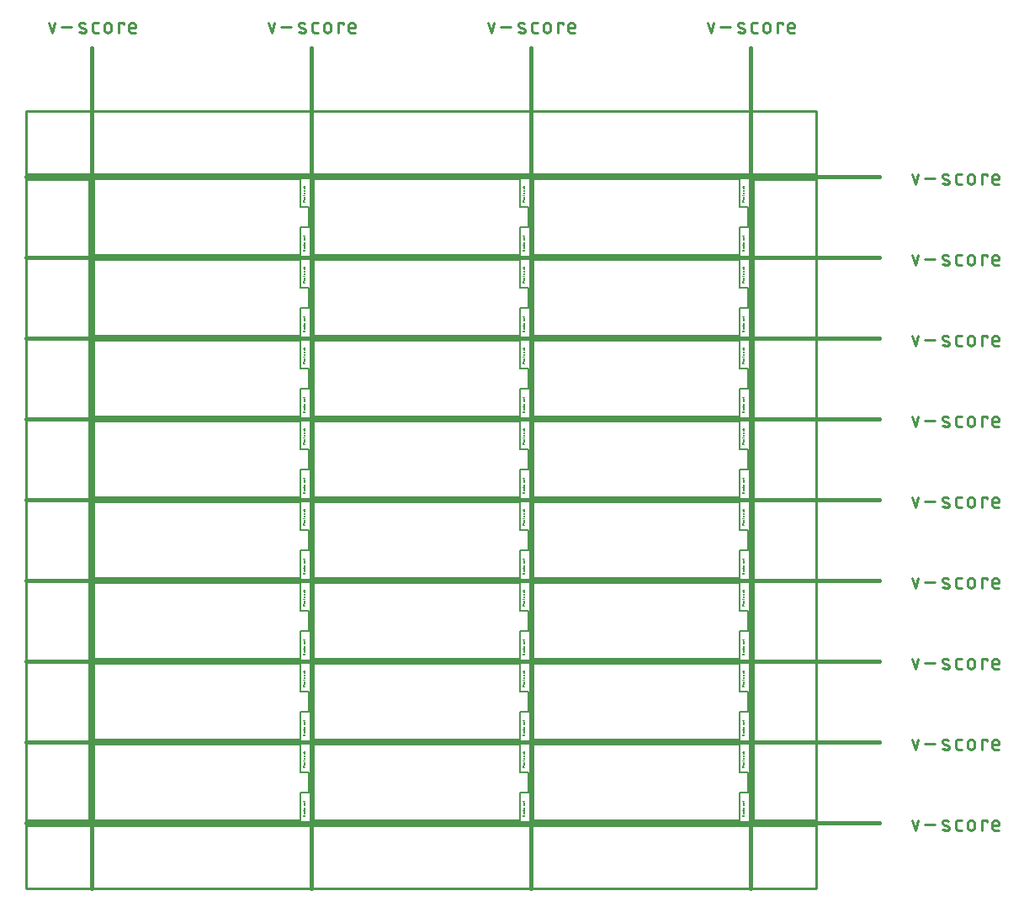
<source format=gko>
G04 EAGLE Gerber RS-274X export*
G75*
%MOMM*%
%FSLAX34Y34*%
%LPD*%
%IN*%
%IPPOS*%
%AMOC8*
5,1,8,0,0,1.08239X$1,22.5*%
G01*
%ADD10C,0.177800*%
%ADD11C,0.050800*%
%ADD12C,0.381000*%
%ADD13C,0.279400*%
%ADD14C,0.254000*%


D10*
X0Y0D02*
X207010Y0D01*
X207010Y27940D01*
X215900Y27940D01*
X215900Y48260D01*
X207010Y48260D01*
X207010Y76200D01*
X0Y76200D01*
X0Y0D01*
D11*
X209804Y53594D02*
X211836Y53594D01*
X209804Y53594D02*
X209804Y54158D01*
X209806Y54205D01*
X209812Y54251D01*
X209821Y54296D01*
X209835Y54341D01*
X209852Y54385D01*
X209872Y54426D01*
X209896Y54466D01*
X209923Y54504D01*
X209953Y54540D01*
X209986Y54573D01*
X210022Y54603D01*
X210060Y54630D01*
X210100Y54654D01*
X210141Y54674D01*
X210185Y54691D01*
X210230Y54705D01*
X210275Y54714D01*
X210321Y54720D01*
X210368Y54722D01*
X210415Y54720D01*
X210461Y54714D01*
X210506Y54705D01*
X210551Y54691D01*
X210595Y54674D01*
X210636Y54654D01*
X210676Y54630D01*
X210714Y54603D01*
X210750Y54573D01*
X210783Y54540D01*
X210813Y54504D01*
X210840Y54466D01*
X210864Y54426D01*
X210884Y54385D01*
X210901Y54341D01*
X210915Y54296D01*
X210924Y54251D01*
X210930Y54205D01*
X210932Y54158D01*
X210933Y54158D02*
X210933Y53594D01*
X210933Y54271D02*
X211836Y54723D01*
X211384Y55815D02*
X210933Y55815D01*
X210933Y55814D02*
X210891Y55816D01*
X210850Y55822D01*
X210809Y55831D01*
X210770Y55845D01*
X210732Y55861D01*
X210695Y55882D01*
X210661Y55905D01*
X210628Y55932D01*
X210599Y55961D01*
X210572Y55994D01*
X210549Y56028D01*
X210528Y56065D01*
X210512Y56103D01*
X210498Y56142D01*
X210489Y56183D01*
X210483Y56224D01*
X210481Y56266D01*
X210483Y56308D01*
X210489Y56349D01*
X210498Y56390D01*
X210512Y56429D01*
X210528Y56467D01*
X210549Y56504D01*
X210572Y56538D01*
X210599Y56571D01*
X210628Y56600D01*
X210661Y56627D01*
X210695Y56650D01*
X210732Y56671D01*
X210770Y56687D01*
X210809Y56701D01*
X210850Y56710D01*
X210891Y56716D01*
X210933Y56718D01*
X211384Y56718D01*
X211426Y56716D01*
X211467Y56710D01*
X211508Y56701D01*
X211547Y56687D01*
X211585Y56671D01*
X211622Y56650D01*
X211656Y56627D01*
X211689Y56600D01*
X211718Y56571D01*
X211745Y56538D01*
X211768Y56504D01*
X211789Y56467D01*
X211805Y56429D01*
X211819Y56390D01*
X211828Y56349D01*
X211834Y56308D01*
X211836Y56266D01*
X211834Y56224D01*
X211828Y56183D01*
X211819Y56142D01*
X211805Y56103D01*
X211789Y56065D01*
X211768Y56028D01*
X211745Y55994D01*
X211718Y55961D01*
X211689Y55932D01*
X211656Y55905D01*
X211622Y55882D01*
X211585Y55861D01*
X211547Y55845D01*
X211508Y55831D01*
X211467Y55822D01*
X211426Y55816D01*
X211384Y55814D01*
X211497Y57872D02*
X210481Y57872D01*
X211497Y57872D02*
X211532Y57874D01*
X211567Y57879D01*
X211602Y57889D01*
X211635Y57901D01*
X211667Y57917D01*
X211696Y57937D01*
X211724Y57959D01*
X211749Y57984D01*
X211771Y58012D01*
X211791Y58042D01*
X211807Y58073D01*
X211819Y58106D01*
X211829Y58141D01*
X211834Y58176D01*
X211836Y58211D01*
X211836Y58775D01*
X210481Y58775D01*
X210481Y59705D02*
X210481Y60382D01*
X209804Y59931D02*
X211497Y59931D01*
X211532Y59933D01*
X211567Y59938D01*
X211602Y59948D01*
X211635Y59960D01*
X211667Y59976D01*
X211696Y59996D01*
X211724Y60018D01*
X211749Y60043D01*
X211771Y60071D01*
X211791Y60101D01*
X211807Y60132D01*
X211819Y60165D01*
X211829Y60200D01*
X211834Y60235D01*
X211836Y60270D01*
X211836Y60382D01*
X211836Y61716D02*
X211836Y62280D01*
X211836Y61716D02*
X211834Y61681D01*
X211829Y61646D01*
X211819Y61611D01*
X211807Y61578D01*
X211791Y61547D01*
X211771Y61517D01*
X211749Y61489D01*
X211724Y61464D01*
X211696Y61442D01*
X211667Y61422D01*
X211635Y61406D01*
X211602Y61394D01*
X211568Y61384D01*
X211532Y61379D01*
X211497Y61377D01*
X210933Y61377D01*
X210891Y61379D01*
X210850Y61385D01*
X210809Y61394D01*
X210770Y61408D01*
X210732Y61424D01*
X210695Y61445D01*
X210661Y61468D01*
X210628Y61495D01*
X210599Y61524D01*
X210572Y61557D01*
X210549Y61591D01*
X210528Y61628D01*
X210512Y61666D01*
X210498Y61705D01*
X210489Y61746D01*
X210483Y61787D01*
X210481Y61829D01*
X210483Y61871D01*
X210489Y61912D01*
X210498Y61953D01*
X210512Y61992D01*
X210528Y62030D01*
X210549Y62067D01*
X210572Y62101D01*
X210599Y62134D01*
X210628Y62163D01*
X210661Y62190D01*
X210695Y62213D01*
X210732Y62234D01*
X210770Y62250D01*
X210809Y62264D01*
X210850Y62273D01*
X210891Y62279D01*
X210933Y62281D01*
X210933Y62280D02*
X211159Y62280D01*
X211159Y61377D01*
X211384Y64577D02*
X210933Y64577D01*
X210891Y64579D01*
X210850Y64585D01*
X210809Y64594D01*
X210770Y64608D01*
X210732Y64624D01*
X210695Y64645D01*
X210661Y64668D01*
X210628Y64695D01*
X210599Y64724D01*
X210572Y64757D01*
X210549Y64791D01*
X210528Y64828D01*
X210512Y64866D01*
X210498Y64905D01*
X210489Y64946D01*
X210483Y64987D01*
X210481Y65029D01*
X210483Y65071D01*
X210489Y65112D01*
X210498Y65153D01*
X210512Y65192D01*
X210528Y65230D01*
X210549Y65267D01*
X210572Y65301D01*
X210599Y65334D01*
X210628Y65363D01*
X210661Y65390D01*
X210695Y65413D01*
X210732Y65434D01*
X210770Y65450D01*
X210809Y65464D01*
X210850Y65473D01*
X210891Y65479D01*
X210933Y65481D01*
X211384Y65481D01*
X211426Y65479D01*
X211467Y65473D01*
X211508Y65464D01*
X211547Y65450D01*
X211585Y65434D01*
X211622Y65413D01*
X211656Y65390D01*
X211689Y65363D01*
X211718Y65334D01*
X211745Y65301D01*
X211768Y65267D01*
X211789Y65230D01*
X211805Y65192D01*
X211819Y65153D01*
X211828Y65112D01*
X211834Y65071D01*
X211836Y65029D01*
X211834Y64987D01*
X211828Y64946D01*
X211819Y64905D01*
X211805Y64866D01*
X211789Y64828D01*
X211768Y64791D01*
X211745Y64757D01*
X211718Y64724D01*
X211689Y64695D01*
X211656Y64668D01*
X211622Y64645D01*
X211585Y64624D01*
X211547Y64608D01*
X211508Y64594D01*
X211467Y64585D01*
X211426Y64579D01*
X211384Y64577D01*
X211497Y66635D02*
X210481Y66635D01*
X211497Y66634D02*
X211532Y66636D01*
X211567Y66641D01*
X211602Y66651D01*
X211635Y66663D01*
X211667Y66679D01*
X211696Y66699D01*
X211724Y66721D01*
X211749Y66746D01*
X211771Y66774D01*
X211791Y66804D01*
X211807Y66835D01*
X211819Y66868D01*
X211829Y66903D01*
X211834Y66938D01*
X211836Y66973D01*
X211836Y67538D01*
X210481Y67538D01*
X210481Y68468D02*
X210481Y69145D01*
X209804Y68694D02*
X211497Y68694D01*
X211497Y68693D02*
X211532Y68695D01*
X211567Y68700D01*
X211602Y68710D01*
X211635Y68722D01*
X211667Y68738D01*
X211696Y68758D01*
X211724Y68780D01*
X211749Y68805D01*
X211771Y68833D01*
X211791Y68863D01*
X211807Y68894D01*
X211819Y68927D01*
X211829Y68962D01*
X211834Y68997D01*
X211836Y69032D01*
X211836Y69145D01*
X211836Y4064D02*
X209804Y4064D01*
X209804Y4628D01*
X209806Y4675D01*
X209812Y4721D01*
X209821Y4766D01*
X209835Y4811D01*
X209852Y4855D01*
X209872Y4896D01*
X209896Y4936D01*
X209923Y4974D01*
X209953Y5010D01*
X209986Y5043D01*
X210022Y5073D01*
X210060Y5100D01*
X210100Y5124D01*
X210141Y5144D01*
X210185Y5161D01*
X210230Y5175D01*
X210275Y5184D01*
X210321Y5190D01*
X210368Y5192D01*
X210415Y5190D01*
X210461Y5184D01*
X210506Y5175D01*
X210551Y5161D01*
X210595Y5144D01*
X210636Y5124D01*
X210676Y5100D01*
X210714Y5073D01*
X210750Y5043D01*
X210783Y5010D01*
X210813Y4974D01*
X210840Y4936D01*
X210864Y4896D01*
X210884Y4855D01*
X210901Y4811D01*
X210915Y4766D01*
X210924Y4721D01*
X210930Y4675D01*
X210932Y4628D01*
X210933Y4628D02*
X210933Y4064D01*
X210933Y4741D02*
X211836Y5193D01*
X211384Y6285D02*
X210933Y6285D01*
X210933Y6284D02*
X210891Y6286D01*
X210850Y6292D01*
X210809Y6301D01*
X210770Y6315D01*
X210732Y6331D01*
X210695Y6352D01*
X210661Y6375D01*
X210628Y6402D01*
X210599Y6431D01*
X210572Y6464D01*
X210549Y6498D01*
X210528Y6535D01*
X210512Y6573D01*
X210498Y6612D01*
X210489Y6653D01*
X210483Y6694D01*
X210481Y6736D01*
X210483Y6778D01*
X210489Y6819D01*
X210498Y6860D01*
X210512Y6899D01*
X210528Y6937D01*
X210549Y6974D01*
X210572Y7008D01*
X210599Y7041D01*
X210628Y7070D01*
X210661Y7097D01*
X210695Y7120D01*
X210732Y7141D01*
X210770Y7157D01*
X210809Y7171D01*
X210850Y7180D01*
X210891Y7186D01*
X210933Y7188D01*
X211384Y7188D01*
X211426Y7186D01*
X211467Y7180D01*
X211508Y7171D01*
X211547Y7157D01*
X211585Y7141D01*
X211622Y7120D01*
X211656Y7097D01*
X211689Y7070D01*
X211718Y7041D01*
X211745Y7008D01*
X211768Y6974D01*
X211789Y6937D01*
X211805Y6899D01*
X211819Y6860D01*
X211828Y6819D01*
X211834Y6778D01*
X211836Y6736D01*
X211834Y6694D01*
X211828Y6653D01*
X211819Y6612D01*
X211805Y6573D01*
X211789Y6535D01*
X211768Y6498D01*
X211745Y6464D01*
X211718Y6431D01*
X211689Y6402D01*
X211656Y6375D01*
X211622Y6352D01*
X211585Y6331D01*
X211547Y6315D01*
X211508Y6301D01*
X211467Y6292D01*
X211426Y6286D01*
X211384Y6284D01*
X211497Y8342D02*
X210481Y8342D01*
X211497Y8342D02*
X211532Y8344D01*
X211567Y8349D01*
X211602Y8359D01*
X211635Y8371D01*
X211667Y8387D01*
X211696Y8407D01*
X211724Y8429D01*
X211749Y8454D01*
X211771Y8482D01*
X211791Y8512D01*
X211807Y8543D01*
X211819Y8576D01*
X211829Y8611D01*
X211834Y8646D01*
X211836Y8681D01*
X211836Y9245D01*
X210481Y9245D01*
X210481Y10175D02*
X210481Y10852D01*
X209804Y10401D02*
X211497Y10401D01*
X211532Y10403D01*
X211567Y10408D01*
X211602Y10418D01*
X211635Y10430D01*
X211667Y10446D01*
X211696Y10466D01*
X211724Y10488D01*
X211749Y10513D01*
X211771Y10541D01*
X211791Y10571D01*
X211807Y10602D01*
X211819Y10635D01*
X211829Y10670D01*
X211834Y10705D01*
X211836Y10740D01*
X211836Y10852D01*
X211836Y12186D02*
X211836Y12750D01*
X211836Y12186D02*
X211834Y12151D01*
X211829Y12116D01*
X211819Y12081D01*
X211807Y12048D01*
X211791Y12017D01*
X211771Y11987D01*
X211749Y11959D01*
X211724Y11934D01*
X211696Y11912D01*
X211667Y11892D01*
X211635Y11876D01*
X211602Y11864D01*
X211568Y11854D01*
X211532Y11849D01*
X211497Y11847D01*
X210933Y11847D01*
X210891Y11849D01*
X210850Y11855D01*
X210809Y11864D01*
X210770Y11878D01*
X210732Y11894D01*
X210695Y11915D01*
X210661Y11938D01*
X210628Y11965D01*
X210599Y11994D01*
X210572Y12027D01*
X210549Y12061D01*
X210528Y12098D01*
X210512Y12136D01*
X210498Y12175D01*
X210489Y12216D01*
X210483Y12257D01*
X210481Y12299D01*
X210483Y12341D01*
X210489Y12382D01*
X210498Y12423D01*
X210512Y12462D01*
X210528Y12500D01*
X210549Y12537D01*
X210572Y12571D01*
X210599Y12604D01*
X210628Y12633D01*
X210661Y12660D01*
X210695Y12683D01*
X210732Y12704D01*
X210770Y12720D01*
X210809Y12734D01*
X210850Y12743D01*
X210891Y12749D01*
X210933Y12751D01*
X210933Y12750D02*
X211159Y12750D01*
X211159Y11847D01*
X211384Y15047D02*
X210933Y15047D01*
X210891Y15049D01*
X210850Y15055D01*
X210809Y15064D01*
X210770Y15078D01*
X210732Y15094D01*
X210695Y15115D01*
X210661Y15138D01*
X210628Y15165D01*
X210599Y15194D01*
X210572Y15227D01*
X210549Y15261D01*
X210528Y15298D01*
X210512Y15336D01*
X210498Y15375D01*
X210489Y15416D01*
X210483Y15457D01*
X210481Y15499D01*
X210483Y15541D01*
X210489Y15582D01*
X210498Y15623D01*
X210512Y15662D01*
X210528Y15700D01*
X210549Y15737D01*
X210572Y15771D01*
X210599Y15804D01*
X210628Y15833D01*
X210661Y15860D01*
X210695Y15883D01*
X210732Y15904D01*
X210770Y15920D01*
X210809Y15934D01*
X210850Y15943D01*
X210891Y15949D01*
X210933Y15951D01*
X211384Y15951D01*
X211426Y15949D01*
X211467Y15943D01*
X211508Y15934D01*
X211547Y15920D01*
X211585Y15904D01*
X211622Y15883D01*
X211656Y15860D01*
X211689Y15833D01*
X211718Y15804D01*
X211745Y15771D01*
X211768Y15737D01*
X211789Y15700D01*
X211805Y15662D01*
X211819Y15623D01*
X211828Y15582D01*
X211834Y15541D01*
X211836Y15499D01*
X211834Y15457D01*
X211828Y15416D01*
X211819Y15375D01*
X211805Y15336D01*
X211789Y15298D01*
X211768Y15261D01*
X211745Y15227D01*
X211718Y15194D01*
X211689Y15165D01*
X211656Y15138D01*
X211622Y15115D01*
X211585Y15094D01*
X211547Y15078D01*
X211508Y15064D01*
X211467Y15055D01*
X211426Y15049D01*
X211384Y15047D01*
X211497Y17105D02*
X210481Y17105D01*
X211497Y17104D02*
X211532Y17106D01*
X211567Y17111D01*
X211602Y17121D01*
X211635Y17133D01*
X211667Y17149D01*
X211696Y17169D01*
X211724Y17191D01*
X211749Y17216D01*
X211771Y17244D01*
X211791Y17274D01*
X211807Y17305D01*
X211819Y17338D01*
X211829Y17373D01*
X211834Y17408D01*
X211836Y17443D01*
X211836Y18008D01*
X210481Y18008D01*
X210481Y18938D02*
X210481Y19615D01*
X209804Y19164D02*
X211497Y19164D01*
X211497Y19163D02*
X211532Y19165D01*
X211567Y19170D01*
X211602Y19180D01*
X211635Y19192D01*
X211667Y19208D01*
X211696Y19228D01*
X211724Y19250D01*
X211749Y19275D01*
X211771Y19303D01*
X211791Y19333D01*
X211807Y19364D01*
X211819Y19397D01*
X211829Y19432D01*
X211834Y19467D01*
X211836Y19502D01*
X211836Y19615D01*
D10*
X220980Y0D02*
X427990Y0D01*
X427990Y27940D01*
X436880Y27940D01*
X436880Y48260D01*
X427990Y48260D01*
X427990Y76200D01*
X220980Y76200D01*
X220980Y0D01*
D11*
X430784Y53594D02*
X432816Y53594D01*
X430784Y53594D02*
X430784Y54158D01*
X430786Y54205D01*
X430792Y54251D01*
X430801Y54296D01*
X430815Y54341D01*
X430832Y54385D01*
X430852Y54426D01*
X430876Y54466D01*
X430903Y54504D01*
X430933Y54540D01*
X430966Y54573D01*
X431002Y54603D01*
X431040Y54630D01*
X431080Y54654D01*
X431121Y54674D01*
X431165Y54691D01*
X431210Y54705D01*
X431255Y54714D01*
X431301Y54720D01*
X431348Y54722D01*
X431395Y54720D01*
X431441Y54714D01*
X431486Y54705D01*
X431531Y54691D01*
X431575Y54674D01*
X431616Y54654D01*
X431656Y54630D01*
X431694Y54603D01*
X431730Y54573D01*
X431763Y54540D01*
X431793Y54504D01*
X431820Y54466D01*
X431844Y54426D01*
X431864Y54385D01*
X431881Y54341D01*
X431895Y54296D01*
X431904Y54251D01*
X431910Y54205D01*
X431912Y54158D01*
X431913Y54158D02*
X431913Y53594D01*
X431913Y54271D02*
X432816Y54723D01*
X432364Y55815D02*
X431913Y55815D01*
X431913Y55814D02*
X431871Y55816D01*
X431830Y55822D01*
X431789Y55831D01*
X431750Y55845D01*
X431712Y55861D01*
X431675Y55882D01*
X431641Y55905D01*
X431608Y55932D01*
X431579Y55961D01*
X431552Y55994D01*
X431529Y56028D01*
X431508Y56065D01*
X431492Y56103D01*
X431478Y56142D01*
X431469Y56183D01*
X431463Y56224D01*
X431461Y56266D01*
X431463Y56308D01*
X431469Y56349D01*
X431478Y56390D01*
X431492Y56429D01*
X431508Y56467D01*
X431529Y56504D01*
X431552Y56538D01*
X431579Y56571D01*
X431608Y56600D01*
X431641Y56627D01*
X431675Y56650D01*
X431712Y56671D01*
X431750Y56687D01*
X431789Y56701D01*
X431830Y56710D01*
X431871Y56716D01*
X431913Y56718D01*
X432364Y56718D01*
X432406Y56716D01*
X432447Y56710D01*
X432488Y56701D01*
X432527Y56687D01*
X432565Y56671D01*
X432602Y56650D01*
X432636Y56627D01*
X432669Y56600D01*
X432698Y56571D01*
X432725Y56538D01*
X432748Y56504D01*
X432769Y56467D01*
X432785Y56429D01*
X432799Y56390D01*
X432808Y56349D01*
X432814Y56308D01*
X432816Y56266D01*
X432814Y56224D01*
X432808Y56183D01*
X432799Y56142D01*
X432785Y56103D01*
X432769Y56065D01*
X432748Y56028D01*
X432725Y55994D01*
X432698Y55961D01*
X432669Y55932D01*
X432636Y55905D01*
X432602Y55882D01*
X432565Y55861D01*
X432527Y55845D01*
X432488Y55831D01*
X432447Y55822D01*
X432406Y55816D01*
X432364Y55814D01*
X432477Y57872D02*
X431461Y57872D01*
X432477Y57872D02*
X432512Y57874D01*
X432547Y57879D01*
X432582Y57889D01*
X432615Y57901D01*
X432647Y57917D01*
X432676Y57937D01*
X432704Y57959D01*
X432729Y57984D01*
X432751Y58012D01*
X432771Y58042D01*
X432787Y58073D01*
X432799Y58106D01*
X432809Y58141D01*
X432814Y58176D01*
X432816Y58211D01*
X432816Y58775D01*
X431461Y58775D01*
X431461Y59705D02*
X431461Y60382D01*
X430784Y59931D02*
X432477Y59931D01*
X432512Y59933D01*
X432547Y59938D01*
X432582Y59948D01*
X432615Y59960D01*
X432647Y59976D01*
X432676Y59996D01*
X432704Y60018D01*
X432729Y60043D01*
X432751Y60071D01*
X432771Y60101D01*
X432787Y60132D01*
X432799Y60165D01*
X432809Y60200D01*
X432814Y60235D01*
X432816Y60270D01*
X432816Y60382D01*
X432816Y61716D02*
X432816Y62280D01*
X432816Y61716D02*
X432814Y61681D01*
X432809Y61646D01*
X432799Y61611D01*
X432787Y61578D01*
X432771Y61547D01*
X432751Y61517D01*
X432729Y61489D01*
X432704Y61464D01*
X432676Y61442D01*
X432647Y61422D01*
X432615Y61406D01*
X432582Y61394D01*
X432548Y61384D01*
X432512Y61379D01*
X432477Y61377D01*
X431913Y61377D01*
X431871Y61379D01*
X431830Y61385D01*
X431789Y61394D01*
X431750Y61408D01*
X431712Y61424D01*
X431675Y61445D01*
X431641Y61468D01*
X431608Y61495D01*
X431579Y61524D01*
X431552Y61557D01*
X431529Y61591D01*
X431508Y61628D01*
X431492Y61666D01*
X431478Y61705D01*
X431469Y61746D01*
X431463Y61787D01*
X431461Y61829D01*
X431463Y61871D01*
X431469Y61912D01*
X431478Y61953D01*
X431492Y61992D01*
X431508Y62030D01*
X431529Y62067D01*
X431552Y62101D01*
X431579Y62134D01*
X431608Y62163D01*
X431641Y62190D01*
X431675Y62213D01*
X431712Y62234D01*
X431750Y62250D01*
X431789Y62264D01*
X431830Y62273D01*
X431871Y62279D01*
X431913Y62281D01*
X431913Y62280D02*
X432139Y62280D01*
X432139Y61377D01*
X432364Y64577D02*
X431913Y64577D01*
X431871Y64579D01*
X431830Y64585D01*
X431789Y64594D01*
X431750Y64608D01*
X431712Y64624D01*
X431675Y64645D01*
X431641Y64668D01*
X431608Y64695D01*
X431579Y64724D01*
X431552Y64757D01*
X431529Y64791D01*
X431508Y64828D01*
X431492Y64866D01*
X431478Y64905D01*
X431469Y64946D01*
X431463Y64987D01*
X431461Y65029D01*
X431463Y65071D01*
X431469Y65112D01*
X431478Y65153D01*
X431492Y65192D01*
X431508Y65230D01*
X431529Y65267D01*
X431552Y65301D01*
X431579Y65334D01*
X431608Y65363D01*
X431641Y65390D01*
X431675Y65413D01*
X431712Y65434D01*
X431750Y65450D01*
X431789Y65464D01*
X431830Y65473D01*
X431871Y65479D01*
X431913Y65481D01*
X432364Y65481D01*
X432406Y65479D01*
X432447Y65473D01*
X432488Y65464D01*
X432527Y65450D01*
X432565Y65434D01*
X432602Y65413D01*
X432636Y65390D01*
X432669Y65363D01*
X432698Y65334D01*
X432725Y65301D01*
X432748Y65267D01*
X432769Y65230D01*
X432785Y65192D01*
X432799Y65153D01*
X432808Y65112D01*
X432814Y65071D01*
X432816Y65029D01*
X432814Y64987D01*
X432808Y64946D01*
X432799Y64905D01*
X432785Y64866D01*
X432769Y64828D01*
X432748Y64791D01*
X432725Y64757D01*
X432698Y64724D01*
X432669Y64695D01*
X432636Y64668D01*
X432602Y64645D01*
X432565Y64624D01*
X432527Y64608D01*
X432488Y64594D01*
X432447Y64585D01*
X432406Y64579D01*
X432364Y64577D01*
X432477Y66635D02*
X431461Y66635D01*
X432477Y66634D02*
X432512Y66636D01*
X432547Y66641D01*
X432582Y66651D01*
X432615Y66663D01*
X432647Y66679D01*
X432676Y66699D01*
X432704Y66721D01*
X432729Y66746D01*
X432751Y66774D01*
X432771Y66804D01*
X432787Y66835D01*
X432799Y66868D01*
X432809Y66903D01*
X432814Y66938D01*
X432816Y66973D01*
X432816Y67538D01*
X431461Y67538D01*
X431461Y68468D02*
X431461Y69145D01*
X430784Y68694D02*
X432477Y68694D01*
X432477Y68693D02*
X432512Y68695D01*
X432547Y68700D01*
X432582Y68710D01*
X432615Y68722D01*
X432647Y68738D01*
X432676Y68758D01*
X432704Y68780D01*
X432729Y68805D01*
X432751Y68833D01*
X432771Y68863D01*
X432787Y68894D01*
X432799Y68927D01*
X432809Y68962D01*
X432814Y68997D01*
X432816Y69032D01*
X432816Y69145D01*
X432816Y4064D02*
X430784Y4064D01*
X430784Y4628D01*
X430786Y4675D01*
X430792Y4721D01*
X430801Y4766D01*
X430815Y4811D01*
X430832Y4855D01*
X430852Y4896D01*
X430876Y4936D01*
X430903Y4974D01*
X430933Y5010D01*
X430966Y5043D01*
X431002Y5073D01*
X431040Y5100D01*
X431080Y5124D01*
X431121Y5144D01*
X431165Y5161D01*
X431210Y5175D01*
X431255Y5184D01*
X431301Y5190D01*
X431348Y5192D01*
X431395Y5190D01*
X431441Y5184D01*
X431486Y5175D01*
X431531Y5161D01*
X431575Y5144D01*
X431616Y5124D01*
X431656Y5100D01*
X431694Y5073D01*
X431730Y5043D01*
X431763Y5010D01*
X431793Y4974D01*
X431820Y4936D01*
X431844Y4896D01*
X431864Y4855D01*
X431881Y4811D01*
X431895Y4766D01*
X431904Y4721D01*
X431910Y4675D01*
X431912Y4628D01*
X431913Y4628D02*
X431913Y4064D01*
X431913Y4741D02*
X432816Y5193D01*
X432364Y6285D02*
X431913Y6285D01*
X431913Y6284D02*
X431871Y6286D01*
X431830Y6292D01*
X431789Y6301D01*
X431750Y6315D01*
X431712Y6331D01*
X431675Y6352D01*
X431641Y6375D01*
X431608Y6402D01*
X431579Y6431D01*
X431552Y6464D01*
X431529Y6498D01*
X431508Y6535D01*
X431492Y6573D01*
X431478Y6612D01*
X431469Y6653D01*
X431463Y6694D01*
X431461Y6736D01*
X431463Y6778D01*
X431469Y6819D01*
X431478Y6860D01*
X431492Y6899D01*
X431508Y6937D01*
X431529Y6974D01*
X431552Y7008D01*
X431579Y7041D01*
X431608Y7070D01*
X431641Y7097D01*
X431675Y7120D01*
X431712Y7141D01*
X431750Y7157D01*
X431789Y7171D01*
X431830Y7180D01*
X431871Y7186D01*
X431913Y7188D01*
X432364Y7188D01*
X432406Y7186D01*
X432447Y7180D01*
X432488Y7171D01*
X432527Y7157D01*
X432565Y7141D01*
X432602Y7120D01*
X432636Y7097D01*
X432669Y7070D01*
X432698Y7041D01*
X432725Y7008D01*
X432748Y6974D01*
X432769Y6937D01*
X432785Y6899D01*
X432799Y6860D01*
X432808Y6819D01*
X432814Y6778D01*
X432816Y6736D01*
X432814Y6694D01*
X432808Y6653D01*
X432799Y6612D01*
X432785Y6573D01*
X432769Y6535D01*
X432748Y6498D01*
X432725Y6464D01*
X432698Y6431D01*
X432669Y6402D01*
X432636Y6375D01*
X432602Y6352D01*
X432565Y6331D01*
X432527Y6315D01*
X432488Y6301D01*
X432447Y6292D01*
X432406Y6286D01*
X432364Y6284D01*
X432477Y8342D02*
X431461Y8342D01*
X432477Y8342D02*
X432512Y8344D01*
X432547Y8349D01*
X432582Y8359D01*
X432615Y8371D01*
X432647Y8387D01*
X432676Y8407D01*
X432704Y8429D01*
X432729Y8454D01*
X432751Y8482D01*
X432771Y8512D01*
X432787Y8543D01*
X432799Y8576D01*
X432809Y8611D01*
X432814Y8646D01*
X432816Y8681D01*
X432816Y9245D01*
X431461Y9245D01*
X431461Y10175D02*
X431461Y10852D01*
X430784Y10401D02*
X432477Y10401D01*
X432512Y10403D01*
X432547Y10408D01*
X432582Y10418D01*
X432615Y10430D01*
X432647Y10446D01*
X432676Y10466D01*
X432704Y10488D01*
X432729Y10513D01*
X432751Y10541D01*
X432771Y10571D01*
X432787Y10602D01*
X432799Y10635D01*
X432809Y10670D01*
X432814Y10705D01*
X432816Y10740D01*
X432816Y10852D01*
X432816Y12186D02*
X432816Y12750D01*
X432816Y12186D02*
X432814Y12151D01*
X432809Y12116D01*
X432799Y12081D01*
X432787Y12048D01*
X432771Y12017D01*
X432751Y11987D01*
X432729Y11959D01*
X432704Y11934D01*
X432676Y11912D01*
X432647Y11892D01*
X432615Y11876D01*
X432582Y11864D01*
X432548Y11854D01*
X432512Y11849D01*
X432477Y11847D01*
X431913Y11847D01*
X431871Y11849D01*
X431830Y11855D01*
X431789Y11864D01*
X431750Y11878D01*
X431712Y11894D01*
X431675Y11915D01*
X431641Y11938D01*
X431608Y11965D01*
X431579Y11994D01*
X431552Y12027D01*
X431529Y12061D01*
X431508Y12098D01*
X431492Y12136D01*
X431478Y12175D01*
X431469Y12216D01*
X431463Y12257D01*
X431461Y12299D01*
X431463Y12341D01*
X431469Y12382D01*
X431478Y12423D01*
X431492Y12462D01*
X431508Y12500D01*
X431529Y12537D01*
X431552Y12571D01*
X431579Y12604D01*
X431608Y12633D01*
X431641Y12660D01*
X431675Y12683D01*
X431712Y12704D01*
X431750Y12720D01*
X431789Y12734D01*
X431830Y12743D01*
X431871Y12749D01*
X431913Y12751D01*
X431913Y12750D02*
X432139Y12750D01*
X432139Y11847D01*
X432364Y15047D02*
X431913Y15047D01*
X431871Y15049D01*
X431830Y15055D01*
X431789Y15064D01*
X431750Y15078D01*
X431712Y15094D01*
X431675Y15115D01*
X431641Y15138D01*
X431608Y15165D01*
X431579Y15194D01*
X431552Y15227D01*
X431529Y15261D01*
X431508Y15298D01*
X431492Y15336D01*
X431478Y15375D01*
X431469Y15416D01*
X431463Y15457D01*
X431461Y15499D01*
X431463Y15541D01*
X431469Y15582D01*
X431478Y15623D01*
X431492Y15662D01*
X431508Y15700D01*
X431529Y15737D01*
X431552Y15771D01*
X431579Y15804D01*
X431608Y15833D01*
X431641Y15860D01*
X431675Y15883D01*
X431712Y15904D01*
X431750Y15920D01*
X431789Y15934D01*
X431830Y15943D01*
X431871Y15949D01*
X431913Y15951D01*
X432364Y15951D01*
X432406Y15949D01*
X432447Y15943D01*
X432488Y15934D01*
X432527Y15920D01*
X432565Y15904D01*
X432602Y15883D01*
X432636Y15860D01*
X432669Y15833D01*
X432698Y15804D01*
X432725Y15771D01*
X432748Y15737D01*
X432769Y15700D01*
X432785Y15662D01*
X432799Y15623D01*
X432808Y15582D01*
X432814Y15541D01*
X432816Y15499D01*
X432814Y15457D01*
X432808Y15416D01*
X432799Y15375D01*
X432785Y15336D01*
X432769Y15298D01*
X432748Y15261D01*
X432725Y15227D01*
X432698Y15194D01*
X432669Y15165D01*
X432636Y15138D01*
X432602Y15115D01*
X432565Y15094D01*
X432527Y15078D01*
X432488Y15064D01*
X432447Y15055D01*
X432406Y15049D01*
X432364Y15047D01*
X432477Y17105D02*
X431461Y17105D01*
X432477Y17104D02*
X432512Y17106D01*
X432547Y17111D01*
X432582Y17121D01*
X432615Y17133D01*
X432647Y17149D01*
X432676Y17169D01*
X432704Y17191D01*
X432729Y17216D01*
X432751Y17244D01*
X432771Y17274D01*
X432787Y17305D01*
X432799Y17338D01*
X432809Y17373D01*
X432814Y17408D01*
X432816Y17443D01*
X432816Y18008D01*
X431461Y18008D01*
X431461Y18938D02*
X431461Y19615D01*
X430784Y19164D02*
X432477Y19164D01*
X432477Y19163D02*
X432512Y19165D01*
X432547Y19170D01*
X432582Y19180D01*
X432615Y19192D01*
X432647Y19208D01*
X432676Y19228D01*
X432704Y19250D01*
X432729Y19275D01*
X432751Y19303D01*
X432771Y19333D01*
X432787Y19364D01*
X432799Y19397D01*
X432809Y19432D01*
X432814Y19467D01*
X432816Y19502D01*
X432816Y19615D01*
D10*
X441960Y0D02*
X648970Y0D01*
X648970Y27940D01*
X657860Y27940D01*
X657860Y48260D01*
X648970Y48260D01*
X648970Y76200D01*
X441960Y76200D01*
X441960Y0D01*
D11*
X651764Y53594D02*
X653796Y53594D01*
X651764Y53594D02*
X651764Y54158D01*
X651766Y54205D01*
X651772Y54251D01*
X651781Y54296D01*
X651795Y54341D01*
X651812Y54385D01*
X651832Y54426D01*
X651856Y54466D01*
X651883Y54504D01*
X651913Y54540D01*
X651946Y54573D01*
X651982Y54603D01*
X652020Y54630D01*
X652060Y54654D01*
X652101Y54674D01*
X652145Y54691D01*
X652190Y54705D01*
X652235Y54714D01*
X652281Y54720D01*
X652328Y54722D01*
X652375Y54720D01*
X652421Y54714D01*
X652466Y54705D01*
X652511Y54691D01*
X652555Y54674D01*
X652596Y54654D01*
X652636Y54630D01*
X652674Y54603D01*
X652710Y54573D01*
X652743Y54540D01*
X652773Y54504D01*
X652800Y54466D01*
X652824Y54426D01*
X652844Y54385D01*
X652861Y54341D01*
X652875Y54296D01*
X652884Y54251D01*
X652890Y54205D01*
X652892Y54158D01*
X652893Y54158D02*
X652893Y53594D01*
X652893Y54271D02*
X653796Y54723D01*
X653344Y55815D02*
X652893Y55815D01*
X652893Y55814D02*
X652851Y55816D01*
X652810Y55822D01*
X652769Y55831D01*
X652730Y55845D01*
X652692Y55861D01*
X652655Y55882D01*
X652621Y55905D01*
X652588Y55932D01*
X652559Y55961D01*
X652532Y55994D01*
X652509Y56028D01*
X652488Y56065D01*
X652472Y56103D01*
X652458Y56142D01*
X652449Y56183D01*
X652443Y56224D01*
X652441Y56266D01*
X652443Y56308D01*
X652449Y56349D01*
X652458Y56390D01*
X652472Y56429D01*
X652488Y56467D01*
X652509Y56504D01*
X652532Y56538D01*
X652559Y56571D01*
X652588Y56600D01*
X652621Y56627D01*
X652655Y56650D01*
X652692Y56671D01*
X652730Y56687D01*
X652769Y56701D01*
X652810Y56710D01*
X652851Y56716D01*
X652893Y56718D01*
X653344Y56718D01*
X653386Y56716D01*
X653427Y56710D01*
X653468Y56701D01*
X653507Y56687D01*
X653545Y56671D01*
X653582Y56650D01*
X653616Y56627D01*
X653649Y56600D01*
X653678Y56571D01*
X653705Y56538D01*
X653728Y56504D01*
X653749Y56467D01*
X653765Y56429D01*
X653779Y56390D01*
X653788Y56349D01*
X653794Y56308D01*
X653796Y56266D01*
X653794Y56224D01*
X653788Y56183D01*
X653779Y56142D01*
X653765Y56103D01*
X653749Y56065D01*
X653728Y56028D01*
X653705Y55994D01*
X653678Y55961D01*
X653649Y55932D01*
X653616Y55905D01*
X653582Y55882D01*
X653545Y55861D01*
X653507Y55845D01*
X653468Y55831D01*
X653427Y55822D01*
X653386Y55816D01*
X653344Y55814D01*
X653457Y57872D02*
X652441Y57872D01*
X653457Y57872D02*
X653492Y57874D01*
X653527Y57879D01*
X653562Y57889D01*
X653595Y57901D01*
X653627Y57917D01*
X653656Y57937D01*
X653684Y57959D01*
X653709Y57984D01*
X653731Y58012D01*
X653751Y58042D01*
X653767Y58073D01*
X653779Y58106D01*
X653789Y58141D01*
X653794Y58176D01*
X653796Y58211D01*
X653796Y58775D01*
X652441Y58775D01*
X652441Y59705D02*
X652441Y60382D01*
X651764Y59931D02*
X653457Y59931D01*
X653492Y59933D01*
X653527Y59938D01*
X653562Y59948D01*
X653595Y59960D01*
X653627Y59976D01*
X653656Y59996D01*
X653684Y60018D01*
X653709Y60043D01*
X653731Y60071D01*
X653751Y60101D01*
X653767Y60132D01*
X653779Y60165D01*
X653789Y60200D01*
X653794Y60235D01*
X653796Y60270D01*
X653796Y60382D01*
X653796Y61716D02*
X653796Y62280D01*
X653796Y61716D02*
X653794Y61681D01*
X653789Y61646D01*
X653779Y61611D01*
X653767Y61578D01*
X653751Y61547D01*
X653731Y61517D01*
X653709Y61489D01*
X653684Y61464D01*
X653656Y61442D01*
X653627Y61422D01*
X653595Y61406D01*
X653562Y61394D01*
X653528Y61384D01*
X653492Y61379D01*
X653457Y61377D01*
X652893Y61377D01*
X652851Y61379D01*
X652810Y61385D01*
X652769Y61394D01*
X652730Y61408D01*
X652692Y61424D01*
X652655Y61445D01*
X652621Y61468D01*
X652588Y61495D01*
X652559Y61524D01*
X652532Y61557D01*
X652509Y61591D01*
X652488Y61628D01*
X652472Y61666D01*
X652458Y61705D01*
X652449Y61746D01*
X652443Y61787D01*
X652441Y61829D01*
X652443Y61871D01*
X652449Y61912D01*
X652458Y61953D01*
X652472Y61992D01*
X652488Y62030D01*
X652509Y62067D01*
X652532Y62101D01*
X652559Y62134D01*
X652588Y62163D01*
X652621Y62190D01*
X652655Y62213D01*
X652692Y62234D01*
X652730Y62250D01*
X652769Y62264D01*
X652810Y62273D01*
X652851Y62279D01*
X652893Y62281D01*
X652893Y62280D02*
X653119Y62280D01*
X653119Y61377D01*
X653344Y64577D02*
X652893Y64577D01*
X652851Y64579D01*
X652810Y64585D01*
X652769Y64594D01*
X652730Y64608D01*
X652692Y64624D01*
X652655Y64645D01*
X652621Y64668D01*
X652588Y64695D01*
X652559Y64724D01*
X652532Y64757D01*
X652509Y64791D01*
X652488Y64828D01*
X652472Y64866D01*
X652458Y64905D01*
X652449Y64946D01*
X652443Y64987D01*
X652441Y65029D01*
X652443Y65071D01*
X652449Y65112D01*
X652458Y65153D01*
X652472Y65192D01*
X652488Y65230D01*
X652509Y65267D01*
X652532Y65301D01*
X652559Y65334D01*
X652588Y65363D01*
X652621Y65390D01*
X652655Y65413D01*
X652692Y65434D01*
X652730Y65450D01*
X652769Y65464D01*
X652810Y65473D01*
X652851Y65479D01*
X652893Y65481D01*
X653344Y65481D01*
X653386Y65479D01*
X653427Y65473D01*
X653468Y65464D01*
X653507Y65450D01*
X653545Y65434D01*
X653582Y65413D01*
X653616Y65390D01*
X653649Y65363D01*
X653678Y65334D01*
X653705Y65301D01*
X653728Y65267D01*
X653749Y65230D01*
X653765Y65192D01*
X653779Y65153D01*
X653788Y65112D01*
X653794Y65071D01*
X653796Y65029D01*
X653794Y64987D01*
X653788Y64946D01*
X653779Y64905D01*
X653765Y64866D01*
X653749Y64828D01*
X653728Y64791D01*
X653705Y64757D01*
X653678Y64724D01*
X653649Y64695D01*
X653616Y64668D01*
X653582Y64645D01*
X653545Y64624D01*
X653507Y64608D01*
X653468Y64594D01*
X653427Y64585D01*
X653386Y64579D01*
X653344Y64577D01*
X653457Y66635D02*
X652441Y66635D01*
X653457Y66634D02*
X653492Y66636D01*
X653527Y66641D01*
X653562Y66651D01*
X653595Y66663D01*
X653627Y66679D01*
X653656Y66699D01*
X653684Y66721D01*
X653709Y66746D01*
X653731Y66774D01*
X653751Y66804D01*
X653767Y66835D01*
X653779Y66868D01*
X653789Y66903D01*
X653794Y66938D01*
X653796Y66973D01*
X653796Y67538D01*
X652441Y67538D01*
X652441Y68468D02*
X652441Y69145D01*
X651764Y68694D02*
X653457Y68694D01*
X653457Y68693D02*
X653492Y68695D01*
X653527Y68700D01*
X653562Y68710D01*
X653595Y68722D01*
X653627Y68738D01*
X653656Y68758D01*
X653684Y68780D01*
X653709Y68805D01*
X653731Y68833D01*
X653751Y68863D01*
X653767Y68894D01*
X653779Y68927D01*
X653789Y68962D01*
X653794Y68997D01*
X653796Y69032D01*
X653796Y69145D01*
X653796Y4064D02*
X651764Y4064D01*
X651764Y4628D01*
X651766Y4675D01*
X651772Y4721D01*
X651781Y4766D01*
X651795Y4811D01*
X651812Y4855D01*
X651832Y4896D01*
X651856Y4936D01*
X651883Y4974D01*
X651913Y5010D01*
X651946Y5043D01*
X651982Y5073D01*
X652020Y5100D01*
X652060Y5124D01*
X652101Y5144D01*
X652145Y5161D01*
X652190Y5175D01*
X652235Y5184D01*
X652281Y5190D01*
X652328Y5192D01*
X652375Y5190D01*
X652421Y5184D01*
X652466Y5175D01*
X652511Y5161D01*
X652555Y5144D01*
X652596Y5124D01*
X652636Y5100D01*
X652674Y5073D01*
X652710Y5043D01*
X652743Y5010D01*
X652773Y4974D01*
X652800Y4936D01*
X652824Y4896D01*
X652844Y4855D01*
X652861Y4811D01*
X652875Y4766D01*
X652884Y4721D01*
X652890Y4675D01*
X652892Y4628D01*
X652893Y4628D02*
X652893Y4064D01*
X652893Y4741D02*
X653796Y5193D01*
X653344Y6285D02*
X652893Y6285D01*
X652893Y6284D02*
X652851Y6286D01*
X652810Y6292D01*
X652769Y6301D01*
X652730Y6315D01*
X652692Y6331D01*
X652655Y6352D01*
X652621Y6375D01*
X652588Y6402D01*
X652559Y6431D01*
X652532Y6464D01*
X652509Y6498D01*
X652488Y6535D01*
X652472Y6573D01*
X652458Y6612D01*
X652449Y6653D01*
X652443Y6694D01*
X652441Y6736D01*
X652443Y6778D01*
X652449Y6819D01*
X652458Y6860D01*
X652472Y6899D01*
X652488Y6937D01*
X652509Y6974D01*
X652532Y7008D01*
X652559Y7041D01*
X652588Y7070D01*
X652621Y7097D01*
X652655Y7120D01*
X652692Y7141D01*
X652730Y7157D01*
X652769Y7171D01*
X652810Y7180D01*
X652851Y7186D01*
X652893Y7188D01*
X653344Y7188D01*
X653386Y7186D01*
X653427Y7180D01*
X653468Y7171D01*
X653507Y7157D01*
X653545Y7141D01*
X653582Y7120D01*
X653616Y7097D01*
X653649Y7070D01*
X653678Y7041D01*
X653705Y7008D01*
X653728Y6974D01*
X653749Y6937D01*
X653765Y6899D01*
X653779Y6860D01*
X653788Y6819D01*
X653794Y6778D01*
X653796Y6736D01*
X653794Y6694D01*
X653788Y6653D01*
X653779Y6612D01*
X653765Y6573D01*
X653749Y6535D01*
X653728Y6498D01*
X653705Y6464D01*
X653678Y6431D01*
X653649Y6402D01*
X653616Y6375D01*
X653582Y6352D01*
X653545Y6331D01*
X653507Y6315D01*
X653468Y6301D01*
X653427Y6292D01*
X653386Y6286D01*
X653344Y6284D01*
X653457Y8342D02*
X652441Y8342D01*
X653457Y8342D02*
X653492Y8344D01*
X653527Y8349D01*
X653562Y8359D01*
X653595Y8371D01*
X653627Y8387D01*
X653656Y8407D01*
X653684Y8429D01*
X653709Y8454D01*
X653731Y8482D01*
X653751Y8512D01*
X653767Y8543D01*
X653779Y8576D01*
X653789Y8611D01*
X653794Y8646D01*
X653796Y8681D01*
X653796Y9245D01*
X652441Y9245D01*
X652441Y10175D02*
X652441Y10852D01*
X651764Y10401D02*
X653457Y10401D01*
X653492Y10403D01*
X653527Y10408D01*
X653562Y10418D01*
X653595Y10430D01*
X653627Y10446D01*
X653656Y10466D01*
X653684Y10488D01*
X653709Y10513D01*
X653731Y10541D01*
X653751Y10571D01*
X653767Y10602D01*
X653779Y10635D01*
X653789Y10670D01*
X653794Y10705D01*
X653796Y10740D01*
X653796Y10852D01*
X653796Y12186D02*
X653796Y12750D01*
X653796Y12186D02*
X653794Y12151D01*
X653789Y12116D01*
X653779Y12081D01*
X653767Y12048D01*
X653751Y12017D01*
X653731Y11987D01*
X653709Y11959D01*
X653684Y11934D01*
X653656Y11912D01*
X653627Y11892D01*
X653595Y11876D01*
X653562Y11864D01*
X653528Y11854D01*
X653492Y11849D01*
X653457Y11847D01*
X652893Y11847D01*
X652851Y11849D01*
X652810Y11855D01*
X652769Y11864D01*
X652730Y11878D01*
X652692Y11894D01*
X652655Y11915D01*
X652621Y11938D01*
X652588Y11965D01*
X652559Y11994D01*
X652532Y12027D01*
X652509Y12061D01*
X652488Y12098D01*
X652472Y12136D01*
X652458Y12175D01*
X652449Y12216D01*
X652443Y12257D01*
X652441Y12299D01*
X652443Y12341D01*
X652449Y12382D01*
X652458Y12423D01*
X652472Y12462D01*
X652488Y12500D01*
X652509Y12537D01*
X652532Y12571D01*
X652559Y12604D01*
X652588Y12633D01*
X652621Y12660D01*
X652655Y12683D01*
X652692Y12704D01*
X652730Y12720D01*
X652769Y12734D01*
X652810Y12743D01*
X652851Y12749D01*
X652893Y12751D01*
X652893Y12750D02*
X653119Y12750D01*
X653119Y11847D01*
X653344Y15047D02*
X652893Y15047D01*
X652851Y15049D01*
X652810Y15055D01*
X652769Y15064D01*
X652730Y15078D01*
X652692Y15094D01*
X652655Y15115D01*
X652621Y15138D01*
X652588Y15165D01*
X652559Y15194D01*
X652532Y15227D01*
X652509Y15261D01*
X652488Y15298D01*
X652472Y15336D01*
X652458Y15375D01*
X652449Y15416D01*
X652443Y15457D01*
X652441Y15499D01*
X652443Y15541D01*
X652449Y15582D01*
X652458Y15623D01*
X652472Y15662D01*
X652488Y15700D01*
X652509Y15737D01*
X652532Y15771D01*
X652559Y15804D01*
X652588Y15833D01*
X652621Y15860D01*
X652655Y15883D01*
X652692Y15904D01*
X652730Y15920D01*
X652769Y15934D01*
X652810Y15943D01*
X652851Y15949D01*
X652893Y15951D01*
X653344Y15951D01*
X653386Y15949D01*
X653427Y15943D01*
X653468Y15934D01*
X653507Y15920D01*
X653545Y15904D01*
X653582Y15883D01*
X653616Y15860D01*
X653649Y15833D01*
X653678Y15804D01*
X653705Y15771D01*
X653728Y15737D01*
X653749Y15700D01*
X653765Y15662D01*
X653779Y15623D01*
X653788Y15582D01*
X653794Y15541D01*
X653796Y15499D01*
X653794Y15457D01*
X653788Y15416D01*
X653779Y15375D01*
X653765Y15336D01*
X653749Y15298D01*
X653728Y15261D01*
X653705Y15227D01*
X653678Y15194D01*
X653649Y15165D01*
X653616Y15138D01*
X653582Y15115D01*
X653545Y15094D01*
X653507Y15078D01*
X653468Y15064D01*
X653427Y15055D01*
X653386Y15049D01*
X653344Y15047D01*
X653457Y17105D02*
X652441Y17105D01*
X653457Y17104D02*
X653492Y17106D01*
X653527Y17111D01*
X653562Y17121D01*
X653595Y17133D01*
X653627Y17149D01*
X653656Y17169D01*
X653684Y17191D01*
X653709Y17216D01*
X653731Y17244D01*
X653751Y17274D01*
X653767Y17305D01*
X653779Y17338D01*
X653789Y17373D01*
X653794Y17408D01*
X653796Y17443D01*
X653796Y18008D01*
X652441Y18008D01*
X652441Y18938D02*
X652441Y19615D01*
X651764Y19164D02*
X653457Y19164D01*
X653457Y19163D02*
X653492Y19165D01*
X653527Y19170D01*
X653562Y19180D01*
X653595Y19192D01*
X653627Y19208D01*
X653656Y19228D01*
X653684Y19250D01*
X653709Y19275D01*
X653731Y19303D01*
X653751Y19333D01*
X653767Y19364D01*
X653779Y19397D01*
X653789Y19432D01*
X653794Y19467D01*
X653796Y19502D01*
X653796Y19615D01*
D10*
X207010Y81280D02*
X0Y81280D01*
X207010Y81280D02*
X207010Y109220D01*
X215900Y109220D01*
X215900Y129540D01*
X207010Y129540D01*
X207010Y157480D01*
X0Y157480D01*
X0Y81280D01*
D11*
X209804Y134874D02*
X211836Y134874D01*
X209804Y134874D02*
X209804Y135438D01*
X209806Y135485D01*
X209812Y135531D01*
X209821Y135576D01*
X209835Y135621D01*
X209852Y135665D01*
X209872Y135706D01*
X209896Y135746D01*
X209923Y135784D01*
X209953Y135820D01*
X209986Y135853D01*
X210022Y135883D01*
X210060Y135910D01*
X210100Y135934D01*
X210141Y135954D01*
X210185Y135971D01*
X210230Y135985D01*
X210275Y135994D01*
X210321Y136000D01*
X210368Y136002D01*
X210415Y136000D01*
X210461Y135994D01*
X210506Y135985D01*
X210551Y135971D01*
X210595Y135954D01*
X210636Y135934D01*
X210676Y135910D01*
X210714Y135883D01*
X210750Y135853D01*
X210783Y135820D01*
X210813Y135784D01*
X210840Y135746D01*
X210864Y135706D01*
X210884Y135665D01*
X210901Y135621D01*
X210915Y135576D01*
X210924Y135531D01*
X210930Y135485D01*
X210932Y135438D01*
X210933Y135438D02*
X210933Y134874D01*
X210933Y135551D02*
X211836Y136003D01*
X211384Y137095D02*
X210933Y137095D01*
X210933Y137094D02*
X210891Y137096D01*
X210850Y137102D01*
X210809Y137111D01*
X210770Y137125D01*
X210732Y137141D01*
X210695Y137162D01*
X210661Y137185D01*
X210628Y137212D01*
X210599Y137241D01*
X210572Y137274D01*
X210549Y137308D01*
X210528Y137345D01*
X210512Y137383D01*
X210498Y137422D01*
X210489Y137463D01*
X210483Y137504D01*
X210481Y137546D01*
X210483Y137588D01*
X210489Y137629D01*
X210498Y137670D01*
X210512Y137709D01*
X210528Y137747D01*
X210549Y137784D01*
X210572Y137818D01*
X210599Y137851D01*
X210628Y137880D01*
X210661Y137907D01*
X210695Y137930D01*
X210732Y137951D01*
X210770Y137967D01*
X210809Y137981D01*
X210850Y137990D01*
X210891Y137996D01*
X210933Y137998D01*
X211384Y137998D01*
X211426Y137996D01*
X211467Y137990D01*
X211508Y137981D01*
X211547Y137967D01*
X211585Y137951D01*
X211622Y137930D01*
X211656Y137907D01*
X211689Y137880D01*
X211718Y137851D01*
X211745Y137818D01*
X211768Y137784D01*
X211789Y137747D01*
X211805Y137709D01*
X211819Y137670D01*
X211828Y137629D01*
X211834Y137588D01*
X211836Y137546D01*
X211834Y137504D01*
X211828Y137463D01*
X211819Y137422D01*
X211805Y137383D01*
X211789Y137345D01*
X211768Y137308D01*
X211745Y137274D01*
X211718Y137241D01*
X211689Y137212D01*
X211656Y137185D01*
X211622Y137162D01*
X211585Y137141D01*
X211547Y137125D01*
X211508Y137111D01*
X211467Y137102D01*
X211426Y137096D01*
X211384Y137094D01*
X211497Y139152D02*
X210481Y139152D01*
X211497Y139152D02*
X211532Y139154D01*
X211567Y139159D01*
X211602Y139169D01*
X211635Y139181D01*
X211667Y139197D01*
X211696Y139217D01*
X211724Y139239D01*
X211749Y139264D01*
X211771Y139292D01*
X211791Y139322D01*
X211807Y139353D01*
X211819Y139386D01*
X211829Y139421D01*
X211834Y139456D01*
X211836Y139491D01*
X211836Y140055D01*
X210481Y140055D01*
X210481Y140985D02*
X210481Y141662D01*
X209804Y141211D02*
X211497Y141211D01*
X211532Y141213D01*
X211567Y141218D01*
X211602Y141228D01*
X211635Y141240D01*
X211667Y141256D01*
X211696Y141276D01*
X211724Y141298D01*
X211749Y141323D01*
X211771Y141351D01*
X211791Y141381D01*
X211807Y141412D01*
X211819Y141445D01*
X211829Y141480D01*
X211834Y141515D01*
X211836Y141550D01*
X211836Y141662D01*
X211836Y142996D02*
X211836Y143560D01*
X211836Y142996D02*
X211834Y142961D01*
X211829Y142926D01*
X211819Y142891D01*
X211807Y142858D01*
X211791Y142827D01*
X211771Y142797D01*
X211749Y142769D01*
X211724Y142744D01*
X211696Y142722D01*
X211667Y142702D01*
X211635Y142686D01*
X211602Y142674D01*
X211568Y142664D01*
X211532Y142659D01*
X211497Y142657D01*
X210933Y142657D01*
X210891Y142659D01*
X210850Y142665D01*
X210809Y142674D01*
X210770Y142688D01*
X210732Y142704D01*
X210695Y142725D01*
X210661Y142748D01*
X210628Y142775D01*
X210599Y142804D01*
X210572Y142837D01*
X210549Y142871D01*
X210528Y142908D01*
X210512Y142946D01*
X210498Y142985D01*
X210489Y143026D01*
X210483Y143067D01*
X210481Y143109D01*
X210483Y143151D01*
X210489Y143192D01*
X210498Y143233D01*
X210512Y143272D01*
X210528Y143310D01*
X210549Y143347D01*
X210572Y143381D01*
X210599Y143414D01*
X210628Y143443D01*
X210661Y143470D01*
X210695Y143493D01*
X210732Y143514D01*
X210770Y143530D01*
X210809Y143544D01*
X210850Y143553D01*
X210891Y143559D01*
X210933Y143561D01*
X210933Y143560D02*
X211159Y143560D01*
X211159Y142657D01*
X211384Y145857D02*
X210933Y145857D01*
X210891Y145859D01*
X210850Y145865D01*
X210809Y145874D01*
X210770Y145888D01*
X210732Y145904D01*
X210695Y145925D01*
X210661Y145948D01*
X210628Y145975D01*
X210599Y146004D01*
X210572Y146037D01*
X210549Y146071D01*
X210528Y146108D01*
X210512Y146146D01*
X210498Y146185D01*
X210489Y146226D01*
X210483Y146267D01*
X210481Y146309D01*
X210483Y146351D01*
X210489Y146392D01*
X210498Y146433D01*
X210512Y146472D01*
X210528Y146510D01*
X210549Y146547D01*
X210572Y146581D01*
X210599Y146614D01*
X210628Y146643D01*
X210661Y146670D01*
X210695Y146693D01*
X210732Y146714D01*
X210770Y146730D01*
X210809Y146744D01*
X210850Y146753D01*
X210891Y146759D01*
X210933Y146761D01*
X211384Y146761D01*
X211426Y146759D01*
X211467Y146753D01*
X211508Y146744D01*
X211547Y146730D01*
X211585Y146714D01*
X211622Y146693D01*
X211656Y146670D01*
X211689Y146643D01*
X211718Y146614D01*
X211745Y146581D01*
X211768Y146547D01*
X211789Y146510D01*
X211805Y146472D01*
X211819Y146433D01*
X211828Y146392D01*
X211834Y146351D01*
X211836Y146309D01*
X211834Y146267D01*
X211828Y146226D01*
X211819Y146185D01*
X211805Y146146D01*
X211789Y146108D01*
X211768Y146071D01*
X211745Y146037D01*
X211718Y146004D01*
X211689Y145975D01*
X211656Y145948D01*
X211622Y145925D01*
X211585Y145904D01*
X211547Y145888D01*
X211508Y145874D01*
X211467Y145865D01*
X211426Y145859D01*
X211384Y145857D01*
X211497Y147915D02*
X210481Y147915D01*
X211497Y147914D02*
X211532Y147916D01*
X211567Y147921D01*
X211602Y147931D01*
X211635Y147943D01*
X211667Y147959D01*
X211696Y147979D01*
X211724Y148001D01*
X211749Y148026D01*
X211771Y148054D01*
X211791Y148084D01*
X211807Y148115D01*
X211819Y148148D01*
X211829Y148183D01*
X211834Y148218D01*
X211836Y148253D01*
X211836Y148818D01*
X210481Y148818D01*
X210481Y149748D02*
X210481Y150425D01*
X209804Y149974D02*
X211497Y149974D01*
X211497Y149973D02*
X211532Y149975D01*
X211567Y149980D01*
X211602Y149990D01*
X211635Y150002D01*
X211667Y150018D01*
X211696Y150038D01*
X211724Y150060D01*
X211749Y150085D01*
X211771Y150113D01*
X211791Y150143D01*
X211807Y150174D01*
X211819Y150207D01*
X211829Y150242D01*
X211834Y150277D01*
X211836Y150312D01*
X211836Y150425D01*
X211836Y85344D02*
X209804Y85344D01*
X209804Y85908D01*
X209806Y85955D01*
X209812Y86001D01*
X209821Y86046D01*
X209835Y86091D01*
X209852Y86135D01*
X209872Y86176D01*
X209896Y86216D01*
X209923Y86254D01*
X209953Y86290D01*
X209986Y86323D01*
X210022Y86353D01*
X210060Y86380D01*
X210100Y86404D01*
X210141Y86424D01*
X210185Y86441D01*
X210230Y86455D01*
X210275Y86464D01*
X210321Y86470D01*
X210368Y86472D01*
X210415Y86470D01*
X210461Y86464D01*
X210506Y86455D01*
X210551Y86441D01*
X210595Y86424D01*
X210636Y86404D01*
X210676Y86380D01*
X210714Y86353D01*
X210750Y86323D01*
X210783Y86290D01*
X210813Y86254D01*
X210840Y86216D01*
X210864Y86176D01*
X210884Y86135D01*
X210901Y86091D01*
X210915Y86046D01*
X210924Y86001D01*
X210930Y85955D01*
X210932Y85908D01*
X210933Y85908D02*
X210933Y85344D01*
X210933Y86021D02*
X211836Y86473D01*
X211384Y87565D02*
X210933Y87565D01*
X210933Y87564D02*
X210891Y87566D01*
X210850Y87572D01*
X210809Y87581D01*
X210770Y87595D01*
X210732Y87611D01*
X210695Y87632D01*
X210661Y87655D01*
X210628Y87682D01*
X210599Y87711D01*
X210572Y87744D01*
X210549Y87778D01*
X210528Y87815D01*
X210512Y87853D01*
X210498Y87892D01*
X210489Y87933D01*
X210483Y87974D01*
X210481Y88016D01*
X210483Y88058D01*
X210489Y88099D01*
X210498Y88140D01*
X210512Y88179D01*
X210528Y88217D01*
X210549Y88254D01*
X210572Y88288D01*
X210599Y88321D01*
X210628Y88350D01*
X210661Y88377D01*
X210695Y88400D01*
X210732Y88421D01*
X210770Y88437D01*
X210809Y88451D01*
X210850Y88460D01*
X210891Y88466D01*
X210933Y88468D01*
X211384Y88468D01*
X211426Y88466D01*
X211467Y88460D01*
X211508Y88451D01*
X211547Y88437D01*
X211585Y88421D01*
X211622Y88400D01*
X211656Y88377D01*
X211689Y88350D01*
X211718Y88321D01*
X211745Y88288D01*
X211768Y88254D01*
X211789Y88217D01*
X211805Y88179D01*
X211819Y88140D01*
X211828Y88099D01*
X211834Y88058D01*
X211836Y88016D01*
X211834Y87974D01*
X211828Y87933D01*
X211819Y87892D01*
X211805Y87853D01*
X211789Y87815D01*
X211768Y87778D01*
X211745Y87744D01*
X211718Y87711D01*
X211689Y87682D01*
X211656Y87655D01*
X211622Y87632D01*
X211585Y87611D01*
X211547Y87595D01*
X211508Y87581D01*
X211467Y87572D01*
X211426Y87566D01*
X211384Y87564D01*
X211497Y89622D02*
X210481Y89622D01*
X211497Y89622D02*
X211532Y89624D01*
X211567Y89629D01*
X211602Y89639D01*
X211635Y89651D01*
X211667Y89667D01*
X211696Y89687D01*
X211724Y89709D01*
X211749Y89734D01*
X211771Y89762D01*
X211791Y89792D01*
X211807Y89823D01*
X211819Y89856D01*
X211829Y89891D01*
X211834Y89926D01*
X211836Y89961D01*
X211836Y90525D01*
X210481Y90525D01*
X210481Y91455D02*
X210481Y92132D01*
X209804Y91681D02*
X211497Y91681D01*
X211532Y91683D01*
X211567Y91688D01*
X211602Y91698D01*
X211635Y91710D01*
X211667Y91726D01*
X211696Y91746D01*
X211724Y91768D01*
X211749Y91793D01*
X211771Y91821D01*
X211791Y91851D01*
X211807Y91882D01*
X211819Y91915D01*
X211829Y91950D01*
X211834Y91985D01*
X211836Y92020D01*
X211836Y92132D01*
X211836Y93466D02*
X211836Y94030D01*
X211836Y93466D02*
X211834Y93431D01*
X211829Y93396D01*
X211819Y93361D01*
X211807Y93328D01*
X211791Y93297D01*
X211771Y93267D01*
X211749Y93239D01*
X211724Y93214D01*
X211696Y93192D01*
X211667Y93172D01*
X211635Y93156D01*
X211602Y93144D01*
X211568Y93134D01*
X211532Y93129D01*
X211497Y93127D01*
X210933Y93127D01*
X210891Y93129D01*
X210850Y93135D01*
X210809Y93144D01*
X210770Y93158D01*
X210732Y93174D01*
X210695Y93195D01*
X210661Y93218D01*
X210628Y93245D01*
X210599Y93274D01*
X210572Y93307D01*
X210549Y93341D01*
X210528Y93378D01*
X210512Y93416D01*
X210498Y93455D01*
X210489Y93496D01*
X210483Y93537D01*
X210481Y93579D01*
X210483Y93621D01*
X210489Y93662D01*
X210498Y93703D01*
X210512Y93742D01*
X210528Y93780D01*
X210549Y93817D01*
X210572Y93851D01*
X210599Y93884D01*
X210628Y93913D01*
X210661Y93940D01*
X210695Y93963D01*
X210732Y93984D01*
X210770Y94000D01*
X210809Y94014D01*
X210850Y94023D01*
X210891Y94029D01*
X210933Y94031D01*
X210933Y94030D02*
X211159Y94030D01*
X211159Y93127D01*
X211384Y96327D02*
X210933Y96327D01*
X210891Y96329D01*
X210850Y96335D01*
X210809Y96344D01*
X210770Y96358D01*
X210732Y96374D01*
X210695Y96395D01*
X210661Y96418D01*
X210628Y96445D01*
X210599Y96474D01*
X210572Y96507D01*
X210549Y96541D01*
X210528Y96578D01*
X210512Y96616D01*
X210498Y96655D01*
X210489Y96696D01*
X210483Y96737D01*
X210481Y96779D01*
X210483Y96821D01*
X210489Y96862D01*
X210498Y96903D01*
X210512Y96942D01*
X210528Y96980D01*
X210549Y97017D01*
X210572Y97051D01*
X210599Y97084D01*
X210628Y97113D01*
X210661Y97140D01*
X210695Y97163D01*
X210732Y97184D01*
X210770Y97200D01*
X210809Y97214D01*
X210850Y97223D01*
X210891Y97229D01*
X210933Y97231D01*
X211384Y97231D01*
X211426Y97229D01*
X211467Y97223D01*
X211508Y97214D01*
X211547Y97200D01*
X211585Y97184D01*
X211622Y97163D01*
X211656Y97140D01*
X211689Y97113D01*
X211718Y97084D01*
X211745Y97051D01*
X211768Y97017D01*
X211789Y96980D01*
X211805Y96942D01*
X211819Y96903D01*
X211828Y96862D01*
X211834Y96821D01*
X211836Y96779D01*
X211834Y96737D01*
X211828Y96696D01*
X211819Y96655D01*
X211805Y96616D01*
X211789Y96578D01*
X211768Y96541D01*
X211745Y96507D01*
X211718Y96474D01*
X211689Y96445D01*
X211656Y96418D01*
X211622Y96395D01*
X211585Y96374D01*
X211547Y96358D01*
X211508Y96344D01*
X211467Y96335D01*
X211426Y96329D01*
X211384Y96327D01*
X211497Y98385D02*
X210481Y98385D01*
X211497Y98384D02*
X211532Y98386D01*
X211567Y98391D01*
X211602Y98401D01*
X211635Y98413D01*
X211667Y98429D01*
X211696Y98449D01*
X211724Y98471D01*
X211749Y98496D01*
X211771Y98524D01*
X211791Y98554D01*
X211807Y98585D01*
X211819Y98618D01*
X211829Y98653D01*
X211834Y98688D01*
X211836Y98723D01*
X211836Y99288D01*
X210481Y99288D01*
X210481Y100218D02*
X210481Y100895D01*
X209804Y100444D02*
X211497Y100444D01*
X211497Y100443D02*
X211532Y100445D01*
X211567Y100450D01*
X211602Y100460D01*
X211635Y100472D01*
X211667Y100488D01*
X211696Y100508D01*
X211724Y100530D01*
X211749Y100555D01*
X211771Y100583D01*
X211791Y100613D01*
X211807Y100644D01*
X211819Y100677D01*
X211829Y100712D01*
X211834Y100747D01*
X211836Y100782D01*
X211836Y100895D01*
D10*
X220980Y81280D02*
X427990Y81280D01*
X427990Y109220D01*
X436880Y109220D01*
X436880Y129540D01*
X427990Y129540D01*
X427990Y157480D01*
X220980Y157480D01*
X220980Y81280D01*
D11*
X430784Y134874D02*
X432816Y134874D01*
X430784Y134874D02*
X430784Y135438D01*
X430786Y135485D01*
X430792Y135531D01*
X430801Y135576D01*
X430815Y135621D01*
X430832Y135665D01*
X430852Y135706D01*
X430876Y135746D01*
X430903Y135784D01*
X430933Y135820D01*
X430966Y135853D01*
X431002Y135883D01*
X431040Y135910D01*
X431080Y135934D01*
X431121Y135954D01*
X431165Y135971D01*
X431210Y135985D01*
X431255Y135994D01*
X431301Y136000D01*
X431348Y136002D01*
X431395Y136000D01*
X431441Y135994D01*
X431486Y135985D01*
X431531Y135971D01*
X431575Y135954D01*
X431616Y135934D01*
X431656Y135910D01*
X431694Y135883D01*
X431730Y135853D01*
X431763Y135820D01*
X431793Y135784D01*
X431820Y135746D01*
X431844Y135706D01*
X431864Y135665D01*
X431881Y135621D01*
X431895Y135576D01*
X431904Y135531D01*
X431910Y135485D01*
X431912Y135438D01*
X431913Y135438D02*
X431913Y134874D01*
X431913Y135551D02*
X432816Y136003D01*
X432364Y137095D02*
X431913Y137095D01*
X431913Y137094D02*
X431871Y137096D01*
X431830Y137102D01*
X431789Y137111D01*
X431750Y137125D01*
X431712Y137141D01*
X431675Y137162D01*
X431641Y137185D01*
X431608Y137212D01*
X431579Y137241D01*
X431552Y137274D01*
X431529Y137308D01*
X431508Y137345D01*
X431492Y137383D01*
X431478Y137422D01*
X431469Y137463D01*
X431463Y137504D01*
X431461Y137546D01*
X431463Y137588D01*
X431469Y137629D01*
X431478Y137670D01*
X431492Y137709D01*
X431508Y137747D01*
X431529Y137784D01*
X431552Y137818D01*
X431579Y137851D01*
X431608Y137880D01*
X431641Y137907D01*
X431675Y137930D01*
X431712Y137951D01*
X431750Y137967D01*
X431789Y137981D01*
X431830Y137990D01*
X431871Y137996D01*
X431913Y137998D01*
X432364Y137998D01*
X432406Y137996D01*
X432447Y137990D01*
X432488Y137981D01*
X432527Y137967D01*
X432565Y137951D01*
X432602Y137930D01*
X432636Y137907D01*
X432669Y137880D01*
X432698Y137851D01*
X432725Y137818D01*
X432748Y137784D01*
X432769Y137747D01*
X432785Y137709D01*
X432799Y137670D01*
X432808Y137629D01*
X432814Y137588D01*
X432816Y137546D01*
X432814Y137504D01*
X432808Y137463D01*
X432799Y137422D01*
X432785Y137383D01*
X432769Y137345D01*
X432748Y137308D01*
X432725Y137274D01*
X432698Y137241D01*
X432669Y137212D01*
X432636Y137185D01*
X432602Y137162D01*
X432565Y137141D01*
X432527Y137125D01*
X432488Y137111D01*
X432447Y137102D01*
X432406Y137096D01*
X432364Y137094D01*
X432477Y139152D02*
X431461Y139152D01*
X432477Y139152D02*
X432512Y139154D01*
X432547Y139159D01*
X432582Y139169D01*
X432615Y139181D01*
X432647Y139197D01*
X432676Y139217D01*
X432704Y139239D01*
X432729Y139264D01*
X432751Y139292D01*
X432771Y139322D01*
X432787Y139353D01*
X432799Y139386D01*
X432809Y139421D01*
X432814Y139456D01*
X432816Y139491D01*
X432816Y140055D01*
X431461Y140055D01*
X431461Y140985D02*
X431461Y141662D01*
X430784Y141211D02*
X432477Y141211D01*
X432512Y141213D01*
X432547Y141218D01*
X432582Y141228D01*
X432615Y141240D01*
X432647Y141256D01*
X432676Y141276D01*
X432704Y141298D01*
X432729Y141323D01*
X432751Y141351D01*
X432771Y141381D01*
X432787Y141412D01*
X432799Y141445D01*
X432809Y141480D01*
X432814Y141515D01*
X432816Y141550D01*
X432816Y141662D01*
X432816Y142996D02*
X432816Y143560D01*
X432816Y142996D02*
X432814Y142961D01*
X432809Y142926D01*
X432799Y142891D01*
X432787Y142858D01*
X432771Y142827D01*
X432751Y142797D01*
X432729Y142769D01*
X432704Y142744D01*
X432676Y142722D01*
X432647Y142702D01*
X432615Y142686D01*
X432582Y142674D01*
X432548Y142664D01*
X432512Y142659D01*
X432477Y142657D01*
X431913Y142657D01*
X431871Y142659D01*
X431830Y142665D01*
X431789Y142674D01*
X431750Y142688D01*
X431712Y142704D01*
X431675Y142725D01*
X431641Y142748D01*
X431608Y142775D01*
X431579Y142804D01*
X431552Y142837D01*
X431529Y142871D01*
X431508Y142908D01*
X431492Y142946D01*
X431478Y142985D01*
X431469Y143026D01*
X431463Y143067D01*
X431461Y143109D01*
X431463Y143151D01*
X431469Y143192D01*
X431478Y143233D01*
X431492Y143272D01*
X431508Y143310D01*
X431529Y143347D01*
X431552Y143381D01*
X431579Y143414D01*
X431608Y143443D01*
X431641Y143470D01*
X431675Y143493D01*
X431712Y143514D01*
X431750Y143530D01*
X431789Y143544D01*
X431830Y143553D01*
X431871Y143559D01*
X431913Y143561D01*
X431913Y143560D02*
X432139Y143560D01*
X432139Y142657D01*
X432364Y145857D02*
X431913Y145857D01*
X431871Y145859D01*
X431830Y145865D01*
X431789Y145874D01*
X431750Y145888D01*
X431712Y145904D01*
X431675Y145925D01*
X431641Y145948D01*
X431608Y145975D01*
X431579Y146004D01*
X431552Y146037D01*
X431529Y146071D01*
X431508Y146108D01*
X431492Y146146D01*
X431478Y146185D01*
X431469Y146226D01*
X431463Y146267D01*
X431461Y146309D01*
X431463Y146351D01*
X431469Y146392D01*
X431478Y146433D01*
X431492Y146472D01*
X431508Y146510D01*
X431529Y146547D01*
X431552Y146581D01*
X431579Y146614D01*
X431608Y146643D01*
X431641Y146670D01*
X431675Y146693D01*
X431712Y146714D01*
X431750Y146730D01*
X431789Y146744D01*
X431830Y146753D01*
X431871Y146759D01*
X431913Y146761D01*
X432364Y146761D01*
X432406Y146759D01*
X432447Y146753D01*
X432488Y146744D01*
X432527Y146730D01*
X432565Y146714D01*
X432602Y146693D01*
X432636Y146670D01*
X432669Y146643D01*
X432698Y146614D01*
X432725Y146581D01*
X432748Y146547D01*
X432769Y146510D01*
X432785Y146472D01*
X432799Y146433D01*
X432808Y146392D01*
X432814Y146351D01*
X432816Y146309D01*
X432814Y146267D01*
X432808Y146226D01*
X432799Y146185D01*
X432785Y146146D01*
X432769Y146108D01*
X432748Y146071D01*
X432725Y146037D01*
X432698Y146004D01*
X432669Y145975D01*
X432636Y145948D01*
X432602Y145925D01*
X432565Y145904D01*
X432527Y145888D01*
X432488Y145874D01*
X432447Y145865D01*
X432406Y145859D01*
X432364Y145857D01*
X432477Y147915D02*
X431461Y147915D01*
X432477Y147914D02*
X432512Y147916D01*
X432547Y147921D01*
X432582Y147931D01*
X432615Y147943D01*
X432647Y147959D01*
X432676Y147979D01*
X432704Y148001D01*
X432729Y148026D01*
X432751Y148054D01*
X432771Y148084D01*
X432787Y148115D01*
X432799Y148148D01*
X432809Y148183D01*
X432814Y148218D01*
X432816Y148253D01*
X432816Y148818D01*
X431461Y148818D01*
X431461Y149748D02*
X431461Y150425D01*
X430784Y149974D02*
X432477Y149974D01*
X432477Y149973D02*
X432512Y149975D01*
X432547Y149980D01*
X432582Y149990D01*
X432615Y150002D01*
X432647Y150018D01*
X432676Y150038D01*
X432704Y150060D01*
X432729Y150085D01*
X432751Y150113D01*
X432771Y150143D01*
X432787Y150174D01*
X432799Y150207D01*
X432809Y150242D01*
X432814Y150277D01*
X432816Y150312D01*
X432816Y150425D01*
X432816Y85344D02*
X430784Y85344D01*
X430784Y85908D01*
X430786Y85955D01*
X430792Y86001D01*
X430801Y86046D01*
X430815Y86091D01*
X430832Y86135D01*
X430852Y86176D01*
X430876Y86216D01*
X430903Y86254D01*
X430933Y86290D01*
X430966Y86323D01*
X431002Y86353D01*
X431040Y86380D01*
X431080Y86404D01*
X431121Y86424D01*
X431165Y86441D01*
X431210Y86455D01*
X431255Y86464D01*
X431301Y86470D01*
X431348Y86472D01*
X431395Y86470D01*
X431441Y86464D01*
X431486Y86455D01*
X431531Y86441D01*
X431575Y86424D01*
X431616Y86404D01*
X431656Y86380D01*
X431694Y86353D01*
X431730Y86323D01*
X431763Y86290D01*
X431793Y86254D01*
X431820Y86216D01*
X431844Y86176D01*
X431864Y86135D01*
X431881Y86091D01*
X431895Y86046D01*
X431904Y86001D01*
X431910Y85955D01*
X431912Y85908D01*
X431913Y85908D02*
X431913Y85344D01*
X431913Y86021D02*
X432816Y86473D01*
X432364Y87565D02*
X431913Y87565D01*
X431913Y87564D02*
X431871Y87566D01*
X431830Y87572D01*
X431789Y87581D01*
X431750Y87595D01*
X431712Y87611D01*
X431675Y87632D01*
X431641Y87655D01*
X431608Y87682D01*
X431579Y87711D01*
X431552Y87744D01*
X431529Y87778D01*
X431508Y87815D01*
X431492Y87853D01*
X431478Y87892D01*
X431469Y87933D01*
X431463Y87974D01*
X431461Y88016D01*
X431463Y88058D01*
X431469Y88099D01*
X431478Y88140D01*
X431492Y88179D01*
X431508Y88217D01*
X431529Y88254D01*
X431552Y88288D01*
X431579Y88321D01*
X431608Y88350D01*
X431641Y88377D01*
X431675Y88400D01*
X431712Y88421D01*
X431750Y88437D01*
X431789Y88451D01*
X431830Y88460D01*
X431871Y88466D01*
X431913Y88468D01*
X432364Y88468D01*
X432406Y88466D01*
X432447Y88460D01*
X432488Y88451D01*
X432527Y88437D01*
X432565Y88421D01*
X432602Y88400D01*
X432636Y88377D01*
X432669Y88350D01*
X432698Y88321D01*
X432725Y88288D01*
X432748Y88254D01*
X432769Y88217D01*
X432785Y88179D01*
X432799Y88140D01*
X432808Y88099D01*
X432814Y88058D01*
X432816Y88016D01*
X432814Y87974D01*
X432808Y87933D01*
X432799Y87892D01*
X432785Y87853D01*
X432769Y87815D01*
X432748Y87778D01*
X432725Y87744D01*
X432698Y87711D01*
X432669Y87682D01*
X432636Y87655D01*
X432602Y87632D01*
X432565Y87611D01*
X432527Y87595D01*
X432488Y87581D01*
X432447Y87572D01*
X432406Y87566D01*
X432364Y87564D01*
X432477Y89622D02*
X431461Y89622D01*
X432477Y89622D02*
X432512Y89624D01*
X432547Y89629D01*
X432582Y89639D01*
X432615Y89651D01*
X432647Y89667D01*
X432676Y89687D01*
X432704Y89709D01*
X432729Y89734D01*
X432751Y89762D01*
X432771Y89792D01*
X432787Y89823D01*
X432799Y89856D01*
X432809Y89891D01*
X432814Y89926D01*
X432816Y89961D01*
X432816Y90525D01*
X431461Y90525D01*
X431461Y91455D02*
X431461Y92132D01*
X430784Y91681D02*
X432477Y91681D01*
X432512Y91683D01*
X432547Y91688D01*
X432582Y91698D01*
X432615Y91710D01*
X432647Y91726D01*
X432676Y91746D01*
X432704Y91768D01*
X432729Y91793D01*
X432751Y91821D01*
X432771Y91851D01*
X432787Y91882D01*
X432799Y91915D01*
X432809Y91950D01*
X432814Y91985D01*
X432816Y92020D01*
X432816Y92132D01*
X432816Y93466D02*
X432816Y94030D01*
X432816Y93466D02*
X432814Y93431D01*
X432809Y93396D01*
X432799Y93361D01*
X432787Y93328D01*
X432771Y93297D01*
X432751Y93267D01*
X432729Y93239D01*
X432704Y93214D01*
X432676Y93192D01*
X432647Y93172D01*
X432615Y93156D01*
X432582Y93144D01*
X432548Y93134D01*
X432512Y93129D01*
X432477Y93127D01*
X431913Y93127D01*
X431871Y93129D01*
X431830Y93135D01*
X431789Y93144D01*
X431750Y93158D01*
X431712Y93174D01*
X431675Y93195D01*
X431641Y93218D01*
X431608Y93245D01*
X431579Y93274D01*
X431552Y93307D01*
X431529Y93341D01*
X431508Y93378D01*
X431492Y93416D01*
X431478Y93455D01*
X431469Y93496D01*
X431463Y93537D01*
X431461Y93579D01*
X431463Y93621D01*
X431469Y93662D01*
X431478Y93703D01*
X431492Y93742D01*
X431508Y93780D01*
X431529Y93817D01*
X431552Y93851D01*
X431579Y93884D01*
X431608Y93913D01*
X431641Y93940D01*
X431675Y93963D01*
X431712Y93984D01*
X431750Y94000D01*
X431789Y94014D01*
X431830Y94023D01*
X431871Y94029D01*
X431913Y94031D01*
X431913Y94030D02*
X432139Y94030D01*
X432139Y93127D01*
X432364Y96327D02*
X431913Y96327D01*
X431871Y96329D01*
X431830Y96335D01*
X431789Y96344D01*
X431750Y96358D01*
X431712Y96374D01*
X431675Y96395D01*
X431641Y96418D01*
X431608Y96445D01*
X431579Y96474D01*
X431552Y96507D01*
X431529Y96541D01*
X431508Y96578D01*
X431492Y96616D01*
X431478Y96655D01*
X431469Y96696D01*
X431463Y96737D01*
X431461Y96779D01*
X431463Y96821D01*
X431469Y96862D01*
X431478Y96903D01*
X431492Y96942D01*
X431508Y96980D01*
X431529Y97017D01*
X431552Y97051D01*
X431579Y97084D01*
X431608Y97113D01*
X431641Y97140D01*
X431675Y97163D01*
X431712Y97184D01*
X431750Y97200D01*
X431789Y97214D01*
X431830Y97223D01*
X431871Y97229D01*
X431913Y97231D01*
X432364Y97231D01*
X432406Y97229D01*
X432447Y97223D01*
X432488Y97214D01*
X432527Y97200D01*
X432565Y97184D01*
X432602Y97163D01*
X432636Y97140D01*
X432669Y97113D01*
X432698Y97084D01*
X432725Y97051D01*
X432748Y97017D01*
X432769Y96980D01*
X432785Y96942D01*
X432799Y96903D01*
X432808Y96862D01*
X432814Y96821D01*
X432816Y96779D01*
X432814Y96737D01*
X432808Y96696D01*
X432799Y96655D01*
X432785Y96616D01*
X432769Y96578D01*
X432748Y96541D01*
X432725Y96507D01*
X432698Y96474D01*
X432669Y96445D01*
X432636Y96418D01*
X432602Y96395D01*
X432565Y96374D01*
X432527Y96358D01*
X432488Y96344D01*
X432447Y96335D01*
X432406Y96329D01*
X432364Y96327D01*
X432477Y98385D02*
X431461Y98385D01*
X432477Y98384D02*
X432512Y98386D01*
X432547Y98391D01*
X432582Y98401D01*
X432615Y98413D01*
X432647Y98429D01*
X432676Y98449D01*
X432704Y98471D01*
X432729Y98496D01*
X432751Y98524D01*
X432771Y98554D01*
X432787Y98585D01*
X432799Y98618D01*
X432809Y98653D01*
X432814Y98688D01*
X432816Y98723D01*
X432816Y99288D01*
X431461Y99288D01*
X431461Y100218D02*
X431461Y100895D01*
X430784Y100444D02*
X432477Y100444D01*
X432477Y100443D02*
X432512Y100445D01*
X432547Y100450D01*
X432582Y100460D01*
X432615Y100472D01*
X432647Y100488D01*
X432676Y100508D01*
X432704Y100530D01*
X432729Y100555D01*
X432751Y100583D01*
X432771Y100613D01*
X432787Y100644D01*
X432799Y100677D01*
X432809Y100712D01*
X432814Y100747D01*
X432816Y100782D01*
X432816Y100895D01*
D10*
X441960Y81280D02*
X648970Y81280D01*
X648970Y109220D01*
X657860Y109220D01*
X657860Y129540D01*
X648970Y129540D01*
X648970Y157480D01*
X441960Y157480D01*
X441960Y81280D01*
D11*
X651764Y134874D02*
X653796Y134874D01*
X651764Y134874D02*
X651764Y135438D01*
X651766Y135485D01*
X651772Y135531D01*
X651781Y135576D01*
X651795Y135621D01*
X651812Y135665D01*
X651832Y135706D01*
X651856Y135746D01*
X651883Y135784D01*
X651913Y135820D01*
X651946Y135853D01*
X651982Y135883D01*
X652020Y135910D01*
X652060Y135934D01*
X652101Y135954D01*
X652145Y135971D01*
X652190Y135985D01*
X652235Y135994D01*
X652281Y136000D01*
X652328Y136002D01*
X652375Y136000D01*
X652421Y135994D01*
X652466Y135985D01*
X652511Y135971D01*
X652555Y135954D01*
X652596Y135934D01*
X652636Y135910D01*
X652674Y135883D01*
X652710Y135853D01*
X652743Y135820D01*
X652773Y135784D01*
X652800Y135746D01*
X652824Y135706D01*
X652844Y135665D01*
X652861Y135621D01*
X652875Y135576D01*
X652884Y135531D01*
X652890Y135485D01*
X652892Y135438D01*
X652893Y135438D02*
X652893Y134874D01*
X652893Y135551D02*
X653796Y136003D01*
X653344Y137095D02*
X652893Y137095D01*
X652893Y137094D02*
X652851Y137096D01*
X652810Y137102D01*
X652769Y137111D01*
X652730Y137125D01*
X652692Y137141D01*
X652655Y137162D01*
X652621Y137185D01*
X652588Y137212D01*
X652559Y137241D01*
X652532Y137274D01*
X652509Y137308D01*
X652488Y137345D01*
X652472Y137383D01*
X652458Y137422D01*
X652449Y137463D01*
X652443Y137504D01*
X652441Y137546D01*
X652443Y137588D01*
X652449Y137629D01*
X652458Y137670D01*
X652472Y137709D01*
X652488Y137747D01*
X652509Y137784D01*
X652532Y137818D01*
X652559Y137851D01*
X652588Y137880D01*
X652621Y137907D01*
X652655Y137930D01*
X652692Y137951D01*
X652730Y137967D01*
X652769Y137981D01*
X652810Y137990D01*
X652851Y137996D01*
X652893Y137998D01*
X653344Y137998D01*
X653386Y137996D01*
X653427Y137990D01*
X653468Y137981D01*
X653507Y137967D01*
X653545Y137951D01*
X653582Y137930D01*
X653616Y137907D01*
X653649Y137880D01*
X653678Y137851D01*
X653705Y137818D01*
X653728Y137784D01*
X653749Y137747D01*
X653765Y137709D01*
X653779Y137670D01*
X653788Y137629D01*
X653794Y137588D01*
X653796Y137546D01*
X653794Y137504D01*
X653788Y137463D01*
X653779Y137422D01*
X653765Y137383D01*
X653749Y137345D01*
X653728Y137308D01*
X653705Y137274D01*
X653678Y137241D01*
X653649Y137212D01*
X653616Y137185D01*
X653582Y137162D01*
X653545Y137141D01*
X653507Y137125D01*
X653468Y137111D01*
X653427Y137102D01*
X653386Y137096D01*
X653344Y137094D01*
X653457Y139152D02*
X652441Y139152D01*
X653457Y139152D02*
X653492Y139154D01*
X653527Y139159D01*
X653562Y139169D01*
X653595Y139181D01*
X653627Y139197D01*
X653656Y139217D01*
X653684Y139239D01*
X653709Y139264D01*
X653731Y139292D01*
X653751Y139322D01*
X653767Y139353D01*
X653779Y139386D01*
X653789Y139421D01*
X653794Y139456D01*
X653796Y139491D01*
X653796Y140055D01*
X652441Y140055D01*
X652441Y140985D02*
X652441Y141662D01*
X651764Y141211D02*
X653457Y141211D01*
X653492Y141213D01*
X653527Y141218D01*
X653562Y141228D01*
X653595Y141240D01*
X653627Y141256D01*
X653656Y141276D01*
X653684Y141298D01*
X653709Y141323D01*
X653731Y141351D01*
X653751Y141381D01*
X653767Y141412D01*
X653779Y141445D01*
X653789Y141480D01*
X653794Y141515D01*
X653796Y141550D01*
X653796Y141662D01*
X653796Y142996D02*
X653796Y143560D01*
X653796Y142996D02*
X653794Y142961D01*
X653789Y142926D01*
X653779Y142891D01*
X653767Y142858D01*
X653751Y142827D01*
X653731Y142797D01*
X653709Y142769D01*
X653684Y142744D01*
X653656Y142722D01*
X653627Y142702D01*
X653595Y142686D01*
X653562Y142674D01*
X653528Y142664D01*
X653492Y142659D01*
X653457Y142657D01*
X652893Y142657D01*
X652851Y142659D01*
X652810Y142665D01*
X652769Y142674D01*
X652730Y142688D01*
X652692Y142704D01*
X652655Y142725D01*
X652621Y142748D01*
X652588Y142775D01*
X652559Y142804D01*
X652532Y142837D01*
X652509Y142871D01*
X652488Y142908D01*
X652472Y142946D01*
X652458Y142985D01*
X652449Y143026D01*
X652443Y143067D01*
X652441Y143109D01*
X652443Y143151D01*
X652449Y143192D01*
X652458Y143233D01*
X652472Y143272D01*
X652488Y143310D01*
X652509Y143347D01*
X652532Y143381D01*
X652559Y143414D01*
X652588Y143443D01*
X652621Y143470D01*
X652655Y143493D01*
X652692Y143514D01*
X652730Y143530D01*
X652769Y143544D01*
X652810Y143553D01*
X652851Y143559D01*
X652893Y143561D01*
X652893Y143560D02*
X653119Y143560D01*
X653119Y142657D01*
X653344Y145857D02*
X652893Y145857D01*
X652851Y145859D01*
X652810Y145865D01*
X652769Y145874D01*
X652730Y145888D01*
X652692Y145904D01*
X652655Y145925D01*
X652621Y145948D01*
X652588Y145975D01*
X652559Y146004D01*
X652532Y146037D01*
X652509Y146071D01*
X652488Y146108D01*
X652472Y146146D01*
X652458Y146185D01*
X652449Y146226D01*
X652443Y146267D01*
X652441Y146309D01*
X652443Y146351D01*
X652449Y146392D01*
X652458Y146433D01*
X652472Y146472D01*
X652488Y146510D01*
X652509Y146547D01*
X652532Y146581D01*
X652559Y146614D01*
X652588Y146643D01*
X652621Y146670D01*
X652655Y146693D01*
X652692Y146714D01*
X652730Y146730D01*
X652769Y146744D01*
X652810Y146753D01*
X652851Y146759D01*
X652893Y146761D01*
X653344Y146761D01*
X653386Y146759D01*
X653427Y146753D01*
X653468Y146744D01*
X653507Y146730D01*
X653545Y146714D01*
X653582Y146693D01*
X653616Y146670D01*
X653649Y146643D01*
X653678Y146614D01*
X653705Y146581D01*
X653728Y146547D01*
X653749Y146510D01*
X653765Y146472D01*
X653779Y146433D01*
X653788Y146392D01*
X653794Y146351D01*
X653796Y146309D01*
X653794Y146267D01*
X653788Y146226D01*
X653779Y146185D01*
X653765Y146146D01*
X653749Y146108D01*
X653728Y146071D01*
X653705Y146037D01*
X653678Y146004D01*
X653649Y145975D01*
X653616Y145948D01*
X653582Y145925D01*
X653545Y145904D01*
X653507Y145888D01*
X653468Y145874D01*
X653427Y145865D01*
X653386Y145859D01*
X653344Y145857D01*
X653457Y147915D02*
X652441Y147915D01*
X653457Y147914D02*
X653492Y147916D01*
X653527Y147921D01*
X653562Y147931D01*
X653595Y147943D01*
X653627Y147959D01*
X653656Y147979D01*
X653684Y148001D01*
X653709Y148026D01*
X653731Y148054D01*
X653751Y148084D01*
X653767Y148115D01*
X653779Y148148D01*
X653789Y148183D01*
X653794Y148218D01*
X653796Y148253D01*
X653796Y148818D01*
X652441Y148818D01*
X652441Y149748D02*
X652441Y150425D01*
X651764Y149974D02*
X653457Y149974D01*
X653457Y149973D02*
X653492Y149975D01*
X653527Y149980D01*
X653562Y149990D01*
X653595Y150002D01*
X653627Y150018D01*
X653656Y150038D01*
X653684Y150060D01*
X653709Y150085D01*
X653731Y150113D01*
X653751Y150143D01*
X653767Y150174D01*
X653779Y150207D01*
X653789Y150242D01*
X653794Y150277D01*
X653796Y150312D01*
X653796Y150425D01*
X653796Y85344D02*
X651764Y85344D01*
X651764Y85908D01*
X651766Y85955D01*
X651772Y86001D01*
X651781Y86046D01*
X651795Y86091D01*
X651812Y86135D01*
X651832Y86176D01*
X651856Y86216D01*
X651883Y86254D01*
X651913Y86290D01*
X651946Y86323D01*
X651982Y86353D01*
X652020Y86380D01*
X652060Y86404D01*
X652101Y86424D01*
X652145Y86441D01*
X652190Y86455D01*
X652235Y86464D01*
X652281Y86470D01*
X652328Y86472D01*
X652375Y86470D01*
X652421Y86464D01*
X652466Y86455D01*
X652511Y86441D01*
X652555Y86424D01*
X652596Y86404D01*
X652636Y86380D01*
X652674Y86353D01*
X652710Y86323D01*
X652743Y86290D01*
X652773Y86254D01*
X652800Y86216D01*
X652824Y86176D01*
X652844Y86135D01*
X652861Y86091D01*
X652875Y86046D01*
X652884Y86001D01*
X652890Y85955D01*
X652892Y85908D01*
X652893Y85908D02*
X652893Y85344D01*
X652893Y86021D02*
X653796Y86473D01*
X653344Y87565D02*
X652893Y87565D01*
X652893Y87564D02*
X652851Y87566D01*
X652810Y87572D01*
X652769Y87581D01*
X652730Y87595D01*
X652692Y87611D01*
X652655Y87632D01*
X652621Y87655D01*
X652588Y87682D01*
X652559Y87711D01*
X652532Y87744D01*
X652509Y87778D01*
X652488Y87815D01*
X652472Y87853D01*
X652458Y87892D01*
X652449Y87933D01*
X652443Y87974D01*
X652441Y88016D01*
X652443Y88058D01*
X652449Y88099D01*
X652458Y88140D01*
X652472Y88179D01*
X652488Y88217D01*
X652509Y88254D01*
X652532Y88288D01*
X652559Y88321D01*
X652588Y88350D01*
X652621Y88377D01*
X652655Y88400D01*
X652692Y88421D01*
X652730Y88437D01*
X652769Y88451D01*
X652810Y88460D01*
X652851Y88466D01*
X652893Y88468D01*
X653344Y88468D01*
X653386Y88466D01*
X653427Y88460D01*
X653468Y88451D01*
X653507Y88437D01*
X653545Y88421D01*
X653582Y88400D01*
X653616Y88377D01*
X653649Y88350D01*
X653678Y88321D01*
X653705Y88288D01*
X653728Y88254D01*
X653749Y88217D01*
X653765Y88179D01*
X653779Y88140D01*
X653788Y88099D01*
X653794Y88058D01*
X653796Y88016D01*
X653794Y87974D01*
X653788Y87933D01*
X653779Y87892D01*
X653765Y87853D01*
X653749Y87815D01*
X653728Y87778D01*
X653705Y87744D01*
X653678Y87711D01*
X653649Y87682D01*
X653616Y87655D01*
X653582Y87632D01*
X653545Y87611D01*
X653507Y87595D01*
X653468Y87581D01*
X653427Y87572D01*
X653386Y87566D01*
X653344Y87564D01*
X653457Y89622D02*
X652441Y89622D01*
X653457Y89622D02*
X653492Y89624D01*
X653527Y89629D01*
X653562Y89639D01*
X653595Y89651D01*
X653627Y89667D01*
X653656Y89687D01*
X653684Y89709D01*
X653709Y89734D01*
X653731Y89762D01*
X653751Y89792D01*
X653767Y89823D01*
X653779Y89856D01*
X653789Y89891D01*
X653794Y89926D01*
X653796Y89961D01*
X653796Y90525D01*
X652441Y90525D01*
X652441Y91455D02*
X652441Y92132D01*
X651764Y91681D02*
X653457Y91681D01*
X653492Y91683D01*
X653527Y91688D01*
X653562Y91698D01*
X653595Y91710D01*
X653627Y91726D01*
X653656Y91746D01*
X653684Y91768D01*
X653709Y91793D01*
X653731Y91821D01*
X653751Y91851D01*
X653767Y91882D01*
X653779Y91915D01*
X653789Y91950D01*
X653794Y91985D01*
X653796Y92020D01*
X653796Y92132D01*
X653796Y93466D02*
X653796Y94030D01*
X653796Y93466D02*
X653794Y93431D01*
X653789Y93396D01*
X653779Y93361D01*
X653767Y93328D01*
X653751Y93297D01*
X653731Y93267D01*
X653709Y93239D01*
X653684Y93214D01*
X653656Y93192D01*
X653627Y93172D01*
X653595Y93156D01*
X653562Y93144D01*
X653528Y93134D01*
X653492Y93129D01*
X653457Y93127D01*
X652893Y93127D01*
X652851Y93129D01*
X652810Y93135D01*
X652769Y93144D01*
X652730Y93158D01*
X652692Y93174D01*
X652655Y93195D01*
X652621Y93218D01*
X652588Y93245D01*
X652559Y93274D01*
X652532Y93307D01*
X652509Y93341D01*
X652488Y93378D01*
X652472Y93416D01*
X652458Y93455D01*
X652449Y93496D01*
X652443Y93537D01*
X652441Y93579D01*
X652443Y93621D01*
X652449Y93662D01*
X652458Y93703D01*
X652472Y93742D01*
X652488Y93780D01*
X652509Y93817D01*
X652532Y93851D01*
X652559Y93884D01*
X652588Y93913D01*
X652621Y93940D01*
X652655Y93963D01*
X652692Y93984D01*
X652730Y94000D01*
X652769Y94014D01*
X652810Y94023D01*
X652851Y94029D01*
X652893Y94031D01*
X652893Y94030D02*
X653119Y94030D01*
X653119Y93127D01*
X653344Y96327D02*
X652893Y96327D01*
X652851Y96329D01*
X652810Y96335D01*
X652769Y96344D01*
X652730Y96358D01*
X652692Y96374D01*
X652655Y96395D01*
X652621Y96418D01*
X652588Y96445D01*
X652559Y96474D01*
X652532Y96507D01*
X652509Y96541D01*
X652488Y96578D01*
X652472Y96616D01*
X652458Y96655D01*
X652449Y96696D01*
X652443Y96737D01*
X652441Y96779D01*
X652443Y96821D01*
X652449Y96862D01*
X652458Y96903D01*
X652472Y96942D01*
X652488Y96980D01*
X652509Y97017D01*
X652532Y97051D01*
X652559Y97084D01*
X652588Y97113D01*
X652621Y97140D01*
X652655Y97163D01*
X652692Y97184D01*
X652730Y97200D01*
X652769Y97214D01*
X652810Y97223D01*
X652851Y97229D01*
X652893Y97231D01*
X653344Y97231D01*
X653386Y97229D01*
X653427Y97223D01*
X653468Y97214D01*
X653507Y97200D01*
X653545Y97184D01*
X653582Y97163D01*
X653616Y97140D01*
X653649Y97113D01*
X653678Y97084D01*
X653705Y97051D01*
X653728Y97017D01*
X653749Y96980D01*
X653765Y96942D01*
X653779Y96903D01*
X653788Y96862D01*
X653794Y96821D01*
X653796Y96779D01*
X653794Y96737D01*
X653788Y96696D01*
X653779Y96655D01*
X653765Y96616D01*
X653749Y96578D01*
X653728Y96541D01*
X653705Y96507D01*
X653678Y96474D01*
X653649Y96445D01*
X653616Y96418D01*
X653582Y96395D01*
X653545Y96374D01*
X653507Y96358D01*
X653468Y96344D01*
X653427Y96335D01*
X653386Y96329D01*
X653344Y96327D01*
X653457Y98385D02*
X652441Y98385D01*
X653457Y98384D02*
X653492Y98386D01*
X653527Y98391D01*
X653562Y98401D01*
X653595Y98413D01*
X653627Y98429D01*
X653656Y98449D01*
X653684Y98471D01*
X653709Y98496D01*
X653731Y98524D01*
X653751Y98554D01*
X653767Y98585D01*
X653779Y98618D01*
X653789Y98653D01*
X653794Y98688D01*
X653796Y98723D01*
X653796Y99288D01*
X652441Y99288D01*
X652441Y100218D02*
X652441Y100895D01*
X651764Y100444D02*
X653457Y100444D01*
X653457Y100443D02*
X653492Y100445D01*
X653527Y100450D01*
X653562Y100460D01*
X653595Y100472D01*
X653627Y100488D01*
X653656Y100508D01*
X653684Y100530D01*
X653709Y100555D01*
X653731Y100583D01*
X653751Y100613D01*
X653767Y100644D01*
X653779Y100677D01*
X653789Y100712D01*
X653794Y100747D01*
X653796Y100782D01*
X653796Y100895D01*
D10*
X207010Y162560D02*
X0Y162560D01*
X207010Y162560D02*
X207010Y190500D01*
X215900Y190500D01*
X215900Y210820D01*
X207010Y210820D01*
X207010Y238760D01*
X0Y238760D01*
X0Y162560D01*
D11*
X209804Y216154D02*
X211836Y216154D01*
X209804Y216154D02*
X209804Y216718D01*
X209806Y216765D01*
X209812Y216811D01*
X209821Y216856D01*
X209835Y216901D01*
X209852Y216945D01*
X209872Y216986D01*
X209896Y217026D01*
X209923Y217064D01*
X209953Y217100D01*
X209986Y217133D01*
X210022Y217163D01*
X210060Y217190D01*
X210100Y217214D01*
X210141Y217234D01*
X210185Y217251D01*
X210230Y217265D01*
X210275Y217274D01*
X210321Y217280D01*
X210368Y217282D01*
X210415Y217280D01*
X210461Y217274D01*
X210506Y217265D01*
X210551Y217251D01*
X210595Y217234D01*
X210636Y217214D01*
X210676Y217190D01*
X210714Y217163D01*
X210750Y217133D01*
X210783Y217100D01*
X210813Y217064D01*
X210840Y217026D01*
X210864Y216986D01*
X210884Y216945D01*
X210901Y216901D01*
X210915Y216856D01*
X210924Y216811D01*
X210930Y216765D01*
X210932Y216718D01*
X210933Y216718D02*
X210933Y216154D01*
X210933Y216831D02*
X211836Y217283D01*
X211384Y218375D02*
X210933Y218375D01*
X210933Y218374D02*
X210891Y218376D01*
X210850Y218382D01*
X210809Y218391D01*
X210770Y218405D01*
X210732Y218421D01*
X210695Y218442D01*
X210661Y218465D01*
X210628Y218492D01*
X210599Y218521D01*
X210572Y218554D01*
X210549Y218588D01*
X210528Y218625D01*
X210512Y218663D01*
X210498Y218702D01*
X210489Y218743D01*
X210483Y218784D01*
X210481Y218826D01*
X210483Y218868D01*
X210489Y218909D01*
X210498Y218950D01*
X210512Y218989D01*
X210528Y219027D01*
X210549Y219064D01*
X210572Y219098D01*
X210599Y219131D01*
X210628Y219160D01*
X210661Y219187D01*
X210695Y219210D01*
X210732Y219231D01*
X210770Y219247D01*
X210809Y219261D01*
X210850Y219270D01*
X210891Y219276D01*
X210933Y219278D01*
X211384Y219278D01*
X211426Y219276D01*
X211467Y219270D01*
X211508Y219261D01*
X211547Y219247D01*
X211585Y219231D01*
X211622Y219210D01*
X211656Y219187D01*
X211689Y219160D01*
X211718Y219131D01*
X211745Y219098D01*
X211768Y219064D01*
X211789Y219027D01*
X211805Y218989D01*
X211819Y218950D01*
X211828Y218909D01*
X211834Y218868D01*
X211836Y218826D01*
X211834Y218784D01*
X211828Y218743D01*
X211819Y218702D01*
X211805Y218663D01*
X211789Y218625D01*
X211768Y218588D01*
X211745Y218554D01*
X211718Y218521D01*
X211689Y218492D01*
X211656Y218465D01*
X211622Y218442D01*
X211585Y218421D01*
X211547Y218405D01*
X211508Y218391D01*
X211467Y218382D01*
X211426Y218376D01*
X211384Y218374D01*
X211497Y220432D02*
X210481Y220432D01*
X211497Y220432D02*
X211532Y220434D01*
X211567Y220439D01*
X211602Y220449D01*
X211635Y220461D01*
X211667Y220477D01*
X211696Y220497D01*
X211724Y220519D01*
X211749Y220544D01*
X211771Y220572D01*
X211791Y220602D01*
X211807Y220633D01*
X211819Y220666D01*
X211829Y220701D01*
X211834Y220736D01*
X211836Y220771D01*
X211836Y221335D01*
X210481Y221335D01*
X210481Y222265D02*
X210481Y222942D01*
X209804Y222491D02*
X211497Y222491D01*
X211532Y222493D01*
X211567Y222498D01*
X211602Y222508D01*
X211635Y222520D01*
X211667Y222536D01*
X211696Y222556D01*
X211724Y222578D01*
X211749Y222603D01*
X211771Y222631D01*
X211791Y222661D01*
X211807Y222692D01*
X211819Y222725D01*
X211829Y222760D01*
X211834Y222795D01*
X211836Y222830D01*
X211836Y222942D01*
X211836Y224276D02*
X211836Y224840D01*
X211836Y224276D02*
X211834Y224241D01*
X211829Y224206D01*
X211819Y224171D01*
X211807Y224138D01*
X211791Y224107D01*
X211771Y224077D01*
X211749Y224049D01*
X211724Y224024D01*
X211696Y224002D01*
X211667Y223982D01*
X211635Y223966D01*
X211602Y223954D01*
X211568Y223944D01*
X211532Y223939D01*
X211497Y223937D01*
X210933Y223937D01*
X210891Y223939D01*
X210850Y223945D01*
X210809Y223954D01*
X210770Y223968D01*
X210732Y223984D01*
X210695Y224005D01*
X210661Y224028D01*
X210628Y224055D01*
X210599Y224084D01*
X210572Y224117D01*
X210549Y224151D01*
X210528Y224188D01*
X210512Y224226D01*
X210498Y224265D01*
X210489Y224306D01*
X210483Y224347D01*
X210481Y224389D01*
X210483Y224431D01*
X210489Y224472D01*
X210498Y224513D01*
X210512Y224552D01*
X210528Y224590D01*
X210549Y224627D01*
X210572Y224661D01*
X210599Y224694D01*
X210628Y224723D01*
X210661Y224750D01*
X210695Y224773D01*
X210732Y224794D01*
X210770Y224810D01*
X210809Y224824D01*
X210850Y224833D01*
X210891Y224839D01*
X210933Y224841D01*
X210933Y224840D02*
X211159Y224840D01*
X211159Y223937D01*
X211384Y227137D02*
X210933Y227137D01*
X210891Y227139D01*
X210850Y227145D01*
X210809Y227154D01*
X210770Y227168D01*
X210732Y227184D01*
X210695Y227205D01*
X210661Y227228D01*
X210628Y227255D01*
X210599Y227284D01*
X210572Y227317D01*
X210549Y227351D01*
X210528Y227388D01*
X210512Y227426D01*
X210498Y227465D01*
X210489Y227506D01*
X210483Y227547D01*
X210481Y227589D01*
X210483Y227631D01*
X210489Y227672D01*
X210498Y227713D01*
X210512Y227752D01*
X210528Y227790D01*
X210549Y227827D01*
X210572Y227861D01*
X210599Y227894D01*
X210628Y227923D01*
X210661Y227950D01*
X210695Y227973D01*
X210732Y227994D01*
X210770Y228010D01*
X210809Y228024D01*
X210850Y228033D01*
X210891Y228039D01*
X210933Y228041D01*
X211384Y228041D01*
X211426Y228039D01*
X211467Y228033D01*
X211508Y228024D01*
X211547Y228010D01*
X211585Y227994D01*
X211622Y227973D01*
X211656Y227950D01*
X211689Y227923D01*
X211718Y227894D01*
X211745Y227861D01*
X211768Y227827D01*
X211789Y227790D01*
X211805Y227752D01*
X211819Y227713D01*
X211828Y227672D01*
X211834Y227631D01*
X211836Y227589D01*
X211834Y227547D01*
X211828Y227506D01*
X211819Y227465D01*
X211805Y227426D01*
X211789Y227388D01*
X211768Y227351D01*
X211745Y227317D01*
X211718Y227284D01*
X211689Y227255D01*
X211656Y227228D01*
X211622Y227205D01*
X211585Y227184D01*
X211547Y227168D01*
X211508Y227154D01*
X211467Y227145D01*
X211426Y227139D01*
X211384Y227137D01*
X211497Y229195D02*
X210481Y229195D01*
X211497Y229194D02*
X211532Y229196D01*
X211567Y229201D01*
X211602Y229211D01*
X211635Y229223D01*
X211667Y229239D01*
X211696Y229259D01*
X211724Y229281D01*
X211749Y229306D01*
X211771Y229334D01*
X211791Y229364D01*
X211807Y229395D01*
X211819Y229428D01*
X211829Y229463D01*
X211834Y229498D01*
X211836Y229533D01*
X211836Y230098D01*
X210481Y230098D01*
X210481Y231028D02*
X210481Y231705D01*
X209804Y231254D02*
X211497Y231254D01*
X211497Y231253D02*
X211532Y231255D01*
X211567Y231260D01*
X211602Y231270D01*
X211635Y231282D01*
X211667Y231298D01*
X211696Y231318D01*
X211724Y231340D01*
X211749Y231365D01*
X211771Y231393D01*
X211791Y231423D01*
X211807Y231454D01*
X211819Y231487D01*
X211829Y231522D01*
X211834Y231557D01*
X211836Y231592D01*
X211836Y231705D01*
X211836Y166624D02*
X209804Y166624D01*
X209804Y167188D01*
X209806Y167235D01*
X209812Y167281D01*
X209821Y167326D01*
X209835Y167371D01*
X209852Y167415D01*
X209872Y167456D01*
X209896Y167496D01*
X209923Y167534D01*
X209953Y167570D01*
X209986Y167603D01*
X210022Y167633D01*
X210060Y167660D01*
X210100Y167684D01*
X210141Y167704D01*
X210185Y167721D01*
X210230Y167735D01*
X210275Y167744D01*
X210321Y167750D01*
X210368Y167752D01*
X210415Y167750D01*
X210461Y167744D01*
X210506Y167735D01*
X210551Y167721D01*
X210595Y167704D01*
X210636Y167684D01*
X210676Y167660D01*
X210714Y167633D01*
X210750Y167603D01*
X210783Y167570D01*
X210813Y167534D01*
X210840Y167496D01*
X210864Y167456D01*
X210884Y167415D01*
X210901Y167371D01*
X210915Y167326D01*
X210924Y167281D01*
X210930Y167235D01*
X210932Y167188D01*
X210933Y167188D02*
X210933Y166624D01*
X210933Y167301D02*
X211836Y167753D01*
X211384Y168845D02*
X210933Y168845D01*
X210933Y168844D02*
X210891Y168846D01*
X210850Y168852D01*
X210809Y168861D01*
X210770Y168875D01*
X210732Y168891D01*
X210695Y168912D01*
X210661Y168935D01*
X210628Y168962D01*
X210599Y168991D01*
X210572Y169024D01*
X210549Y169058D01*
X210528Y169095D01*
X210512Y169133D01*
X210498Y169172D01*
X210489Y169213D01*
X210483Y169254D01*
X210481Y169296D01*
X210483Y169338D01*
X210489Y169379D01*
X210498Y169420D01*
X210512Y169459D01*
X210528Y169497D01*
X210549Y169534D01*
X210572Y169568D01*
X210599Y169601D01*
X210628Y169630D01*
X210661Y169657D01*
X210695Y169680D01*
X210732Y169701D01*
X210770Y169717D01*
X210809Y169731D01*
X210850Y169740D01*
X210891Y169746D01*
X210933Y169748D01*
X211384Y169748D01*
X211426Y169746D01*
X211467Y169740D01*
X211508Y169731D01*
X211547Y169717D01*
X211585Y169701D01*
X211622Y169680D01*
X211656Y169657D01*
X211689Y169630D01*
X211718Y169601D01*
X211745Y169568D01*
X211768Y169534D01*
X211789Y169497D01*
X211805Y169459D01*
X211819Y169420D01*
X211828Y169379D01*
X211834Y169338D01*
X211836Y169296D01*
X211834Y169254D01*
X211828Y169213D01*
X211819Y169172D01*
X211805Y169133D01*
X211789Y169095D01*
X211768Y169058D01*
X211745Y169024D01*
X211718Y168991D01*
X211689Y168962D01*
X211656Y168935D01*
X211622Y168912D01*
X211585Y168891D01*
X211547Y168875D01*
X211508Y168861D01*
X211467Y168852D01*
X211426Y168846D01*
X211384Y168844D01*
X211497Y170902D02*
X210481Y170902D01*
X211497Y170902D02*
X211532Y170904D01*
X211567Y170909D01*
X211602Y170919D01*
X211635Y170931D01*
X211667Y170947D01*
X211696Y170967D01*
X211724Y170989D01*
X211749Y171014D01*
X211771Y171042D01*
X211791Y171072D01*
X211807Y171103D01*
X211819Y171136D01*
X211829Y171171D01*
X211834Y171206D01*
X211836Y171241D01*
X211836Y171805D01*
X210481Y171805D01*
X210481Y172735D02*
X210481Y173412D01*
X209804Y172961D02*
X211497Y172961D01*
X211532Y172963D01*
X211567Y172968D01*
X211602Y172978D01*
X211635Y172990D01*
X211667Y173006D01*
X211696Y173026D01*
X211724Y173048D01*
X211749Y173073D01*
X211771Y173101D01*
X211791Y173131D01*
X211807Y173162D01*
X211819Y173195D01*
X211829Y173230D01*
X211834Y173265D01*
X211836Y173300D01*
X211836Y173412D01*
X211836Y174746D02*
X211836Y175310D01*
X211836Y174746D02*
X211834Y174711D01*
X211829Y174676D01*
X211819Y174641D01*
X211807Y174608D01*
X211791Y174577D01*
X211771Y174547D01*
X211749Y174519D01*
X211724Y174494D01*
X211696Y174472D01*
X211667Y174452D01*
X211635Y174436D01*
X211602Y174424D01*
X211568Y174414D01*
X211532Y174409D01*
X211497Y174407D01*
X210933Y174407D01*
X210891Y174409D01*
X210850Y174415D01*
X210809Y174424D01*
X210770Y174438D01*
X210732Y174454D01*
X210695Y174475D01*
X210661Y174498D01*
X210628Y174525D01*
X210599Y174554D01*
X210572Y174587D01*
X210549Y174621D01*
X210528Y174658D01*
X210512Y174696D01*
X210498Y174735D01*
X210489Y174776D01*
X210483Y174817D01*
X210481Y174859D01*
X210483Y174901D01*
X210489Y174942D01*
X210498Y174983D01*
X210512Y175022D01*
X210528Y175060D01*
X210549Y175097D01*
X210572Y175131D01*
X210599Y175164D01*
X210628Y175193D01*
X210661Y175220D01*
X210695Y175243D01*
X210732Y175264D01*
X210770Y175280D01*
X210809Y175294D01*
X210850Y175303D01*
X210891Y175309D01*
X210933Y175311D01*
X210933Y175310D02*
X211159Y175310D01*
X211159Y174407D01*
X211384Y177607D02*
X210933Y177607D01*
X210891Y177609D01*
X210850Y177615D01*
X210809Y177624D01*
X210770Y177638D01*
X210732Y177654D01*
X210695Y177675D01*
X210661Y177698D01*
X210628Y177725D01*
X210599Y177754D01*
X210572Y177787D01*
X210549Y177821D01*
X210528Y177858D01*
X210512Y177896D01*
X210498Y177935D01*
X210489Y177976D01*
X210483Y178017D01*
X210481Y178059D01*
X210483Y178101D01*
X210489Y178142D01*
X210498Y178183D01*
X210512Y178222D01*
X210528Y178260D01*
X210549Y178297D01*
X210572Y178331D01*
X210599Y178364D01*
X210628Y178393D01*
X210661Y178420D01*
X210695Y178443D01*
X210732Y178464D01*
X210770Y178480D01*
X210809Y178494D01*
X210850Y178503D01*
X210891Y178509D01*
X210933Y178511D01*
X211384Y178511D01*
X211426Y178509D01*
X211467Y178503D01*
X211508Y178494D01*
X211547Y178480D01*
X211585Y178464D01*
X211622Y178443D01*
X211656Y178420D01*
X211689Y178393D01*
X211718Y178364D01*
X211745Y178331D01*
X211768Y178297D01*
X211789Y178260D01*
X211805Y178222D01*
X211819Y178183D01*
X211828Y178142D01*
X211834Y178101D01*
X211836Y178059D01*
X211834Y178017D01*
X211828Y177976D01*
X211819Y177935D01*
X211805Y177896D01*
X211789Y177858D01*
X211768Y177821D01*
X211745Y177787D01*
X211718Y177754D01*
X211689Y177725D01*
X211656Y177698D01*
X211622Y177675D01*
X211585Y177654D01*
X211547Y177638D01*
X211508Y177624D01*
X211467Y177615D01*
X211426Y177609D01*
X211384Y177607D01*
X211497Y179665D02*
X210481Y179665D01*
X211497Y179664D02*
X211532Y179666D01*
X211567Y179671D01*
X211602Y179681D01*
X211635Y179693D01*
X211667Y179709D01*
X211696Y179729D01*
X211724Y179751D01*
X211749Y179776D01*
X211771Y179804D01*
X211791Y179834D01*
X211807Y179865D01*
X211819Y179898D01*
X211829Y179933D01*
X211834Y179968D01*
X211836Y180003D01*
X211836Y180568D01*
X210481Y180568D01*
X210481Y181498D02*
X210481Y182175D01*
X209804Y181724D02*
X211497Y181724D01*
X211497Y181723D02*
X211532Y181725D01*
X211567Y181730D01*
X211602Y181740D01*
X211635Y181752D01*
X211667Y181768D01*
X211696Y181788D01*
X211724Y181810D01*
X211749Y181835D01*
X211771Y181863D01*
X211791Y181893D01*
X211807Y181924D01*
X211819Y181957D01*
X211829Y181992D01*
X211834Y182027D01*
X211836Y182062D01*
X211836Y182175D01*
D10*
X220980Y162560D02*
X427990Y162560D01*
X427990Y190500D01*
X436880Y190500D01*
X436880Y210820D01*
X427990Y210820D01*
X427990Y238760D01*
X220980Y238760D01*
X220980Y162560D01*
D11*
X430784Y216154D02*
X432816Y216154D01*
X430784Y216154D02*
X430784Y216718D01*
X430786Y216765D01*
X430792Y216811D01*
X430801Y216856D01*
X430815Y216901D01*
X430832Y216945D01*
X430852Y216986D01*
X430876Y217026D01*
X430903Y217064D01*
X430933Y217100D01*
X430966Y217133D01*
X431002Y217163D01*
X431040Y217190D01*
X431080Y217214D01*
X431121Y217234D01*
X431165Y217251D01*
X431210Y217265D01*
X431255Y217274D01*
X431301Y217280D01*
X431348Y217282D01*
X431395Y217280D01*
X431441Y217274D01*
X431486Y217265D01*
X431531Y217251D01*
X431575Y217234D01*
X431616Y217214D01*
X431656Y217190D01*
X431694Y217163D01*
X431730Y217133D01*
X431763Y217100D01*
X431793Y217064D01*
X431820Y217026D01*
X431844Y216986D01*
X431864Y216945D01*
X431881Y216901D01*
X431895Y216856D01*
X431904Y216811D01*
X431910Y216765D01*
X431912Y216718D01*
X431913Y216718D02*
X431913Y216154D01*
X431913Y216831D02*
X432816Y217283D01*
X432364Y218375D02*
X431913Y218375D01*
X431913Y218374D02*
X431871Y218376D01*
X431830Y218382D01*
X431789Y218391D01*
X431750Y218405D01*
X431712Y218421D01*
X431675Y218442D01*
X431641Y218465D01*
X431608Y218492D01*
X431579Y218521D01*
X431552Y218554D01*
X431529Y218588D01*
X431508Y218625D01*
X431492Y218663D01*
X431478Y218702D01*
X431469Y218743D01*
X431463Y218784D01*
X431461Y218826D01*
X431463Y218868D01*
X431469Y218909D01*
X431478Y218950D01*
X431492Y218989D01*
X431508Y219027D01*
X431529Y219064D01*
X431552Y219098D01*
X431579Y219131D01*
X431608Y219160D01*
X431641Y219187D01*
X431675Y219210D01*
X431712Y219231D01*
X431750Y219247D01*
X431789Y219261D01*
X431830Y219270D01*
X431871Y219276D01*
X431913Y219278D01*
X432364Y219278D01*
X432406Y219276D01*
X432447Y219270D01*
X432488Y219261D01*
X432527Y219247D01*
X432565Y219231D01*
X432602Y219210D01*
X432636Y219187D01*
X432669Y219160D01*
X432698Y219131D01*
X432725Y219098D01*
X432748Y219064D01*
X432769Y219027D01*
X432785Y218989D01*
X432799Y218950D01*
X432808Y218909D01*
X432814Y218868D01*
X432816Y218826D01*
X432814Y218784D01*
X432808Y218743D01*
X432799Y218702D01*
X432785Y218663D01*
X432769Y218625D01*
X432748Y218588D01*
X432725Y218554D01*
X432698Y218521D01*
X432669Y218492D01*
X432636Y218465D01*
X432602Y218442D01*
X432565Y218421D01*
X432527Y218405D01*
X432488Y218391D01*
X432447Y218382D01*
X432406Y218376D01*
X432364Y218374D01*
X432477Y220432D02*
X431461Y220432D01*
X432477Y220432D02*
X432512Y220434D01*
X432547Y220439D01*
X432582Y220449D01*
X432615Y220461D01*
X432647Y220477D01*
X432676Y220497D01*
X432704Y220519D01*
X432729Y220544D01*
X432751Y220572D01*
X432771Y220602D01*
X432787Y220633D01*
X432799Y220666D01*
X432809Y220701D01*
X432814Y220736D01*
X432816Y220771D01*
X432816Y221335D01*
X431461Y221335D01*
X431461Y222265D02*
X431461Y222942D01*
X430784Y222491D02*
X432477Y222491D01*
X432512Y222493D01*
X432547Y222498D01*
X432582Y222508D01*
X432615Y222520D01*
X432647Y222536D01*
X432676Y222556D01*
X432704Y222578D01*
X432729Y222603D01*
X432751Y222631D01*
X432771Y222661D01*
X432787Y222692D01*
X432799Y222725D01*
X432809Y222760D01*
X432814Y222795D01*
X432816Y222830D01*
X432816Y222942D01*
X432816Y224276D02*
X432816Y224840D01*
X432816Y224276D02*
X432814Y224241D01*
X432809Y224206D01*
X432799Y224171D01*
X432787Y224138D01*
X432771Y224107D01*
X432751Y224077D01*
X432729Y224049D01*
X432704Y224024D01*
X432676Y224002D01*
X432647Y223982D01*
X432615Y223966D01*
X432582Y223954D01*
X432548Y223944D01*
X432512Y223939D01*
X432477Y223937D01*
X431913Y223937D01*
X431871Y223939D01*
X431830Y223945D01*
X431789Y223954D01*
X431750Y223968D01*
X431712Y223984D01*
X431675Y224005D01*
X431641Y224028D01*
X431608Y224055D01*
X431579Y224084D01*
X431552Y224117D01*
X431529Y224151D01*
X431508Y224188D01*
X431492Y224226D01*
X431478Y224265D01*
X431469Y224306D01*
X431463Y224347D01*
X431461Y224389D01*
X431463Y224431D01*
X431469Y224472D01*
X431478Y224513D01*
X431492Y224552D01*
X431508Y224590D01*
X431529Y224627D01*
X431552Y224661D01*
X431579Y224694D01*
X431608Y224723D01*
X431641Y224750D01*
X431675Y224773D01*
X431712Y224794D01*
X431750Y224810D01*
X431789Y224824D01*
X431830Y224833D01*
X431871Y224839D01*
X431913Y224841D01*
X431913Y224840D02*
X432139Y224840D01*
X432139Y223937D01*
X432364Y227137D02*
X431913Y227137D01*
X431871Y227139D01*
X431830Y227145D01*
X431789Y227154D01*
X431750Y227168D01*
X431712Y227184D01*
X431675Y227205D01*
X431641Y227228D01*
X431608Y227255D01*
X431579Y227284D01*
X431552Y227317D01*
X431529Y227351D01*
X431508Y227388D01*
X431492Y227426D01*
X431478Y227465D01*
X431469Y227506D01*
X431463Y227547D01*
X431461Y227589D01*
X431463Y227631D01*
X431469Y227672D01*
X431478Y227713D01*
X431492Y227752D01*
X431508Y227790D01*
X431529Y227827D01*
X431552Y227861D01*
X431579Y227894D01*
X431608Y227923D01*
X431641Y227950D01*
X431675Y227973D01*
X431712Y227994D01*
X431750Y228010D01*
X431789Y228024D01*
X431830Y228033D01*
X431871Y228039D01*
X431913Y228041D01*
X432364Y228041D01*
X432406Y228039D01*
X432447Y228033D01*
X432488Y228024D01*
X432527Y228010D01*
X432565Y227994D01*
X432602Y227973D01*
X432636Y227950D01*
X432669Y227923D01*
X432698Y227894D01*
X432725Y227861D01*
X432748Y227827D01*
X432769Y227790D01*
X432785Y227752D01*
X432799Y227713D01*
X432808Y227672D01*
X432814Y227631D01*
X432816Y227589D01*
X432814Y227547D01*
X432808Y227506D01*
X432799Y227465D01*
X432785Y227426D01*
X432769Y227388D01*
X432748Y227351D01*
X432725Y227317D01*
X432698Y227284D01*
X432669Y227255D01*
X432636Y227228D01*
X432602Y227205D01*
X432565Y227184D01*
X432527Y227168D01*
X432488Y227154D01*
X432447Y227145D01*
X432406Y227139D01*
X432364Y227137D01*
X432477Y229195D02*
X431461Y229195D01*
X432477Y229194D02*
X432512Y229196D01*
X432547Y229201D01*
X432582Y229211D01*
X432615Y229223D01*
X432647Y229239D01*
X432676Y229259D01*
X432704Y229281D01*
X432729Y229306D01*
X432751Y229334D01*
X432771Y229364D01*
X432787Y229395D01*
X432799Y229428D01*
X432809Y229463D01*
X432814Y229498D01*
X432816Y229533D01*
X432816Y230098D01*
X431461Y230098D01*
X431461Y231028D02*
X431461Y231705D01*
X430784Y231254D02*
X432477Y231254D01*
X432477Y231253D02*
X432512Y231255D01*
X432547Y231260D01*
X432582Y231270D01*
X432615Y231282D01*
X432647Y231298D01*
X432676Y231318D01*
X432704Y231340D01*
X432729Y231365D01*
X432751Y231393D01*
X432771Y231423D01*
X432787Y231454D01*
X432799Y231487D01*
X432809Y231522D01*
X432814Y231557D01*
X432816Y231592D01*
X432816Y231705D01*
X432816Y166624D02*
X430784Y166624D01*
X430784Y167188D01*
X430786Y167235D01*
X430792Y167281D01*
X430801Y167326D01*
X430815Y167371D01*
X430832Y167415D01*
X430852Y167456D01*
X430876Y167496D01*
X430903Y167534D01*
X430933Y167570D01*
X430966Y167603D01*
X431002Y167633D01*
X431040Y167660D01*
X431080Y167684D01*
X431121Y167704D01*
X431165Y167721D01*
X431210Y167735D01*
X431255Y167744D01*
X431301Y167750D01*
X431348Y167752D01*
X431395Y167750D01*
X431441Y167744D01*
X431486Y167735D01*
X431531Y167721D01*
X431575Y167704D01*
X431616Y167684D01*
X431656Y167660D01*
X431694Y167633D01*
X431730Y167603D01*
X431763Y167570D01*
X431793Y167534D01*
X431820Y167496D01*
X431844Y167456D01*
X431864Y167415D01*
X431881Y167371D01*
X431895Y167326D01*
X431904Y167281D01*
X431910Y167235D01*
X431912Y167188D01*
X431913Y167188D02*
X431913Y166624D01*
X431913Y167301D02*
X432816Y167753D01*
X432364Y168845D02*
X431913Y168845D01*
X431913Y168844D02*
X431871Y168846D01*
X431830Y168852D01*
X431789Y168861D01*
X431750Y168875D01*
X431712Y168891D01*
X431675Y168912D01*
X431641Y168935D01*
X431608Y168962D01*
X431579Y168991D01*
X431552Y169024D01*
X431529Y169058D01*
X431508Y169095D01*
X431492Y169133D01*
X431478Y169172D01*
X431469Y169213D01*
X431463Y169254D01*
X431461Y169296D01*
X431463Y169338D01*
X431469Y169379D01*
X431478Y169420D01*
X431492Y169459D01*
X431508Y169497D01*
X431529Y169534D01*
X431552Y169568D01*
X431579Y169601D01*
X431608Y169630D01*
X431641Y169657D01*
X431675Y169680D01*
X431712Y169701D01*
X431750Y169717D01*
X431789Y169731D01*
X431830Y169740D01*
X431871Y169746D01*
X431913Y169748D01*
X432364Y169748D01*
X432406Y169746D01*
X432447Y169740D01*
X432488Y169731D01*
X432527Y169717D01*
X432565Y169701D01*
X432602Y169680D01*
X432636Y169657D01*
X432669Y169630D01*
X432698Y169601D01*
X432725Y169568D01*
X432748Y169534D01*
X432769Y169497D01*
X432785Y169459D01*
X432799Y169420D01*
X432808Y169379D01*
X432814Y169338D01*
X432816Y169296D01*
X432814Y169254D01*
X432808Y169213D01*
X432799Y169172D01*
X432785Y169133D01*
X432769Y169095D01*
X432748Y169058D01*
X432725Y169024D01*
X432698Y168991D01*
X432669Y168962D01*
X432636Y168935D01*
X432602Y168912D01*
X432565Y168891D01*
X432527Y168875D01*
X432488Y168861D01*
X432447Y168852D01*
X432406Y168846D01*
X432364Y168844D01*
X432477Y170902D02*
X431461Y170902D01*
X432477Y170902D02*
X432512Y170904D01*
X432547Y170909D01*
X432582Y170919D01*
X432615Y170931D01*
X432647Y170947D01*
X432676Y170967D01*
X432704Y170989D01*
X432729Y171014D01*
X432751Y171042D01*
X432771Y171072D01*
X432787Y171103D01*
X432799Y171136D01*
X432809Y171171D01*
X432814Y171206D01*
X432816Y171241D01*
X432816Y171805D01*
X431461Y171805D01*
X431461Y172735D02*
X431461Y173412D01*
X430784Y172961D02*
X432477Y172961D01*
X432512Y172963D01*
X432547Y172968D01*
X432582Y172978D01*
X432615Y172990D01*
X432647Y173006D01*
X432676Y173026D01*
X432704Y173048D01*
X432729Y173073D01*
X432751Y173101D01*
X432771Y173131D01*
X432787Y173162D01*
X432799Y173195D01*
X432809Y173230D01*
X432814Y173265D01*
X432816Y173300D01*
X432816Y173412D01*
X432816Y174746D02*
X432816Y175310D01*
X432816Y174746D02*
X432814Y174711D01*
X432809Y174676D01*
X432799Y174641D01*
X432787Y174608D01*
X432771Y174577D01*
X432751Y174547D01*
X432729Y174519D01*
X432704Y174494D01*
X432676Y174472D01*
X432647Y174452D01*
X432615Y174436D01*
X432582Y174424D01*
X432548Y174414D01*
X432512Y174409D01*
X432477Y174407D01*
X431913Y174407D01*
X431871Y174409D01*
X431830Y174415D01*
X431789Y174424D01*
X431750Y174438D01*
X431712Y174454D01*
X431675Y174475D01*
X431641Y174498D01*
X431608Y174525D01*
X431579Y174554D01*
X431552Y174587D01*
X431529Y174621D01*
X431508Y174658D01*
X431492Y174696D01*
X431478Y174735D01*
X431469Y174776D01*
X431463Y174817D01*
X431461Y174859D01*
X431463Y174901D01*
X431469Y174942D01*
X431478Y174983D01*
X431492Y175022D01*
X431508Y175060D01*
X431529Y175097D01*
X431552Y175131D01*
X431579Y175164D01*
X431608Y175193D01*
X431641Y175220D01*
X431675Y175243D01*
X431712Y175264D01*
X431750Y175280D01*
X431789Y175294D01*
X431830Y175303D01*
X431871Y175309D01*
X431913Y175311D01*
X431913Y175310D02*
X432139Y175310D01*
X432139Y174407D01*
X432364Y177607D02*
X431913Y177607D01*
X431871Y177609D01*
X431830Y177615D01*
X431789Y177624D01*
X431750Y177638D01*
X431712Y177654D01*
X431675Y177675D01*
X431641Y177698D01*
X431608Y177725D01*
X431579Y177754D01*
X431552Y177787D01*
X431529Y177821D01*
X431508Y177858D01*
X431492Y177896D01*
X431478Y177935D01*
X431469Y177976D01*
X431463Y178017D01*
X431461Y178059D01*
X431463Y178101D01*
X431469Y178142D01*
X431478Y178183D01*
X431492Y178222D01*
X431508Y178260D01*
X431529Y178297D01*
X431552Y178331D01*
X431579Y178364D01*
X431608Y178393D01*
X431641Y178420D01*
X431675Y178443D01*
X431712Y178464D01*
X431750Y178480D01*
X431789Y178494D01*
X431830Y178503D01*
X431871Y178509D01*
X431913Y178511D01*
X432364Y178511D01*
X432406Y178509D01*
X432447Y178503D01*
X432488Y178494D01*
X432527Y178480D01*
X432565Y178464D01*
X432602Y178443D01*
X432636Y178420D01*
X432669Y178393D01*
X432698Y178364D01*
X432725Y178331D01*
X432748Y178297D01*
X432769Y178260D01*
X432785Y178222D01*
X432799Y178183D01*
X432808Y178142D01*
X432814Y178101D01*
X432816Y178059D01*
X432814Y178017D01*
X432808Y177976D01*
X432799Y177935D01*
X432785Y177896D01*
X432769Y177858D01*
X432748Y177821D01*
X432725Y177787D01*
X432698Y177754D01*
X432669Y177725D01*
X432636Y177698D01*
X432602Y177675D01*
X432565Y177654D01*
X432527Y177638D01*
X432488Y177624D01*
X432447Y177615D01*
X432406Y177609D01*
X432364Y177607D01*
X432477Y179665D02*
X431461Y179665D01*
X432477Y179664D02*
X432512Y179666D01*
X432547Y179671D01*
X432582Y179681D01*
X432615Y179693D01*
X432647Y179709D01*
X432676Y179729D01*
X432704Y179751D01*
X432729Y179776D01*
X432751Y179804D01*
X432771Y179834D01*
X432787Y179865D01*
X432799Y179898D01*
X432809Y179933D01*
X432814Y179968D01*
X432816Y180003D01*
X432816Y180568D01*
X431461Y180568D01*
X431461Y181498D02*
X431461Y182175D01*
X430784Y181724D02*
X432477Y181724D01*
X432477Y181723D02*
X432512Y181725D01*
X432547Y181730D01*
X432582Y181740D01*
X432615Y181752D01*
X432647Y181768D01*
X432676Y181788D01*
X432704Y181810D01*
X432729Y181835D01*
X432751Y181863D01*
X432771Y181893D01*
X432787Y181924D01*
X432799Y181957D01*
X432809Y181992D01*
X432814Y182027D01*
X432816Y182062D01*
X432816Y182175D01*
D10*
X441960Y162560D02*
X648970Y162560D01*
X648970Y190500D01*
X657860Y190500D01*
X657860Y210820D01*
X648970Y210820D01*
X648970Y238760D01*
X441960Y238760D01*
X441960Y162560D01*
D11*
X651764Y216154D02*
X653796Y216154D01*
X651764Y216154D02*
X651764Y216718D01*
X651766Y216765D01*
X651772Y216811D01*
X651781Y216856D01*
X651795Y216901D01*
X651812Y216945D01*
X651832Y216986D01*
X651856Y217026D01*
X651883Y217064D01*
X651913Y217100D01*
X651946Y217133D01*
X651982Y217163D01*
X652020Y217190D01*
X652060Y217214D01*
X652101Y217234D01*
X652145Y217251D01*
X652190Y217265D01*
X652235Y217274D01*
X652281Y217280D01*
X652328Y217282D01*
X652375Y217280D01*
X652421Y217274D01*
X652466Y217265D01*
X652511Y217251D01*
X652555Y217234D01*
X652596Y217214D01*
X652636Y217190D01*
X652674Y217163D01*
X652710Y217133D01*
X652743Y217100D01*
X652773Y217064D01*
X652800Y217026D01*
X652824Y216986D01*
X652844Y216945D01*
X652861Y216901D01*
X652875Y216856D01*
X652884Y216811D01*
X652890Y216765D01*
X652892Y216718D01*
X652893Y216718D02*
X652893Y216154D01*
X652893Y216831D02*
X653796Y217283D01*
X653344Y218375D02*
X652893Y218375D01*
X652893Y218374D02*
X652851Y218376D01*
X652810Y218382D01*
X652769Y218391D01*
X652730Y218405D01*
X652692Y218421D01*
X652655Y218442D01*
X652621Y218465D01*
X652588Y218492D01*
X652559Y218521D01*
X652532Y218554D01*
X652509Y218588D01*
X652488Y218625D01*
X652472Y218663D01*
X652458Y218702D01*
X652449Y218743D01*
X652443Y218784D01*
X652441Y218826D01*
X652443Y218868D01*
X652449Y218909D01*
X652458Y218950D01*
X652472Y218989D01*
X652488Y219027D01*
X652509Y219064D01*
X652532Y219098D01*
X652559Y219131D01*
X652588Y219160D01*
X652621Y219187D01*
X652655Y219210D01*
X652692Y219231D01*
X652730Y219247D01*
X652769Y219261D01*
X652810Y219270D01*
X652851Y219276D01*
X652893Y219278D01*
X653344Y219278D01*
X653386Y219276D01*
X653427Y219270D01*
X653468Y219261D01*
X653507Y219247D01*
X653545Y219231D01*
X653582Y219210D01*
X653616Y219187D01*
X653649Y219160D01*
X653678Y219131D01*
X653705Y219098D01*
X653728Y219064D01*
X653749Y219027D01*
X653765Y218989D01*
X653779Y218950D01*
X653788Y218909D01*
X653794Y218868D01*
X653796Y218826D01*
X653794Y218784D01*
X653788Y218743D01*
X653779Y218702D01*
X653765Y218663D01*
X653749Y218625D01*
X653728Y218588D01*
X653705Y218554D01*
X653678Y218521D01*
X653649Y218492D01*
X653616Y218465D01*
X653582Y218442D01*
X653545Y218421D01*
X653507Y218405D01*
X653468Y218391D01*
X653427Y218382D01*
X653386Y218376D01*
X653344Y218374D01*
X653457Y220432D02*
X652441Y220432D01*
X653457Y220432D02*
X653492Y220434D01*
X653527Y220439D01*
X653562Y220449D01*
X653595Y220461D01*
X653627Y220477D01*
X653656Y220497D01*
X653684Y220519D01*
X653709Y220544D01*
X653731Y220572D01*
X653751Y220602D01*
X653767Y220633D01*
X653779Y220666D01*
X653789Y220701D01*
X653794Y220736D01*
X653796Y220771D01*
X653796Y221335D01*
X652441Y221335D01*
X652441Y222265D02*
X652441Y222942D01*
X651764Y222491D02*
X653457Y222491D01*
X653492Y222493D01*
X653527Y222498D01*
X653562Y222508D01*
X653595Y222520D01*
X653627Y222536D01*
X653656Y222556D01*
X653684Y222578D01*
X653709Y222603D01*
X653731Y222631D01*
X653751Y222661D01*
X653767Y222692D01*
X653779Y222725D01*
X653789Y222760D01*
X653794Y222795D01*
X653796Y222830D01*
X653796Y222942D01*
X653796Y224276D02*
X653796Y224840D01*
X653796Y224276D02*
X653794Y224241D01*
X653789Y224206D01*
X653779Y224171D01*
X653767Y224138D01*
X653751Y224107D01*
X653731Y224077D01*
X653709Y224049D01*
X653684Y224024D01*
X653656Y224002D01*
X653627Y223982D01*
X653595Y223966D01*
X653562Y223954D01*
X653528Y223944D01*
X653492Y223939D01*
X653457Y223937D01*
X652893Y223937D01*
X652851Y223939D01*
X652810Y223945D01*
X652769Y223954D01*
X652730Y223968D01*
X652692Y223984D01*
X652655Y224005D01*
X652621Y224028D01*
X652588Y224055D01*
X652559Y224084D01*
X652532Y224117D01*
X652509Y224151D01*
X652488Y224188D01*
X652472Y224226D01*
X652458Y224265D01*
X652449Y224306D01*
X652443Y224347D01*
X652441Y224389D01*
X652443Y224431D01*
X652449Y224472D01*
X652458Y224513D01*
X652472Y224552D01*
X652488Y224590D01*
X652509Y224627D01*
X652532Y224661D01*
X652559Y224694D01*
X652588Y224723D01*
X652621Y224750D01*
X652655Y224773D01*
X652692Y224794D01*
X652730Y224810D01*
X652769Y224824D01*
X652810Y224833D01*
X652851Y224839D01*
X652893Y224841D01*
X652893Y224840D02*
X653119Y224840D01*
X653119Y223937D01*
X653344Y227137D02*
X652893Y227137D01*
X652851Y227139D01*
X652810Y227145D01*
X652769Y227154D01*
X652730Y227168D01*
X652692Y227184D01*
X652655Y227205D01*
X652621Y227228D01*
X652588Y227255D01*
X652559Y227284D01*
X652532Y227317D01*
X652509Y227351D01*
X652488Y227388D01*
X652472Y227426D01*
X652458Y227465D01*
X652449Y227506D01*
X652443Y227547D01*
X652441Y227589D01*
X652443Y227631D01*
X652449Y227672D01*
X652458Y227713D01*
X652472Y227752D01*
X652488Y227790D01*
X652509Y227827D01*
X652532Y227861D01*
X652559Y227894D01*
X652588Y227923D01*
X652621Y227950D01*
X652655Y227973D01*
X652692Y227994D01*
X652730Y228010D01*
X652769Y228024D01*
X652810Y228033D01*
X652851Y228039D01*
X652893Y228041D01*
X653344Y228041D01*
X653386Y228039D01*
X653427Y228033D01*
X653468Y228024D01*
X653507Y228010D01*
X653545Y227994D01*
X653582Y227973D01*
X653616Y227950D01*
X653649Y227923D01*
X653678Y227894D01*
X653705Y227861D01*
X653728Y227827D01*
X653749Y227790D01*
X653765Y227752D01*
X653779Y227713D01*
X653788Y227672D01*
X653794Y227631D01*
X653796Y227589D01*
X653794Y227547D01*
X653788Y227506D01*
X653779Y227465D01*
X653765Y227426D01*
X653749Y227388D01*
X653728Y227351D01*
X653705Y227317D01*
X653678Y227284D01*
X653649Y227255D01*
X653616Y227228D01*
X653582Y227205D01*
X653545Y227184D01*
X653507Y227168D01*
X653468Y227154D01*
X653427Y227145D01*
X653386Y227139D01*
X653344Y227137D01*
X653457Y229195D02*
X652441Y229195D01*
X653457Y229194D02*
X653492Y229196D01*
X653527Y229201D01*
X653562Y229211D01*
X653595Y229223D01*
X653627Y229239D01*
X653656Y229259D01*
X653684Y229281D01*
X653709Y229306D01*
X653731Y229334D01*
X653751Y229364D01*
X653767Y229395D01*
X653779Y229428D01*
X653789Y229463D01*
X653794Y229498D01*
X653796Y229533D01*
X653796Y230098D01*
X652441Y230098D01*
X652441Y231028D02*
X652441Y231705D01*
X651764Y231254D02*
X653457Y231254D01*
X653457Y231253D02*
X653492Y231255D01*
X653527Y231260D01*
X653562Y231270D01*
X653595Y231282D01*
X653627Y231298D01*
X653656Y231318D01*
X653684Y231340D01*
X653709Y231365D01*
X653731Y231393D01*
X653751Y231423D01*
X653767Y231454D01*
X653779Y231487D01*
X653789Y231522D01*
X653794Y231557D01*
X653796Y231592D01*
X653796Y231705D01*
X653796Y166624D02*
X651764Y166624D01*
X651764Y167188D01*
X651766Y167235D01*
X651772Y167281D01*
X651781Y167326D01*
X651795Y167371D01*
X651812Y167415D01*
X651832Y167456D01*
X651856Y167496D01*
X651883Y167534D01*
X651913Y167570D01*
X651946Y167603D01*
X651982Y167633D01*
X652020Y167660D01*
X652060Y167684D01*
X652101Y167704D01*
X652145Y167721D01*
X652190Y167735D01*
X652235Y167744D01*
X652281Y167750D01*
X652328Y167752D01*
X652375Y167750D01*
X652421Y167744D01*
X652466Y167735D01*
X652511Y167721D01*
X652555Y167704D01*
X652596Y167684D01*
X652636Y167660D01*
X652674Y167633D01*
X652710Y167603D01*
X652743Y167570D01*
X652773Y167534D01*
X652800Y167496D01*
X652824Y167456D01*
X652844Y167415D01*
X652861Y167371D01*
X652875Y167326D01*
X652884Y167281D01*
X652890Y167235D01*
X652892Y167188D01*
X652893Y167188D02*
X652893Y166624D01*
X652893Y167301D02*
X653796Y167753D01*
X653344Y168845D02*
X652893Y168845D01*
X652893Y168844D02*
X652851Y168846D01*
X652810Y168852D01*
X652769Y168861D01*
X652730Y168875D01*
X652692Y168891D01*
X652655Y168912D01*
X652621Y168935D01*
X652588Y168962D01*
X652559Y168991D01*
X652532Y169024D01*
X652509Y169058D01*
X652488Y169095D01*
X652472Y169133D01*
X652458Y169172D01*
X652449Y169213D01*
X652443Y169254D01*
X652441Y169296D01*
X652443Y169338D01*
X652449Y169379D01*
X652458Y169420D01*
X652472Y169459D01*
X652488Y169497D01*
X652509Y169534D01*
X652532Y169568D01*
X652559Y169601D01*
X652588Y169630D01*
X652621Y169657D01*
X652655Y169680D01*
X652692Y169701D01*
X652730Y169717D01*
X652769Y169731D01*
X652810Y169740D01*
X652851Y169746D01*
X652893Y169748D01*
X653344Y169748D01*
X653386Y169746D01*
X653427Y169740D01*
X653468Y169731D01*
X653507Y169717D01*
X653545Y169701D01*
X653582Y169680D01*
X653616Y169657D01*
X653649Y169630D01*
X653678Y169601D01*
X653705Y169568D01*
X653728Y169534D01*
X653749Y169497D01*
X653765Y169459D01*
X653779Y169420D01*
X653788Y169379D01*
X653794Y169338D01*
X653796Y169296D01*
X653794Y169254D01*
X653788Y169213D01*
X653779Y169172D01*
X653765Y169133D01*
X653749Y169095D01*
X653728Y169058D01*
X653705Y169024D01*
X653678Y168991D01*
X653649Y168962D01*
X653616Y168935D01*
X653582Y168912D01*
X653545Y168891D01*
X653507Y168875D01*
X653468Y168861D01*
X653427Y168852D01*
X653386Y168846D01*
X653344Y168844D01*
X653457Y170902D02*
X652441Y170902D01*
X653457Y170902D02*
X653492Y170904D01*
X653527Y170909D01*
X653562Y170919D01*
X653595Y170931D01*
X653627Y170947D01*
X653656Y170967D01*
X653684Y170989D01*
X653709Y171014D01*
X653731Y171042D01*
X653751Y171072D01*
X653767Y171103D01*
X653779Y171136D01*
X653789Y171171D01*
X653794Y171206D01*
X653796Y171241D01*
X653796Y171805D01*
X652441Y171805D01*
X652441Y172735D02*
X652441Y173412D01*
X651764Y172961D02*
X653457Y172961D01*
X653492Y172963D01*
X653527Y172968D01*
X653562Y172978D01*
X653595Y172990D01*
X653627Y173006D01*
X653656Y173026D01*
X653684Y173048D01*
X653709Y173073D01*
X653731Y173101D01*
X653751Y173131D01*
X653767Y173162D01*
X653779Y173195D01*
X653789Y173230D01*
X653794Y173265D01*
X653796Y173300D01*
X653796Y173412D01*
X653796Y174746D02*
X653796Y175310D01*
X653796Y174746D02*
X653794Y174711D01*
X653789Y174676D01*
X653779Y174641D01*
X653767Y174608D01*
X653751Y174577D01*
X653731Y174547D01*
X653709Y174519D01*
X653684Y174494D01*
X653656Y174472D01*
X653627Y174452D01*
X653595Y174436D01*
X653562Y174424D01*
X653528Y174414D01*
X653492Y174409D01*
X653457Y174407D01*
X652893Y174407D01*
X652851Y174409D01*
X652810Y174415D01*
X652769Y174424D01*
X652730Y174438D01*
X652692Y174454D01*
X652655Y174475D01*
X652621Y174498D01*
X652588Y174525D01*
X652559Y174554D01*
X652532Y174587D01*
X652509Y174621D01*
X652488Y174658D01*
X652472Y174696D01*
X652458Y174735D01*
X652449Y174776D01*
X652443Y174817D01*
X652441Y174859D01*
X652443Y174901D01*
X652449Y174942D01*
X652458Y174983D01*
X652472Y175022D01*
X652488Y175060D01*
X652509Y175097D01*
X652532Y175131D01*
X652559Y175164D01*
X652588Y175193D01*
X652621Y175220D01*
X652655Y175243D01*
X652692Y175264D01*
X652730Y175280D01*
X652769Y175294D01*
X652810Y175303D01*
X652851Y175309D01*
X652893Y175311D01*
X652893Y175310D02*
X653119Y175310D01*
X653119Y174407D01*
X653344Y177607D02*
X652893Y177607D01*
X652851Y177609D01*
X652810Y177615D01*
X652769Y177624D01*
X652730Y177638D01*
X652692Y177654D01*
X652655Y177675D01*
X652621Y177698D01*
X652588Y177725D01*
X652559Y177754D01*
X652532Y177787D01*
X652509Y177821D01*
X652488Y177858D01*
X652472Y177896D01*
X652458Y177935D01*
X652449Y177976D01*
X652443Y178017D01*
X652441Y178059D01*
X652443Y178101D01*
X652449Y178142D01*
X652458Y178183D01*
X652472Y178222D01*
X652488Y178260D01*
X652509Y178297D01*
X652532Y178331D01*
X652559Y178364D01*
X652588Y178393D01*
X652621Y178420D01*
X652655Y178443D01*
X652692Y178464D01*
X652730Y178480D01*
X652769Y178494D01*
X652810Y178503D01*
X652851Y178509D01*
X652893Y178511D01*
X653344Y178511D01*
X653386Y178509D01*
X653427Y178503D01*
X653468Y178494D01*
X653507Y178480D01*
X653545Y178464D01*
X653582Y178443D01*
X653616Y178420D01*
X653649Y178393D01*
X653678Y178364D01*
X653705Y178331D01*
X653728Y178297D01*
X653749Y178260D01*
X653765Y178222D01*
X653779Y178183D01*
X653788Y178142D01*
X653794Y178101D01*
X653796Y178059D01*
X653794Y178017D01*
X653788Y177976D01*
X653779Y177935D01*
X653765Y177896D01*
X653749Y177858D01*
X653728Y177821D01*
X653705Y177787D01*
X653678Y177754D01*
X653649Y177725D01*
X653616Y177698D01*
X653582Y177675D01*
X653545Y177654D01*
X653507Y177638D01*
X653468Y177624D01*
X653427Y177615D01*
X653386Y177609D01*
X653344Y177607D01*
X653457Y179665D02*
X652441Y179665D01*
X653457Y179664D02*
X653492Y179666D01*
X653527Y179671D01*
X653562Y179681D01*
X653595Y179693D01*
X653627Y179709D01*
X653656Y179729D01*
X653684Y179751D01*
X653709Y179776D01*
X653731Y179804D01*
X653751Y179834D01*
X653767Y179865D01*
X653779Y179898D01*
X653789Y179933D01*
X653794Y179968D01*
X653796Y180003D01*
X653796Y180568D01*
X652441Y180568D01*
X652441Y181498D02*
X652441Y182175D01*
X651764Y181724D02*
X653457Y181724D01*
X653457Y181723D02*
X653492Y181725D01*
X653527Y181730D01*
X653562Y181740D01*
X653595Y181752D01*
X653627Y181768D01*
X653656Y181788D01*
X653684Y181810D01*
X653709Y181835D01*
X653731Y181863D01*
X653751Y181893D01*
X653767Y181924D01*
X653779Y181957D01*
X653789Y181992D01*
X653794Y182027D01*
X653796Y182062D01*
X653796Y182175D01*
D10*
X207010Y243840D02*
X0Y243840D01*
X207010Y243840D02*
X207010Y271780D01*
X215900Y271780D01*
X215900Y292100D01*
X207010Y292100D01*
X207010Y320040D01*
X0Y320040D01*
X0Y243840D01*
D11*
X209804Y297434D02*
X211836Y297434D01*
X209804Y297434D02*
X209804Y297998D01*
X209806Y298045D01*
X209812Y298091D01*
X209821Y298136D01*
X209835Y298181D01*
X209852Y298225D01*
X209872Y298266D01*
X209896Y298306D01*
X209923Y298344D01*
X209953Y298380D01*
X209986Y298413D01*
X210022Y298443D01*
X210060Y298470D01*
X210100Y298494D01*
X210141Y298514D01*
X210185Y298531D01*
X210230Y298545D01*
X210275Y298554D01*
X210321Y298560D01*
X210368Y298562D01*
X210415Y298560D01*
X210461Y298554D01*
X210506Y298545D01*
X210551Y298531D01*
X210595Y298514D01*
X210636Y298494D01*
X210676Y298470D01*
X210714Y298443D01*
X210750Y298413D01*
X210783Y298380D01*
X210813Y298344D01*
X210840Y298306D01*
X210864Y298266D01*
X210884Y298225D01*
X210901Y298181D01*
X210915Y298136D01*
X210924Y298091D01*
X210930Y298045D01*
X210932Y297998D01*
X210933Y297998D02*
X210933Y297434D01*
X210933Y298111D02*
X211836Y298563D01*
X211384Y299655D02*
X210933Y299655D01*
X210933Y299654D02*
X210891Y299656D01*
X210850Y299662D01*
X210809Y299671D01*
X210770Y299685D01*
X210732Y299701D01*
X210695Y299722D01*
X210661Y299745D01*
X210628Y299772D01*
X210599Y299801D01*
X210572Y299834D01*
X210549Y299868D01*
X210528Y299905D01*
X210512Y299943D01*
X210498Y299982D01*
X210489Y300023D01*
X210483Y300064D01*
X210481Y300106D01*
X210483Y300148D01*
X210489Y300189D01*
X210498Y300230D01*
X210512Y300269D01*
X210528Y300307D01*
X210549Y300344D01*
X210572Y300378D01*
X210599Y300411D01*
X210628Y300440D01*
X210661Y300467D01*
X210695Y300490D01*
X210732Y300511D01*
X210770Y300527D01*
X210809Y300541D01*
X210850Y300550D01*
X210891Y300556D01*
X210933Y300558D01*
X211384Y300558D01*
X211426Y300556D01*
X211467Y300550D01*
X211508Y300541D01*
X211547Y300527D01*
X211585Y300511D01*
X211622Y300490D01*
X211656Y300467D01*
X211689Y300440D01*
X211718Y300411D01*
X211745Y300378D01*
X211768Y300344D01*
X211789Y300307D01*
X211805Y300269D01*
X211819Y300230D01*
X211828Y300189D01*
X211834Y300148D01*
X211836Y300106D01*
X211834Y300064D01*
X211828Y300023D01*
X211819Y299982D01*
X211805Y299943D01*
X211789Y299905D01*
X211768Y299868D01*
X211745Y299834D01*
X211718Y299801D01*
X211689Y299772D01*
X211656Y299745D01*
X211622Y299722D01*
X211585Y299701D01*
X211547Y299685D01*
X211508Y299671D01*
X211467Y299662D01*
X211426Y299656D01*
X211384Y299654D01*
X211497Y301712D02*
X210481Y301712D01*
X211497Y301712D02*
X211532Y301714D01*
X211567Y301719D01*
X211602Y301729D01*
X211635Y301741D01*
X211667Y301757D01*
X211696Y301777D01*
X211724Y301799D01*
X211749Y301824D01*
X211771Y301852D01*
X211791Y301882D01*
X211807Y301913D01*
X211819Y301946D01*
X211829Y301981D01*
X211834Y302016D01*
X211836Y302051D01*
X211836Y302615D01*
X210481Y302615D01*
X210481Y303545D02*
X210481Y304222D01*
X209804Y303771D02*
X211497Y303771D01*
X211532Y303773D01*
X211567Y303778D01*
X211602Y303788D01*
X211635Y303800D01*
X211667Y303816D01*
X211696Y303836D01*
X211724Y303858D01*
X211749Y303883D01*
X211771Y303911D01*
X211791Y303941D01*
X211807Y303972D01*
X211819Y304005D01*
X211829Y304040D01*
X211834Y304075D01*
X211836Y304110D01*
X211836Y304222D01*
X211836Y305556D02*
X211836Y306120D01*
X211836Y305556D02*
X211834Y305521D01*
X211829Y305486D01*
X211819Y305451D01*
X211807Y305418D01*
X211791Y305387D01*
X211771Y305357D01*
X211749Y305329D01*
X211724Y305304D01*
X211696Y305282D01*
X211667Y305262D01*
X211635Y305246D01*
X211602Y305234D01*
X211568Y305224D01*
X211532Y305219D01*
X211497Y305217D01*
X210933Y305217D01*
X210891Y305219D01*
X210850Y305225D01*
X210809Y305234D01*
X210770Y305248D01*
X210732Y305264D01*
X210695Y305285D01*
X210661Y305308D01*
X210628Y305335D01*
X210599Y305364D01*
X210572Y305397D01*
X210549Y305431D01*
X210528Y305468D01*
X210512Y305506D01*
X210498Y305545D01*
X210489Y305586D01*
X210483Y305627D01*
X210481Y305669D01*
X210483Y305711D01*
X210489Y305752D01*
X210498Y305793D01*
X210512Y305832D01*
X210528Y305870D01*
X210549Y305907D01*
X210572Y305941D01*
X210599Y305974D01*
X210628Y306003D01*
X210661Y306030D01*
X210695Y306053D01*
X210732Y306074D01*
X210770Y306090D01*
X210809Y306104D01*
X210850Y306113D01*
X210891Y306119D01*
X210933Y306121D01*
X210933Y306120D02*
X211159Y306120D01*
X211159Y305217D01*
X211384Y308417D02*
X210933Y308417D01*
X210891Y308419D01*
X210850Y308425D01*
X210809Y308434D01*
X210770Y308448D01*
X210732Y308464D01*
X210695Y308485D01*
X210661Y308508D01*
X210628Y308535D01*
X210599Y308564D01*
X210572Y308597D01*
X210549Y308631D01*
X210528Y308668D01*
X210512Y308706D01*
X210498Y308745D01*
X210489Y308786D01*
X210483Y308827D01*
X210481Y308869D01*
X210483Y308911D01*
X210489Y308952D01*
X210498Y308993D01*
X210512Y309032D01*
X210528Y309070D01*
X210549Y309107D01*
X210572Y309141D01*
X210599Y309174D01*
X210628Y309203D01*
X210661Y309230D01*
X210695Y309253D01*
X210732Y309274D01*
X210770Y309290D01*
X210809Y309304D01*
X210850Y309313D01*
X210891Y309319D01*
X210933Y309321D01*
X211384Y309321D01*
X211426Y309319D01*
X211467Y309313D01*
X211508Y309304D01*
X211547Y309290D01*
X211585Y309274D01*
X211622Y309253D01*
X211656Y309230D01*
X211689Y309203D01*
X211718Y309174D01*
X211745Y309141D01*
X211768Y309107D01*
X211789Y309070D01*
X211805Y309032D01*
X211819Y308993D01*
X211828Y308952D01*
X211834Y308911D01*
X211836Y308869D01*
X211834Y308827D01*
X211828Y308786D01*
X211819Y308745D01*
X211805Y308706D01*
X211789Y308668D01*
X211768Y308631D01*
X211745Y308597D01*
X211718Y308564D01*
X211689Y308535D01*
X211656Y308508D01*
X211622Y308485D01*
X211585Y308464D01*
X211547Y308448D01*
X211508Y308434D01*
X211467Y308425D01*
X211426Y308419D01*
X211384Y308417D01*
X211497Y310475D02*
X210481Y310475D01*
X211497Y310474D02*
X211532Y310476D01*
X211567Y310481D01*
X211602Y310491D01*
X211635Y310503D01*
X211667Y310519D01*
X211696Y310539D01*
X211724Y310561D01*
X211749Y310586D01*
X211771Y310614D01*
X211791Y310644D01*
X211807Y310675D01*
X211819Y310708D01*
X211829Y310743D01*
X211834Y310778D01*
X211836Y310813D01*
X211836Y311378D01*
X210481Y311378D01*
X210481Y312308D02*
X210481Y312985D01*
X209804Y312534D02*
X211497Y312534D01*
X211497Y312533D02*
X211532Y312535D01*
X211567Y312540D01*
X211602Y312550D01*
X211635Y312562D01*
X211667Y312578D01*
X211696Y312598D01*
X211724Y312620D01*
X211749Y312645D01*
X211771Y312673D01*
X211791Y312703D01*
X211807Y312734D01*
X211819Y312767D01*
X211829Y312802D01*
X211834Y312837D01*
X211836Y312872D01*
X211836Y312985D01*
X211836Y247904D02*
X209804Y247904D01*
X209804Y248468D01*
X209806Y248515D01*
X209812Y248561D01*
X209821Y248606D01*
X209835Y248651D01*
X209852Y248695D01*
X209872Y248736D01*
X209896Y248776D01*
X209923Y248814D01*
X209953Y248850D01*
X209986Y248883D01*
X210022Y248913D01*
X210060Y248940D01*
X210100Y248964D01*
X210141Y248984D01*
X210185Y249001D01*
X210230Y249015D01*
X210275Y249024D01*
X210321Y249030D01*
X210368Y249032D01*
X210415Y249030D01*
X210461Y249024D01*
X210506Y249015D01*
X210551Y249001D01*
X210595Y248984D01*
X210636Y248964D01*
X210676Y248940D01*
X210714Y248913D01*
X210750Y248883D01*
X210783Y248850D01*
X210813Y248814D01*
X210840Y248776D01*
X210864Y248736D01*
X210884Y248695D01*
X210901Y248651D01*
X210915Y248606D01*
X210924Y248561D01*
X210930Y248515D01*
X210932Y248468D01*
X210933Y248468D02*
X210933Y247904D01*
X210933Y248581D02*
X211836Y249033D01*
X211384Y250125D02*
X210933Y250125D01*
X210933Y250124D02*
X210891Y250126D01*
X210850Y250132D01*
X210809Y250141D01*
X210770Y250155D01*
X210732Y250171D01*
X210695Y250192D01*
X210661Y250215D01*
X210628Y250242D01*
X210599Y250271D01*
X210572Y250304D01*
X210549Y250338D01*
X210528Y250375D01*
X210512Y250413D01*
X210498Y250452D01*
X210489Y250493D01*
X210483Y250534D01*
X210481Y250576D01*
X210483Y250618D01*
X210489Y250659D01*
X210498Y250700D01*
X210512Y250739D01*
X210528Y250777D01*
X210549Y250814D01*
X210572Y250848D01*
X210599Y250881D01*
X210628Y250910D01*
X210661Y250937D01*
X210695Y250960D01*
X210732Y250981D01*
X210770Y250997D01*
X210809Y251011D01*
X210850Y251020D01*
X210891Y251026D01*
X210933Y251028D01*
X211384Y251028D01*
X211426Y251026D01*
X211467Y251020D01*
X211508Y251011D01*
X211547Y250997D01*
X211585Y250981D01*
X211622Y250960D01*
X211656Y250937D01*
X211689Y250910D01*
X211718Y250881D01*
X211745Y250848D01*
X211768Y250814D01*
X211789Y250777D01*
X211805Y250739D01*
X211819Y250700D01*
X211828Y250659D01*
X211834Y250618D01*
X211836Y250576D01*
X211834Y250534D01*
X211828Y250493D01*
X211819Y250452D01*
X211805Y250413D01*
X211789Y250375D01*
X211768Y250338D01*
X211745Y250304D01*
X211718Y250271D01*
X211689Y250242D01*
X211656Y250215D01*
X211622Y250192D01*
X211585Y250171D01*
X211547Y250155D01*
X211508Y250141D01*
X211467Y250132D01*
X211426Y250126D01*
X211384Y250124D01*
X211497Y252182D02*
X210481Y252182D01*
X211497Y252182D02*
X211532Y252184D01*
X211567Y252189D01*
X211602Y252199D01*
X211635Y252211D01*
X211667Y252227D01*
X211696Y252247D01*
X211724Y252269D01*
X211749Y252294D01*
X211771Y252322D01*
X211791Y252352D01*
X211807Y252383D01*
X211819Y252416D01*
X211829Y252451D01*
X211834Y252486D01*
X211836Y252521D01*
X211836Y253085D01*
X210481Y253085D01*
X210481Y254015D02*
X210481Y254692D01*
X209804Y254241D02*
X211497Y254241D01*
X211532Y254243D01*
X211567Y254248D01*
X211602Y254258D01*
X211635Y254270D01*
X211667Y254286D01*
X211696Y254306D01*
X211724Y254328D01*
X211749Y254353D01*
X211771Y254381D01*
X211791Y254411D01*
X211807Y254442D01*
X211819Y254475D01*
X211829Y254510D01*
X211834Y254545D01*
X211836Y254580D01*
X211836Y254692D01*
X211836Y256026D02*
X211836Y256590D01*
X211836Y256026D02*
X211834Y255991D01*
X211829Y255956D01*
X211819Y255921D01*
X211807Y255888D01*
X211791Y255857D01*
X211771Y255827D01*
X211749Y255799D01*
X211724Y255774D01*
X211696Y255752D01*
X211667Y255732D01*
X211635Y255716D01*
X211602Y255704D01*
X211568Y255694D01*
X211532Y255689D01*
X211497Y255687D01*
X210933Y255687D01*
X210891Y255689D01*
X210850Y255695D01*
X210809Y255704D01*
X210770Y255718D01*
X210732Y255734D01*
X210695Y255755D01*
X210661Y255778D01*
X210628Y255805D01*
X210599Y255834D01*
X210572Y255867D01*
X210549Y255901D01*
X210528Y255938D01*
X210512Y255976D01*
X210498Y256015D01*
X210489Y256056D01*
X210483Y256097D01*
X210481Y256139D01*
X210483Y256181D01*
X210489Y256222D01*
X210498Y256263D01*
X210512Y256302D01*
X210528Y256340D01*
X210549Y256377D01*
X210572Y256411D01*
X210599Y256444D01*
X210628Y256473D01*
X210661Y256500D01*
X210695Y256523D01*
X210732Y256544D01*
X210770Y256560D01*
X210809Y256574D01*
X210850Y256583D01*
X210891Y256589D01*
X210933Y256591D01*
X210933Y256590D02*
X211159Y256590D01*
X211159Y255687D01*
X211384Y258887D02*
X210933Y258887D01*
X210891Y258889D01*
X210850Y258895D01*
X210809Y258904D01*
X210770Y258918D01*
X210732Y258934D01*
X210695Y258955D01*
X210661Y258978D01*
X210628Y259005D01*
X210599Y259034D01*
X210572Y259067D01*
X210549Y259101D01*
X210528Y259138D01*
X210512Y259176D01*
X210498Y259215D01*
X210489Y259256D01*
X210483Y259297D01*
X210481Y259339D01*
X210483Y259381D01*
X210489Y259422D01*
X210498Y259463D01*
X210512Y259502D01*
X210528Y259540D01*
X210549Y259577D01*
X210572Y259611D01*
X210599Y259644D01*
X210628Y259673D01*
X210661Y259700D01*
X210695Y259723D01*
X210732Y259744D01*
X210770Y259760D01*
X210809Y259774D01*
X210850Y259783D01*
X210891Y259789D01*
X210933Y259791D01*
X211384Y259791D01*
X211426Y259789D01*
X211467Y259783D01*
X211508Y259774D01*
X211547Y259760D01*
X211585Y259744D01*
X211622Y259723D01*
X211656Y259700D01*
X211689Y259673D01*
X211718Y259644D01*
X211745Y259611D01*
X211768Y259577D01*
X211789Y259540D01*
X211805Y259502D01*
X211819Y259463D01*
X211828Y259422D01*
X211834Y259381D01*
X211836Y259339D01*
X211834Y259297D01*
X211828Y259256D01*
X211819Y259215D01*
X211805Y259176D01*
X211789Y259138D01*
X211768Y259101D01*
X211745Y259067D01*
X211718Y259034D01*
X211689Y259005D01*
X211656Y258978D01*
X211622Y258955D01*
X211585Y258934D01*
X211547Y258918D01*
X211508Y258904D01*
X211467Y258895D01*
X211426Y258889D01*
X211384Y258887D01*
X211497Y260945D02*
X210481Y260945D01*
X211497Y260944D02*
X211532Y260946D01*
X211567Y260951D01*
X211602Y260961D01*
X211635Y260973D01*
X211667Y260989D01*
X211696Y261009D01*
X211724Y261031D01*
X211749Y261056D01*
X211771Y261084D01*
X211791Y261114D01*
X211807Y261145D01*
X211819Y261178D01*
X211829Y261213D01*
X211834Y261248D01*
X211836Y261283D01*
X211836Y261848D01*
X210481Y261848D01*
X210481Y262778D02*
X210481Y263455D01*
X209804Y263004D02*
X211497Y263004D01*
X211497Y263003D02*
X211532Y263005D01*
X211567Y263010D01*
X211602Y263020D01*
X211635Y263032D01*
X211667Y263048D01*
X211696Y263068D01*
X211724Y263090D01*
X211749Y263115D01*
X211771Y263143D01*
X211791Y263173D01*
X211807Y263204D01*
X211819Y263237D01*
X211829Y263272D01*
X211834Y263307D01*
X211836Y263342D01*
X211836Y263455D01*
D10*
X220980Y243840D02*
X427990Y243840D01*
X427990Y271780D01*
X436880Y271780D01*
X436880Y292100D01*
X427990Y292100D01*
X427990Y320040D01*
X220980Y320040D01*
X220980Y243840D01*
D11*
X430784Y297434D02*
X432816Y297434D01*
X430784Y297434D02*
X430784Y297998D01*
X430786Y298045D01*
X430792Y298091D01*
X430801Y298136D01*
X430815Y298181D01*
X430832Y298225D01*
X430852Y298266D01*
X430876Y298306D01*
X430903Y298344D01*
X430933Y298380D01*
X430966Y298413D01*
X431002Y298443D01*
X431040Y298470D01*
X431080Y298494D01*
X431121Y298514D01*
X431165Y298531D01*
X431210Y298545D01*
X431255Y298554D01*
X431301Y298560D01*
X431348Y298562D01*
X431395Y298560D01*
X431441Y298554D01*
X431486Y298545D01*
X431531Y298531D01*
X431575Y298514D01*
X431616Y298494D01*
X431656Y298470D01*
X431694Y298443D01*
X431730Y298413D01*
X431763Y298380D01*
X431793Y298344D01*
X431820Y298306D01*
X431844Y298266D01*
X431864Y298225D01*
X431881Y298181D01*
X431895Y298136D01*
X431904Y298091D01*
X431910Y298045D01*
X431912Y297998D01*
X431913Y297998D02*
X431913Y297434D01*
X431913Y298111D02*
X432816Y298563D01*
X432364Y299655D02*
X431913Y299655D01*
X431913Y299654D02*
X431871Y299656D01*
X431830Y299662D01*
X431789Y299671D01*
X431750Y299685D01*
X431712Y299701D01*
X431675Y299722D01*
X431641Y299745D01*
X431608Y299772D01*
X431579Y299801D01*
X431552Y299834D01*
X431529Y299868D01*
X431508Y299905D01*
X431492Y299943D01*
X431478Y299982D01*
X431469Y300023D01*
X431463Y300064D01*
X431461Y300106D01*
X431463Y300148D01*
X431469Y300189D01*
X431478Y300230D01*
X431492Y300269D01*
X431508Y300307D01*
X431529Y300344D01*
X431552Y300378D01*
X431579Y300411D01*
X431608Y300440D01*
X431641Y300467D01*
X431675Y300490D01*
X431712Y300511D01*
X431750Y300527D01*
X431789Y300541D01*
X431830Y300550D01*
X431871Y300556D01*
X431913Y300558D01*
X432364Y300558D01*
X432406Y300556D01*
X432447Y300550D01*
X432488Y300541D01*
X432527Y300527D01*
X432565Y300511D01*
X432602Y300490D01*
X432636Y300467D01*
X432669Y300440D01*
X432698Y300411D01*
X432725Y300378D01*
X432748Y300344D01*
X432769Y300307D01*
X432785Y300269D01*
X432799Y300230D01*
X432808Y300189D01*
X432814Y300148D01*
X432816Y300106D01*
X432814Y300064D01*
X432808Y300023D01*
X432799Y299982D01*
X432785Y299943D01*
X432769Y299905D01*
X432748Y299868D01*
X432725Y299834D01*
X432698Y299801D01*
X432669Y299772D01*
X432636Y299745D01*
X432602Y299722D01*
X432565Y299701D01*
X432527Y299685D01*
X432488Y299671D01*
X432447Y299662D01*
X432406Y299656D01*
X432364Y299654D01*
X432477Y301712D02*
X431461Y301712D01*
X432477Y301712D02*
X432512Y301714D01*
X432547Y301719D01*
X432582Y301729D01*
X432615Y301741D01*
X432647Y301757D01*
X432676Y301777D01*
X432704Y301799D01*
X432729Y301824D01*
X432751Y301852D01*
X432771Y301882D01*
X432787Y301913D01*
X432799Y301946D01*
X432809Y301981D01*
X432814Y302016D01*
X432816Y302051D01*
X432816Y302615D01*
X431461Y302615D01*
X431461Y303545D02*
X431461Y304222D01*
X430784Y303771D02*
X432477Y303771D01*
X432512Y303773D01*
X432547Y303778D01*
X432582Y303788D01*
X432615Y303800D01*
X432647Y303816D01*
X432676Y303836D01*
X432704Y303858D01*
X432729Y303883D01*
X432751Y303911D01*
X432771Y303941D01*
X432787Y303972D01*
X432799Y304005D01*
X432809Y304040D01*
X432814Y304075D01*
X432816Y304110D01*
X432816Y304222D01*
X432816Y305556D02*
X432816Y306120D01*
X432816Y305556D02*
X432814Y305521D01*
X432809Y305486D01*
X432799Y305451D01*
X432787Y305418D01*
X432771Y305387D01*
X432751Y305357D01*
X432729Y305329D01*
X432704Y305304D01*
X432676Y305282D01*
X432647Y305262D01*
X432615Y305246D01*
X432582Y305234D01*
X432548Y305224D01*
X432512Y305219D01*
X432477Y305217D01*
X431913Y305217D01*
X431871Y305219D01*
X431830Y305225D01*
X431789Y305234D01*
X431750Y305248D01*
X431712Y305264D01*
X431675Y305285D01*
X431641Y305308D01*
X431608Y305335D01*
X431579Y305364D01*
X431552Y305397D01*
X431529Y305431D01*
X431508Y305468D01*
X431492Y305506D01*
X431478Y305545D01*
X431469Y305586D01*
X431463Y305627D01*
X431461Y305669D01*
X431463Y305711D01*
X431469Y305752D01*
X431478Y305793D01*
X431492Y305832D01*
X431508Y305870D01*
X431529Y305907D01*
X431552Y305941D01*
X431579Y305974D01*
X431608Y306003D01*
X431641Y306030D01*
X431675Y306053D01*
X431712Y306074D01*
X431750Y306090D01*
X431789Y306104D01*
X431830Y306113D01*
X431871Y306119D01*
X431913Y306121D01*
X431913Y306120D02*
X432139Y306120D01*
X432139Y305217D01*
X432364Y308417D02*
X431913Y308417D01*
X431871Y308419D01*
X431830Y308425D01*
X431789Y308434D01*
X431750Y308448D01*
X431712Y308464D01*
X431675Y308485D01*
X431641Y308508D01*
X431608Y308535D01*
X431579Y308564D01*
X431552Y308597D01*
X431529Y308631D01*
X431508Y308668D01*
X431492Y308706D01*
X431478Y308745D01*
X431469Y308786D01*
X431463Y308827D01*
X431461Y308869D01*
X431463Y308911D01*
X431469Y308952D01*
X431478Y308993D01*
X431492Y309032D01*
X431508Y309070D01*
X431529Y309107D01*
X431552Y309141D01*
X431579Y309174D01*
X431608Y309203D01*
X431641Y309230D01*
X431675Y309253D01*
X431712Y309274D01*
X431750Y309290D01*
X431789Y309304D01*
X431830Y309313D01*
X431871Y309319D01*
X431913Y309321D01*
X432364Y309321D01*
X432406Y309319D01*
X432447Y309313D01*
X432488Y309304D01*
X432527Y309290D01*
X432565Y309274D01*
X432602Y309253D01*
X432636Y309230D01*
X432669Y309203D01*
X432698Y309174D01*
X432725Y309141D01*
X432748Y309107D01*
X432769Y309070D01*
X432785Y309032D01*
X432799Y308993D01*
X432808Y308952D01*
X432814Y308911D01*
X432816Y308869D01*
X432814Y308827D01*
X432808Y308786D01*
X432799Y308745D01*
X432785Y308706D01*
X432769Y308668D01*
X432748Y308631D01*
X432725Y308597D01*
X432698Y308564D01*
X432669Y308535D01*
X432636Y308508D01*
X432602Y308485D01*
X432565Y308464D01*
X432527Y308448D01*
X432488Y308434D01*
X432447Y308425D01*
X432406Y308419D01*
X432364Y308417D01*
X432477Y310475D02*
X431461Y310475D01*
X432477Y310474D02*
X432512Y310476D01*
X432547Y310481D01*
X432582Y310491D01*
X432615Y310503D01*
X432647Y310519D01*
X432676Y310539D01*
X432704Y310561D01*
X432729Y310586D01*
X432751Y310614D01*
X432771Y310644D01*
X432787Y310675D01*
X432799Y310708D01*
X432809Y310743D01*
X432814Y310778D01*
X432816Y310813D01*
X432816Y311378D01*
X431461Y311378D01*
X431461Y312308D02*
X431461Y312985D01*
X430784Y312534D02*
X432477Y312534D01*
X432477Y312533D02*
X432512Y312535D01*
X432547Y312540D01*
X432582Y312550D01*
X432615Y312562D01*
X432647Y312578D01*
X432676Y312598D01*
X432704Y312620D01*
X432729Y312645D01*
X432751Y312673D01*
X432771Y312703D01*
X432787Y312734D01*
X432799Y312767D01*
X432809Y312802D01*
X432814Y312837D01*
X432816Y312872D01*
X432816Y312985D01*
X432816Y247904D02*
X430784Y247904D01*
X430784Y248468D01*
X430786Y248515D01*
X430792Y248561D01*
X430801Y248606D01*
X430815Y248651D01*
X430832Y248695D01*
X430852Y248736D01*
X430876Y248776D01*
X430903Y248814D01*
X430933Y248850D01*
X430966Y248883D01*
X431002Y248913D01*
X431040Y248940D01*
X431080Y248964D01*
X431121Y248984D01*
X431165Y249001D01*
X431210Y249015D01*
X431255Y249024D01*
X431301Y249030D01*
X431348Y249032D01*
X431395Y249030D01*
X431441Y249024D01*
X431486Y249015D01*
X431531Y249001D01*
X431575Y248984D01*
X431616Y248964D01*
X431656Y248940D01*
X431694Y248913D01*
X431730Y248883D01*
X431763Y248850D01*
X431793Y248814D01*
X431820Y248776D01*
X431844Y248736D01*
X431864Y248695D01*
X431881Y248651D01*
X431895Y248606D01*
X431904Y248561D01*
X431910Y248515D01*
X431912Y248468D01*
X431913Y248468D02*
X431913Y247904D01*
X431913Y248581D02*
X432816Y249033D01*
X432364Y250125D02*
X431913Y250125D01*
X431913Y250124D02*
X431871Y250126D01*
X431830Y250132D01*
X431789Y250141D01*
X431750Y250155D01*
X431712Y250171D01*
X431675Y250192D01*
X431641Y250215D01*
X431608Y250242D01*
X431579Y250271D01*
X431552Y250304D01*
X431529Y250338D01*
X431508Y250375D01*
X431492Y250413D01*
X431478Y250452D01*
X431469Y250493D01*
X431463Y250534D01*
X431461Y250576D01*
X431463Y250618D01*
X431469Y250659D01*
X431478Y250700D01*
X431492Y250739D01*
X431508Y250777D01*
X431529Y250814D01*
X431552Y250848D01*
X431579Y250881D01*
X431608Y250910D01*
X431641Y250937D01*
X431675Y250960D01*
X431712Y250981D01*
X431750Y250997D01*
X431789Y251011D01*
X431830Y251020D01*
X431871Y251026D01*
X431913Y251028D01*
X432364Y251028D01*
X432406Y251026D01*
X432447Y251020D01*
X432488Y251011D01*
X432527Y250997D01*
X432565Y250981D01*
X432602Y250960D01*
X432636Y250937D01*
X432669Y250910D01*
X432698Y250881D01*
X432725Y250848D01*
X432748Y250814D01*
X432769Y250777D01*
X432785Y250739D01*
X432799Y250700D01*
X432808Y250659D01*
X432814Y250618D01*
X432816Y250576D01*
X432814Y250534D01*
X432808Y250493D01*
X432799Y250452D01*
X432785Y250413D01*
X432769Y250375D01*
X432748Y250338D01*
X432725Y250304D01*
X432698Y250271D01*
X432669Y250242D01*
X432636Y250215D01*
X432602Y250192D01*
X432565Y250171D01*
X432527Y250155D01*
X432488Y250141D01*
X432447Y250132D01*
X432406Y250126D01*
X432364Y250124D01*
X432477Y252182D02*
X431461Y252182D01*
X432477Y252182D02*
X432512Y252184D01*
X432547Y252189D01*
X432582Y252199D01*
X432615Y252211D01*
X432647Y252227D01*
X432676Y252247D01*
X432704Y252269D01*
X432729Y252294D01*
X432751Y252322D01*
X432771Y252352D01*
X432787Y252383D01*
X432799Y252416D01*
X432809Y252451D01*
X432814Y252486D01*
X432816Y252521D01*
X432816Y253085D01*
X431461Y253085D01*
X431461Y254015D02*
X431461Y254692D01*
X430784Y254241D02*
X432477Y254241D01*
X432512Y254243D01*
X432547Y254248D01*
X432582Y254258D01*
X432615Y254270D01*
X432647Y254286D01*
X432676Y254306D01*
X432704Y254328D01*
X432729Y254353D01*
X432751Y254381D01*
X432771Y254411D01*
X432787Y254442D01*
X432799Y254475D01*
X432809Y254510D01*
X432814Y254545D01*
X432816Y254580D01*
X432816Y254692D01*
X432816Y256026D02*
X432816Y256590D01*
X432816Y256026D02*
X432814Y255991D01*
X432809Y255956D01*
X432799Y255921D01*
X432787Y255888D01*
X432771Y255857D01*
X432751Y255827D01*
X432729Y255799D01*
X432704Y255774D01*
X432676Y255752D01*
X432647Y255732D01*
X432615Y255716D01*
X432582Y255704D01*
X432548Y255694D01*
X432512Y255689D01*
X432477Y255687D01*
X431913Y255687D01*
X431871Y255689D01*
X431830Y255695D01*
X431789Y255704D01*
X431750Y255718D01*
X431712Y255734D01*
X431675Y255755D01*
X431641Y255778D01*
X431608Y255805D01*
X431579Y255834D01*
X431552Y255867D01*
X431529Y255901D01*
X431508Y255938D01*
X431492Y255976D01*
X431478Y256015D01*
X431469Y256056D01*
X431463Y256097D01*
X431461Y256139D01*
X431463Y256181D01*
X431469Y256222D01*
X431478Y256263D01*
X431492Y256302D01*
X431508Y256340D01*
X431529Y256377D01*
X431552Y256411D01*
X431579Y256444D01*
X431608Y256473D01*
X431641Y256500D01*
X431675Y256523D01*
X431712Y256544D01*
X431750Y256560D01*
X431789Y256574D01*
X431830Y256583D01*
X431871Y256589D01*
X431913Y256591D01*
X431913Y256590D02*
X432139Y256590D01*
X432139Y255687D01*
X432364Y258887D02*
X431913Y258887D01*
X431871Y258889D01*
X431830Y258895D01*
X431789Y258904D01*
X431750Y258918D01*
X431712Y258934D01*
X431675Y258955D01*
X431641Y258978D01*
X431608Y259005D01*
X431579Y259034D01*
X431552Y259067D01*
X431529Y259101D01*
X431508Y259138D01*
X431492Y259176D01*
X431478Y259215D01*
X431469Y259256D01*
X431463Y259297D01*
X431461Y259339D01*
X431463Y259381D01*
X431469Y259422D01*
X431478Y259463D01*
X431492Y259502D01*
X431508Y259540D01*
X431529Y259577D01*
X431552Y259611D01*
X431579Y259644D01*
X431608Y259673D01*
X431641Y259700D01*
X431675Y259723D01*
X431712Y259744D01*
X431750Y259760D01*
X431789Y259774D01*
X431830Y259783D01*
X431871Y259789D01*
X431913Y259791D01*
X432364Y259791D01*
X432406Y259789D01*
X432447Y259783D01*
X432488Y259774D01*
X432527Y259760D01*
X432565Y259744D01*
X432602Y259723D01*
X432636Y259700D01*
X432669Y259673D01*
X432698Y259644D01*
X432725Y259611D01*
X432748Y259577D01*
X432769Y259540D01*
X432785Y259502D01*
X432799Y259463D01*
X432808Y259422D01*
X432814Y259381D01*
X432816Y259339D01*
X432814Y259297D01*
X432808Y259256D01*
X432799Y259215D01*
X432785Y259176D01*
X432769Y259138D01*
X432748Y259101D01*
X432725Y259067D01*
X432698Y259034D01*
X432669Y259005D01*
X432636Y258978D01*
X432602Y258955D01*
X432565Y258934D01*
X432527Y258918D01*
X432488Y258904D01*
X432447Y258895D01*
X432406Y258889D01*
X432364Y258887D01*
X432477Y260945D02*
X431461Y260945D01*
X432477Y260944D02*
X432512Y260946D01*
X432547Y260951D01*
X432582Y260961D01*
X432615Y260973D01*
X432647Y260989D01*
X432676Y261009D01*
X432704Y261031D01*
X432729Y261056D01*
X432751Y261084D01*
X432771Y261114D01*
X432787Y261145D01*
X432799Y261178D01*
X432809Y261213D01*
X432814Y261248D01*
X432816Y261283D01*
X432816Y261848D01*
X431461Y261848D01*
X431461Y262778D02*
X431461Y263455D01*
X430784Y263004D02*
X432477Y263004D01*
X432477Y263003D02*
X432512Y263005D01*
X432547Y263010D01*
X432582Y263020D01*
X432615Y263032D01*
X432647Y263048D01*
X432676Y263068D01*
X432704Y263090D01*
X432729Y263115D01*
X432751Y263143D01*
X432771Y263173D01*
X432787Y263204D01*
X432799Y263237D01*
X432809Y263272D01*
X432814Y263307D01*
X432816Y263342D01*
X432816Y263455D01*
D10*
X441960Y243840D02*
X648970Y243840D01*
X648970Y271780D01*
X657860Y271780D01*
X657860Y292100D01*
X648970Y292100D01*
X648970Y320040D01*
X441960Y320040D01*
X441960Y243840D01*
D11*
X651764Y297434D02*
X653796Y297434D01*
X651764Y297434D02*
X651764Y297998D01*
X651766Y298045D01*
X651772Y298091D01*
X651781Y298136D01*
X651795Y298181D01*
X651812Y298225D01*
X651832Y298266D01*
X651856Y298306D01*
X651883Y298344D01*
X651913Y298380D01*
X651946Y298413D01*
X651982Y298443D01*
X652020Y298470D01*
X652060Y298494D01*
X652101Y298514D01*
X652145Y298531D01*
X652190Y298545D01*
X652235Y298554D01*
X652281Y298560D01*
X652328Y298562D01*
X652375Y298560D01*
X652421Y298554D01*
X652466Y298545D01*
X652511Y298531D01*
X652555Y298514D01*
X652596Y298494D01*
X652636Y298470D01*
X652674Y298443D01*
X652710Y298413D01*
X652743Y298380D01*
X652773Y298344D01*
X652800Y298306D01*
X652824Y298266D01*
X652844Y298225D01*
X652861Y298181D01*
X652875Y298136D01*
X652884Y298091D01*
X652890Y298045D01*
X652892Y297998D01*
X652893Y297998D02*
X652893Y297434D01*
X652893Y298111D02*
X653796Y298563D01*
X653344Y299655D02*
X652893Y299655D01*
X652893Y299654D02*
X652851Y299656D01*
X652810Y299662D01*
X652769Y299671D01*
X652730Y299685D01*
X652692Y299701D01*
X652655Y299722D01*
X652621Y299745D01*
X652588Y299772D01*
X652559Y299801D01*
X652532Y299834D01*
X652509Y299868D01*
X652488Y299905D01*
X652472Y299943D01*
X652458Y299982D01*
X652449Y300023D01*
X652443Y300064D01*
X652441Y300106D01*
X652443Y300148D01*
X652449Y300189D01*
X652458Y300230D01*
X652472Y300269D01*
X652488Y300307D01*
X652509Y300344D01*
X652532Y300378D01*
X652559Y300411D01*
X652588Y300440D01*
X652621Y300467D01*
X652655Y300490D01*
X652692Y300511D01*
X652730Y300527D01*
X652769Y300541D01*
X652810Y300550D01*
X652851Y300556D01*
X652893Y300558D01*
X653344Y300558D01*
X653386Y300556D01*
X653427Y300550D01*
X653468Y300541D01*
X653507Y300527D01*
X653545Y300511D01*
X653582Y300490D01*
X653616Y300467D01*
X653649Y300440D01*
X653678Y300411D01*
X653705Y300378D01*
X653728Y300344D01*
X653749Y300307D01*
X653765Y300269D01*
X653779Y300230D01*
X653788Y300189D01*
X653794Y300148D01*
X653796Y300106D01*
X653794Y300064D01*
X653788Y300023D01*
X653779Y299982D01*
X653765Y299943D01*
X653749Y299905D01*
X653728Y299868D01*
X653705Y299834D01*
X653678Y299801D01*
X653649Y299772D01*
X653616Y299745D01*
X653582Y299722D01*
X653545Y299701D01*
X653507Y299685D01*
X653468Y299671D01*
X653427Y299662D01*
X653386Y299656D01*
X653344Y299654D01*
X653457Y301712D02*
X652441Y301712D01*
X653457Y301712D02*
X653492Y301714D01*
X653527Y301719D01*
X653562Y301729D01*
X653595Y301741D01*
X653627Y301757D01*
X653656Y301777D01*
X653684Y301799D01*
X653709Y301824D01*
X653731Y301852D01*
X653751Y301882D01*
X653767Y301913D01*
X653779Y301946D01*
X653789Y301981D01*
X653794Y302016D01*
X653796Y302051D01*
X653796Y302615D01*
X652441Y302615D01*
X652441Y303545D02*
X652441Y304222D01*
X651764Y303771D02*
X653457Y303771D01*
X653492Y303773D01*
X653527Y303778D01*
X653562Y303788D01*
X653595Y303800D01*
X653627Y303816D01*
X653656Y303836D01*
X653684Y303858D01*
X653709Y303883D01*
X653731Y303911D01*
X653751Y303941D01*
X653767Y303972D01*
X653779Y304005D01*
X653789Y304040D01*
X653794Y304075D01*
X653796Y304110D01*
X653796Y304222D01*
X653796Y305556D02*
X653796Y306120D01*
X653796Y305556D02*
X653794Y305521D01*
X653789Y305486D01*
X653779Y305451D01*
X653767Y305418D01*
X653751Y305387D01*
X653731Y305357D01*
X653709Y305329D01*
X653684Y305304D01*
X653656Y305282D01*
X653627Y305262D01*
X653595Y305246D01*
X653562Y305234D01*
X653528Y305224D01*
X653492Y305219D01*
X653457Y305217D01*
X652893Y305217D01*
X652851Y305219D01*
X652810Y305225D01*
X652769Y305234D01*
X652730Y305248D01*
X652692Y305264D01*
X652655Y305285D01*
X652621Y305308D01*
X652588Y305335D01*
X652559Y305364D01*
X652532Y305397D01*
X652509Y305431D01*
X652488Y305468D01*
X652472Y305506D01*
X652458Y305545D01*
X652449Y305586D01*
X652443Y305627D01*
X652441Y305669D01*
X652443Y305711D01*
X652449Y305752D01*
X652458Y305793D01*
X652472Y305832D01*
X652488Y305870D01*
X652509Y305907D01*
X652532Y305941D01*
X652559Y305974D01*
X652588Y306003D01*
X652621Y306030D01*
X652655Y306053D01*
X652692Y306074D01*
X652730Y306090D01*
X652769Y306104D01*
X652810Y306113D01*
X652851Y306119D01*
X652893Y306121D01*
X652893Y306120D02*
X653119Y306120D01*
X653119Y305217D01*
X653344Y308417D02*
X652893Y308417D01*
X652851Y308419D01*
X652810Y308425D01*
X652769Y308434D01*
X652730Y308448D01*
X652692Y308464D01*
X652655Y308485D01*
X652621Y308508D01*
X652588Y308535D01*
X652559Y308564D01*
X652532Y308597D01*
X652509Y308631D01*
X652488Y308668D01*
X652472Y308706D01*
X652458Y308745D01*
X652449Y308786D01*
X652443Y308827D01*
X652441Y308869D01*
X652443Y308911D01*
X652449Y308952D01*
X652458Y308993D01*
X652472Y309032D01*
X652488Y309070D01*
X652509Y309107D01*
X652532Y309141D01*
X652559Y309174D01*
X652588Y309203D01*
X652621Y309230D01*
X652655Y309253D01*
X652692Y309274D01*
X652730Y309290D01*
X652769Y309304D01*
X652810Y309313D01*
X652851Y309319D01*
X652893Y309321D01*
X653344Y309321D01*
X653386Y309319D01*
X653427Y309313D01*
X653468Y309304D01*
X653507Y309290D01*
X653545Y309274D01*
X653582Y309253D01*
X653616Y309230D01*
X653649Y309203D01*
X653678Y309174D01*
X653705Y309141D01*
X653728Y309107D01*
X653749Y309070D01*
X653765Y309032D01*
X653779Y308993D01*
X653788Y308952D01*
X653794Y308911D01*
X653796Y308869D01*
X653794Y308827D01*
X653788Y308786D01*
X653779Y308745D01*
X653765Y308706D01*
X653749Y308668D01*
X653728Y308631D01*
X653705Y308597D01*
X653678Y308564D01*
X653649Y308535D01*
X653616Y308508D01*
X653582Y308485D01*
X653545Y308464D01*
X653507Y308448D01*
X653468Y308434D01*
X653427Y308425D01*
X653386Y308419D01*
X653344Y308417D01*
X653457Y310475D02*
X652441Y310475D01*
X653457Y310474D02*
X653492Y310476D01*
X653527Y310481D01*
X653562Y310491D01*
X653595Y310503D01*
X653627Y310519D01*
X653656Y310539D01*
X653684Y310561D01*
X653709Y310586D01*
X653731Y310614D01*
X653751Y310644D01*
X653767Y310675D01*
X653779Y310708D01*
X653789Y310743D01*
X653794Y310778D01*
X653796Y310813D01*
X653796Y311378D01*
X652441Y311378D01*
X652441Y312308D02*
X652441Y312985D01*
X651764Y312534D02*
X653457Y312534D01*
X653457Y312533D02*
X653492Y312535D01*
X653527Y312540D01*
X653562Y312550D01*
X653595Y312562D01*
X653627Y312578D01*
X653656Y312598D01*
X653684Y312620D01*
X653709Y312645D01*
X653731Y312673D01*
X653751Y312703D01*
X653767Y312734D01*
X653779Y312767D01*
X653789Y312802D01*
X653794Y312837D01*
X653796Y312872D01*
X653796Y312985D01*
X653796Y247904D02*
X651764Y247904D01*
X651764Y248468D01*
X651766Y248515D01*
X651772Y248561D01*
X651781Y248606D01*
X651795Y248651D01*
X651812Y248695D01*
X651832Y248736D01*
X651856Y248776D01*
X651883Y248814D01*
X651913Y248850D01*
X651946Y248883D01*
X651982Y248913D01*
X652020Y248940D01*
X652060Y248964D01*
X652101Y248984D01*
X652145Y249001D01*
X652190Y249015D01*
X652235Y249024D01*
X652281Y249030D01*
X652328Y249032D01*
X652375Y249030D01*
X652421Y249024D01*
X652466Y249015D01*
X652511Y249001D01*
X652555Y248984D01*
X652596Y248964D01*
X652636Y248940D01*
X652674Y248913D01*
X652710Y248883D01*
X652743Y248850D01*
X652773Y248814D01*
X652800Y248776D01*
X652824Y248736D01*
X652844Y248695D01*
X652861Y248651D01*
X652875Y248606D01*
X652884Y248561D01*
X652890Y248515D01*
X652892Y248468D01*
X652893Y248468D02*
X652893Y247904D01*
X652893Y248581D02*
X653796Y249033D01*
X653344Y250125D02*
X652893Y250125D01*
X652893Y250124D02*
X652851Y250126D01*
X652810Y250132D01*
X652769Y250141D01*
X652730Y250155D01*
X652692Y250171D01*
X652655Y250192D01*
X652621Y250215D01*
X652588Y250242D01*
X652559Y250271D01*
X652532Y250304D01*
X652509Y250338D01*
X652488Y250375D01*
X652472Y250413D01*
X652458Y250452D01*
X652449Y250493D01*
X652443Y250534D01*
X652441Y250576D01*
X652443Y250618D01*
X652449Y250659D01*
X652458Y250700D01*
X652472Y250739D01*
X652488Y250777D01*
X652509Y250814D01*
X652532Y250848D01*
X652559Y250881D01*
X652588Y250910D01*
X652621Y250937D01*
X652655Y250960D01*
X652692Y250981D01*
X652730Y250997D01*
X652769Y251011D01*
X652810Y251020D01*
X652851Y251026D01*
X652893Y251028D01*
X653344Y251028D01*
X653386Y251026D01*
X653427Y251020D01*
X653468Y251011D01*
X653507Y250997D01*
X653545Y250981D01*
X653582Y250960D01*
X653616Y250937D01*
X653649Y250910D01*
X653678Y250881D01*
X653705Y250848D01*
X653728Y250814D01*
X653749Y250777D01*
X653765Y250739D01*
X653779Y250700D01*
X653788Y250659D01*
X653794Y250618D01*
X653796Y250576D01*
X653794Y250534D01*
X653788Y250493D01*
X653779Y250452D01*
X653765Y250413D01*
X653749Y250375D01*
X653728Y250338D01*
X653705Y250304D01*
X653678Y250271D01*
X653649Y250242D01*
X653616Y250215D01*
X653582Y250192D01*
X653545Y250171D01*
X653507Y250155D01*
X653468Y250141D01*
X653427Y250132D01*
X653386Y250126D01*
X653344Y250124D01*
X653457Y252182D02*
X652441Y252182D01*
X653457Y252182D02*
X653492Y252184D01*
X653527Y252189D01*
X653562Y252199D01*
X653595Y252211D01*
X653627Y252227D01*
X653656Y252247D01*
X653684Y252269D01*
X653709Y252294D01*
X653731Y252322D01*
X653751Y252352D01*
X653767Y252383D01*
X653779Y252416D01*
X653789Y252451D01*
X653794Y252486D01*
X653796Y252521D01*
X653796Y253085D01*
X652441Y253085D01*
X652441Y254015D02*
X652441Y254692D01*
X651764Y254241D02*
X653457Y254241D01*
X653492Y254243D01*
X653527Y254248D01*
X653562Y254258D01*
X653595Y254270D01*
X653627Y254286D01*
X653656Y254306D01*
X653684Y254328D01*
X653709Y254353D01*
X653731Y254381D01*
X653751Y254411D01*
X653767Y254442D01*
X653779Y254475D01*
X653789Y254510D01*
X653794Y254545D01*
X653796Y254580D01*
X653796Y254692D01*
X653796Y256026D02*
X653796Y256590D01*
X653796Y256026D02*
X653794Y255991D01*
X653789Y255956D01*
X653779Y255921D01*
X653767Y255888D01*
X653751Y255857D01*
X653731Y255827D01*
X653709Y255799D01*
X653684Y255774D01*
X653656Y255752D01*
X653627Y255732D01*
X653595Y255716D01*
X653562Y255704D01*
X653528Y255694D01*
X653492Y255689D01*
X653457Y255687D01*
X652893Y255687D01*
X652851Y255689D01*
X652810Y255695D01*
X652769Y255704D01*
X652730Y255718D01*
X652692Y255734D01*
X652655Y255755D01*
X652621Y255778D01*
X652588Y255805D01*
X652559Y255834D01*
X652532Y255867D01*
X652509Y255901D01*
X652488Y255938D01*
X652472Y255976D01*
X652458Y256015D01*
X652449Y256056D01*
X652443Y256097D01*
X652441Y256139D01*
X652443Y256181D01*
X652449Y256222D01*
X652458Y256263D01*
X652472Y256302D01*
X652488Y256340D01*
X652509Y256377D01*
X652532Y256411D01*
X652559Y256444D01*
X652588Y256473D01*
X652621Y256500D01*
X652655Y256523D01*
X652692Y256544D01*
X652730Y256560D01*
X652769Y256574D01*
X652810Y256583D01*
X652851Y256589D01*
X652893Y256591D01*
X652893Y256590D02*
X653119Y256590D01*
X653119Y255687D01*
X653344Y258887D02*
X652893Y258887D01*
X652851Y258889D01*
X652810Y258895D01*
X652769Y258904D01*
X652730Y258918D01*
X652692Y258934D01*
X652655Y258955D01*
X652621Y258978D01*
X652588Y259005D01*
X652559Y259034D01*
X652532Y259067D01*
X652509Y259101D01*
X652488Y259138D01*
X652472Y259176D01*
X652458Y259215D01*
X652449Y259256D01*
X652443Y259297D01*
X652441Y259339D01*
X652443Y259381D01*
X652449Y259422D01*
X652458Y259463D01*
X652472Y259502D01*
X652488Y259540D01*
X652509Y259577D01*
X652532Y259611D01*
X652559Y259644D01*
X652588Y259673D01*
X652621Y259700D01*
X652655Y259723D01*
X652692Y259744D01*
X652730Y259760D01*
X652769Y259774D01*
X652810Y259783D01*
X652851Y259789D01*
X652893Y259791D01*
X653344Y259791D01*
X653386Y259789D01*
X653427Y259783D01*
X653468Y259774D01*
X653507Y259760D01*
X653545Y259744D01*
X653582Y259723D01*
X653616Y259700D01*
X653649Y259673D01*
X653678Y259644D01*
X653705Y259611D01*
X653728Y259577D01*
X653749Y259540D01*
X653765Y259502D01*
X653779Y259463D01*
X653788Y259422D01*
X653794Y259381D01*
X653796Y259339D01*
X653794Y259297D01*
X653788Y259256D01*
X653779Y259215D01*
X653765Y259176D01*
X653749Y259138D01*
X653728Y259101D01*
X653705Y259067D01*
X653678Y259034D01*
X653649Y259005D01*
X653616Y258978D01*
X653582Y258955D01*
X653545Y258934D01*
X653507Y258918D01*
X653468Y258904D01*
X653427Y258895D01*
X653386Y258889D01*
X653344Y258887D01*
X653457Y260945D02*
X652441Y260945D01*
X653457Y260944D02*
X653492Y260946D01*
X653527Y260951D01*
X653562Y260961D01*
X653595Y260973D01*
X653627Y260989D01*
X653656Y261009D01*
X653684Y261031D01*
X653709Y261056D01*
X653731Y261084D01*
X653751Y261114D01*
X653767Y261145D01*
X653779Y261178D01*
X653789Y261213D01*
X653794Y261248D01*
X653796Y261283D01*
X653796Y261848D01*
X652441Y261848D01*
X652441Y262778D02*
X652441Y263455D01*
X651764Y263004D02*
X653457Y263004D01*
X653457Y263003D02*
X653492Y263005D01*
X653527Y263010D01*
X653562Y263020D01*
X653595Y263032D01*
X653627Y263048D01*
X653656Y263068D01*
X653684Y263090D01*
X653709Y263115D01*
X653731Y263143D01*
X653751Y263173D01*
X653767Y263204D01*
X653779Y263237D01*
X653789Y263272D01*
X653794Y263307D01*
X653796Y263342D01*
X653796Y263455D01*
D10*
X207010Y325120D02*
X0Y325120D01*
X207010Y325120D02*
X207010Y353060D01*
X215900Y353060D01*
X215900Y373380D01*
X207010Y373380D01*
X207010Y401320D01*
X0Y401320D01*
X0Y325120D01*
D11*
X209804Y378714D02*
X211836Y378714D01*
X209804Y378714D02*
X209804Y379278D01*
X209806Y379325D01*
X209812Y379371D01*
X209821Y379416D01*
X209835Y379461D01*
X209852Y379505D01*
X209872Y379546D01*
X209896Y379586D01*
X209923Y379624D01*
X209953Y379660D01*
X209986Y379693D01*
X210022Y379723D01*
X210060Y379750D01*
X210100Y379774D01*
X210141Y379794D01*
X210185Y379811D01*
X210230Y379825D01*
X210275Y379834D01*
X210321Y379840D01*
X210368Y379842D01*
X210415Y379840D01*
X210461Y379834D01*
X210506Y379825D01*
X210551Y379811D01*
X210595Y379794D01*
X210636Y379774D01*
X210676Y379750D01*
X210714Y379723D01*
X210750Y379693D01*
X210783Y379660D01*
X210813Y379624D01*
X210840Y379586D01*
X210864Y379546D01*
X210884Y379505D01*
X210901Y379461D01*
X210915Y379416D01*
X210924Y379371D01*
X210930Y379325D01*
X210932Y379278D01*
X210933Y379278D02*
X210933Y378714D01*
X210933Y379391D02*
X211836Y379843D01*
X211384Y380935D02*
X210933Y380935D01*
X210933Y380934D02*
X210891Y380936D01*
X210850Y380942D01*
X210809Y380951D01*
X210770Y380965D01*
X210732Y380981D01*
X210695Y381002D01*
X210661Y381025D01*
X210628Y381052D01*
X210599Y381081D01*
X210572Y381114D01*
X210549Y381148D01*
X210528Y381185D01*
X210512Y381223D01*
X210498Y381262D01*
X210489Y381303D01*
X210483Y381344D01*
X210481Y381386D01*
X210483Y381428D01*
X210489Y381469D01*
X210498Y381510D01*
X210512Y381549D01*
X210528Y381587D01*
X210549Y381624D01*
X210572Y381658D01*
X210599Y381691D01*
X210628Y381720D01*
X210661Y381747D01*
X210695Y381770D01*
X210732Y381791D01*
X210770Y381807D01*
X210809Y381821D01*
X210850Y381830D01*
X210891Y381836D01*
X210933Y381838D01*
X211384Y381838D01*
X211426Y381836D01*
X211467Y381830D01*
X211508Y381821D01*
X211547Y381807D01*
X211585Y381791D01*
X211622Y381770D01*
X211656Y381747D01*
X211689Y381720D01*
X211718Y381691D01*
X211745Y381658D01*
X211768Y381624D01*
X211789Y381587D01*
X211805Y381549D01*
X211819Y381510D01*
X211828Y381469D01*
X211834Y381428D01*
X211836Y381386D01*
X211834Y381344D01*
X211828Y381303D01*
X211819Y381262D01*
X211805Y381223D01*
X211789Y381185D01*
X211768Y381148D01*
X211745Y381114D01*
X211718Y381081D01*
X211689Y381052D01*
X211656Y381025D01*
X211622Y381002D01*
X211585Y380981D01*
X211547Y380965D01*
X211508Y380951D01*
X211467Y380942D01*
X211426Y380936D01*
X211384Y380934D01*
X211497Y382992D02*
X210481Y382992D01*
X211497Y382992D02*
X211532Y382994D01*
X211567Y382999D01*
X211602Y383009D01*
X211635Y383021D01*
X211667Y383037D01*
X211696Y383057D01*
X211724Y383079D01*
X211749Y383104D01*
X211771Y383132D01*
X211791Y383162D01*
X211807Y383193D01*
X211819Y383226D01*
X211829Y383261D01*
X211834Y383296D01*
X211836Y383331D01*
X211836Y383895D01*
X210481Y383895D01*
X210481Y384825D02*
X210481Y385502D01*
X209804Y385051D02*
X211497Y385051D01*
X211532Y385053D01*
X211567Y385058D01*
X211602Y385068D01*
X211635Y385080D01*
X211667Y385096D01*
X211696Y385116D01*
X211724Y385138D01*
X211749Y385163D01*
X211771Y385191D01*
X211791Y385221D01*
X211807Y385252D01*
X211819Y385285D01*
X211829Y385320D01*
X211834Y385355D01*
X211836Y385390D01*
X211836Y385502D01*
X211836Y386836D02*
X211836Y387400D01*
X211836Y386836D02*
X211834Y386801D01*
X211829Y386766D01*
X211819Y386731D01*
X211807Y386698D01*
X211791Y386667D01*
X211771Y386637D01*
X211749Y386609D01*
X211724Y386584D01*
X211696Y386562D01*
X211667Y386542D01*
X211635Y386526D01*
X211602Y386514D01*
X211568Y386504D01*
X211532Y386499D01*
X211497Y386497D01*
X210933Y386497D01*
X210891Y386499D01*
X210850Y386505D01*
X210809Y386514D01*
X210770Y386528D01*
X210732Y386544D01*
X210695Y386565D01*
X210661Y386588D01*
X210628Y386615D01*
X210599Y386644D01*
X210572Y386677D01*
X210549Y386711D01*
X210528Y386748D01*
X210512Y386786D01*
X210498Y386825D01*
X210489Y386866D01*
X210483Y386907D01*
X210481Y386949D01*
X210483Y386991D01*
X210489Y387032D01*
X210498Y387073D01*
X210512Y387112D01*
X210528Y387150D01*
X210549Y387187D01*
X210572Y387221D01*
X210599Y387254D01*
X210628Y387283D01*
X210661Y387310D01*
X210695Y387333D01*
X210732Y387354D01*
X210770Y387370D01*
X210809Y387384D01*
X210850Y387393D01*
X210891Y387399D01*
X210933Y387401D01*
X210933Y387400D02*
X211159Y387400D01*
X211159Y386497D01*
X211384Y389697D02*
X210933Y389697D01*
X210891Y389699D01*
X210850Y389705D01*
X210809Y389714D01*
X210770Y389728D01*
X210732Y389744D01*
X210695Y389765D01*
X210661Y389788D01*
X210628Y389815D01*
X210599Y389844D01*
X210572Y389877D01*
X210549Y389911D01*
X210528Y389948D01*
X210512Y389986D01*
X210498Y390025D01*
X210489Y390066D01*
X210483Y390107D01*
X210481Y390149D01*
X210483Y390191D01*
X210489Y390232D01*
X210498Y390273D01*
X210512Y390312D01*
X210528Y390350D01*
X210549Y390387D01*
X210572Y390421D01*
X210599Y390454D01*
X210628Y390483D01*
X210661Y390510D01*
X210695Y390533D01*
X210732Y390554D01*
X210770Y390570D01*
X210809Y390584D01*
X210850Y390593D01*
X210891Y390599D01*
X210933Y390601D01*
X211384Y390601D01*
X211426Y390599D01*
X211467Y390593D01*
X211508Y390584D01*
X211547Y390570D01*
X211585Y390554D01*
X211622Y390533D01*
X211656Y390510D01*
X211689Y390483D01*
X211718Y390454D01*
X211745Y390421D01*
X211768Y390387D01*
X211789Y390350D01*
X211805Y390312D01*
X211819Y390273D01*
X211828Y390232D01*
X211834Y390191D01*
X211836Y390149D01*
X211834Y390107D01*
X211828Y390066D01*
X211819Y390025D01*
X211805Y389986D01*
X211789Y389948D01*
X211768Y389911D01*
X211745Y389877D01*
X211718Y389844D01*
X211689Y389815D01*
X211656Y389788D01*
X211622Y389765D01*
X211585Y389744D01*
X211547Y389728D01*
X211508Y389714D01*
X211467Y389705D01*
X211426Y389699D01*
X211384Y389697D01*
X211497Y391755D02*
X210481Y391755D01*
X211497Y391754D02*
X211532Y391756D01*
X211567Y391761D01*
X211602Y391771D01*
X211635Y391783D01*
X211667Y391799D01*
X211696Y391819D01*
X211724Y391841D01*
X211749Y391866D01*
X211771Y391894D01*
X211791Y391924D01*
X211807Y391955D01*
X211819Y391988D01*
X211829Y392023D01*
X211834Y392058D01*
X211836Y392093D01*
X211836Y392658D01*
X210481Y392658D01*
X210481Y393588D02*
X210481Y394265D01*
X209804Y393814D02*
X211497Y393814D01*
X211497Y393813D02*
X211532Y393815D01*
X211567Y393820D01*
X211602Y393830D01*
X211635Y393842D01*
X211667Y393858D01*
X211696Y393878D01*
X211724Y393900D01*
X211749Y393925D01*
X211771Y393953D01*
X211791Y393983D01*
X211807Y394014D01*
X211819Y394047D01*
X211829Y394082D01*
X211834Y394117D01*
X211836Y394152D01*
X211836Y394265D01*
X211836Y329184D02*
X209804Y329184D01*
X209804Y329748D01*
X209806Y329795D01*
X209812Y329841D01*
X209821Y329886D01*
X209835Y329931D01*
X209852Y329975D01*
X209872Y330016D01*
X209896Y330056D01*
X209923Y330094D01*
X209953Y330130D01*
X209986Y330163D01*
X210022Y330193D01*
X210060Y330220D01*
X210100Y330244D01*
X210141Y330264D01*
X210185Y330281D01*
X210230Y330295D01*
X210275Y330304D01*
X210321Y330310D01*
X210368Y330312D01*
X210415Y330310D01*
X210461Y330304D01*
X210506Y330295D01*
X210551Y330281D01*
X210595Y330264D01*
X210636Y330244D01*
X210676Y330220D01*
X210714Y330193D01*
X210750Y330163D01*
X210783Y330130D01*
X210813Y330094D01*
X210840Y330056D01*
X210864Y330016D01*
X210884Y329975D01*
X210901Y329931D01*
X210915Y329886D01*
X210924Y329841D01*
X210930Y329795D01*
X210932Y329748D01*
X210933Y329748D02*
X210933Y329184D01*
X210933Y329861D02*
X211836Y330313D01*
X211384Y331405D02*
X210933Y331405D01*
X210933Y331404D02*
X210891Y331406D01*
X210850Y331412D01*
X210809Y331421D01*
X210770Y331435D01*
X210732Y331451D01*
X210695Y331472D01*
X210661Y331495D01*
X210628Y331522D01*
X210599Y331551D01*
X210572Y331584D01*
X210549Y331618D01*
X210528Y331655D01*
X210512Y331693D01*
X210498Y331732D01*
X210489Y331773D01*
X210483Y331814D01*
X210481Y331856D01*
X210483Y331898D01*
X210489Y331939D01*
X210498Y331980D01*
X210512Y332019D01*
X210528Y332057D01*
X210549Y332094D01*
X210572Y332128D01*
X210599Y332161D01*
X210628Y332190D01*
X210661Y332217D01*
X210695Y332240D01*
X210732Y332261D01*
X210770Y332277D01*
X210809Y332291D01*
X210850Y332300D01*
X210891Y332306D01*
X210933Y332308D01*
X211384Y332308D01*
X211426Y332306D01*
X211467Y332300D01*
X211508Y332291D01*
X211547Y332277D01*
X211585Y332261D01*
X211622Y332240D01*
X211656Y332217D01*
X211689Y332190D01*
X211718Y332161D01*
X211745Y332128D01*
X211768Y332094D01*
X211789Y332057D01*
X211805Y332019D01*
X211819Y331980D01*
X211828Y331939D01*
X211834Y331898D01*
X211836Y331856D01*
X211834Y331814D01*
X211828Y331773D01*
X211819Y331732D01*
X211805Y331693D01*
X211789Y331655D01*
X211768Y331618D01*
X211745Y331584D01*
X211718Y331551D01*
X211689Y331522D01*
X211656Y331495D01*
X211622Y331472D01*
X211585Y331451D01*
X211547Y331435D01*
X211508Y331421D01*
X211467Y331412D01*
X211426Y331406D01*
X211384Y331404D01*
X211497Y333462D02*
X210481Y333462D01*
X211497Y333462D02*
X211532Y333464D01*
X211567Y333469D01*
X211602Y333479D01*
X211635Y333491D01*
X211667Y333507D01*
X211696Y333527D01*
X211724Y333549D01*
X211749Y333574D01*
X211771Y333602D01*
X211791Y333632D01*
X211807Y333663D01*
X211819Y333696D01*
X211829Y333731D01*
X211834Y333766D01*
X211836Y333801D01*
X211836Y334365D01*
X210481Y334365D01*
X210481Y335295D02*
X210481Y335972D01*
X209804Y335521D02*
X211497Y335521D01*
X211532Y335523D01*
X211567Y335528D01*
X211602Y335538D01*
X211635Y335550D01*
X211667Y335566D01*
X211696Y335586D01*
X211724Y335608D01*
X211749Y335633D01*
X211771Y335661D01*
X211791Y335691D01*
X211807Y335722D01*
X211819Y335755D01*
X211829Y335790D01*
X211834Y335825D01*
X211836Y335860D01*
X211836Y335972D01*
X211836Y337306D02*
X211836Y337870D01*
X211836Y337306D02*
X211834Y337271D01*
X211829Y337236D01*
X211819Y337201D01*
X211807Y337168D01*
X211791Y337137D01*
X211771Y337107D01*
X211749Y337079D01*
X211724Y337054D01*
X211696Y337032D01*
X211667Y337012D01*
X211635Y336996D01*
X211602Y336984D01*
X211568Y336974D01*
X211532Y336969D01*
X211497Y336967D01*
X210933Y336967D01*
X210891Y336969D01*
X210850Y336975D01*
X210809Y336984D01*
X210770Y336998D01*
X210732Y337014D01*
X210695Y337035D01*
X210661Y337058D01*
X210628Y337085D01*
X210599Y337114D01*
X210572Y337147D01*
X210549Y337181D01*
X210528Y337218D01*
X210512Y337256D01*
X210498Y337295D01*
X210489Y337336D01*
X210483Y337377D01*
X210481Y337419D01*
X210483Y337461D01*
X210489Y337502D01*
X210498Y337543D01*
X210512Y337582D01*
X210528Y337620D01*
X210549Y337657D01*
X210572Y337691D01*
X210599Y337724D01*
X210628Y337753D01*
X210661Y337780D01*
X210695Y337803D01*
X210732Y337824D01*
X210770Y337840D01*
X210809Y337854D01*
X210850Y337863D01*
X210891Y337869D01*
X210933Y337871D01*
X210933Y337870D02*
X211159Y337870D01*
X211159Y336967D01*
X211384Y340167D02*
X210933Y340167D01*
X210891Y340169D01*
X210850Y340175D01*
X210809Y340184D01*
X210770Y340198D01*
X210732Y340214D01*
X210695Y340235D01*
X210661Y340258D01*
X210628Y340285D01*
X210599Y340314D01*
X210572Y340347D01*
X210549Y340381D01*
X210528Y340418D01*
X210512Y340456D01*
X210498Y340495D01*
X210489Y340536D01*
X210483Y340577D01*
X210481Y340619D01*
X210483Y340661D01*
X210489Y340702D01*
X210498Y340743D01*
X210512Y340782D01*
X210528Y340820D01*
X210549Y340857D01*
X210572Y340891D01*
X210599Y340924D01*
X210628Y340953D01*
X210661Y340980D01*
X210695Y341003D01*
X210732Y341024D01*
X210770Y341040D01*
X210809Y341054D01*
X210850Y341063D01*
X210891Y341069D01*
X210933Y341071D01*
X211384Y341071D01*
X211426Y341069D01*
X211467Y341063D01*
X211508Y341054D01*
X211547Y341040D01*
X211585Y341024D01*
X211622Y341003D01*
X211656Y340980D01*
X211689Y340953D01*
X211718Y340924D01*
X211745Y340891D01*
X211768Y340857D01*
X211789Y340820D01*
X211805Y340782D01*
X211819Y340743D01*
X211828Y340702D01*
X211834Y340661D01*
X211836Y340619D01*
X211834Y340577D01*
X211828Y340536D01*
X211819Y340495D01*
X211805Y340456D01*
X211789Y340418D01*
X211768Y340381D01*
X211745Y340347D01*
X211718Y340314D01*
X211689Y340285D01*
X211656Y340258D01*
X211622Y340235D01*
X211585Y340214D01*
X211547Y340198D01*
X211508Y340184D01*
X211467Y340175D01*
X211426Y340169D01*
X211384Y340167D01*
X211497Y342225D02*
X210481Y342225D01*
X211497Y342224D02*
X211532Y342226D01*
X211567Y342231D01*
X211602Y342241D01*
X211635Y342253D01*
X211667Y342269D01*
X211696Y342289D01*
X211724Y342311D01*
X211749Y342336D01*
X211771Y342364D01*
X211791Y342394D01*
X211807Y342425D01*
X211819Y342458D01*
X211829Y342493D01*
X211834Y342528D01*
X211836Y342563D01*
X211836Y343128D01*
X210481Y343128D01*
X210481Y344058D02*
X210481Y344735D01*
X209804Y344284D02*
X211497Y344284D01*
X211497Y344283D02*
X211532Y344285D01*
X211567Y344290D01*
X211602Y344300D01*
X211635Y344312D01*
X211667Y344328D01*
X211696Y344348D01*
X211724Y344370D01*
X211749Y344395D01*
X211771Y344423D01*
X211791Y344453D01*
X211807Y344484D01*
X211819Y344517D01*
X211829Y344552D01*
X211834Y344587D01*
X211836Y344622D01*
X211836Y344735D01*
D10*
X220980Y325120D02*
X427990Y325120D01*
X427990Y353060D01*
X436880Y353060D01*
X436880Y373380D01*
X427990Y373380D01*
X427990Y401320D01*
X220980Y401320D01*
X220980Y325120D01*
D11*
X430784Y378714D02*
X432816Y378714D01*
X430784Y378714D02*
X430784Y379278D01*
X430786Y379325D01*
X430792Y379371D01*
X430801Y379416D01*
X430815Y379461D01*
X430832Y379505D01*
X430852Y379546D01*
X430876Y379586D01*
X430903Y379624D01*
X430933Y379660D01*
X430966Y379693D01*
X431002Y379723D01*
X431040Y379750D01*
X431080Y379774D01*
X431121Y379794D01*
X431165Y379811D01*
X431210Y379825D01*
X431255Y379834D01*
X431301Y379840D01*
X431348Y379842D01*
X431395Y379840D01*
X431441Y379834D01*
X431486Y379825D01*
X431531Y379811D01*
X431575Y379794D01*
X431616Y379774D01*
X431656Y379750D01*
X431694Y379723D01*
X431730Y379693D01*
X431763Y379660D01*
X431793Y379624D01*
X431820Y379586D01*
X431844Y379546D01*
X431864Y379505D01*
X431881Y379461D01*
X431895Y379416D01*
X431904Y379371D01*
X431910Y379325D01*
X431912Y379278D01*
X431913Y379278D02*
X431913Y378714D01*
X431913Y379391D02*
X432816Y379843D01*
X432364Y380935D02*
X431913Y380935D01*
X431913Y380934D02*
X431871Y380936D01*
X431830Y380942D01*
X431789Y380951D01*
X431750Y380965D01*
X431712Y380981D01*
X431675Y381002D01*
X431641Y381025D01*
X431608Y381052D01*
X431579Y381081D01*
X431552Y381114D01*
X431529Y381148D01*
X431508Y381185D01*
X431492Y381223D01*
X431478Y381262D01*
X431469Y381303D01*
X431463Y381344D01*
X431461Y381386D01*
X431463Y381428D01*
X431469Y381469D01*
X431478Y381510D01*
X431492Y381549D01*
X431508Y381587D01*
X431529Y381624D01*
X431552Y381658D01*
X431579Y381691D01*
X431608Y381720D01*
X431641Y381747D01*
X431675Y381770D01*
X431712Y381791D01*
X431750Y381807D01*
X431789Y381821D01*
X431830Y381830D01*
X431871Y381836D01*
X431913Y381838D01*
X432364Y381838D01*
X432406Y381836D01*
X432447Y381830D01*
X432488Y381821D01*
X432527Y381807D01*
X432565Y381791D01*
X432602Y381770D01*
X432636Y381747D01*
X432669Y381720D01*
X432698Y381691D01*
X432725Y381658D01*
X432748Y381624D01*
X432769Y381587D01*
X432785Y381549D01*
X432799Y381510D01*
X432808Y381469D01*
X432814Y381428D01*
X432816Y381386D01*
X432814Y381344D01*
X432808Y381303D01*
X432799Y381262D01*
X432785Y381223D01*
X432769Y381185D01*
X432748Y381148D01*
X432725Y381114D01*
X432698Y381081D01*
X432669Y381052D01*
X432636Y381025D01*
X432602Y381002D01*
X432565Y380981D01*
X432527Y380965D01*
X432488Y380951D01*
X432447Y380942D01*
X432406Y380936D01*
X432364Y380934D01*
X432477Y382992D02*
X431461Y382992D01*
X432477Y382992D02*
X432512Y382994D01*
X432547Y382999D01*
X432582Y383009D01*
X432615Y383021D01*
X432647Y383037D01*
X432676Y383057D01*
X432704Y383079D01*
X432729Y383104D01*
X432751Y383132D01*
X432771Y383162D01*
X432787Y383193D01*
X432799Y383226D01*
X432809Y383261D01*
X432814Y383296D01*
X432816Y383331D01*
X432816Y383895D01*
X431461Y383895D01*
X431461Y384825D02*
X431461Y385502D01*
X430784Y385051D02*
X432477Y385051D01*
X432512Y385053D01*
X432547Y385058D01*
X432582Y385068D01*
X432615Y385080D01*
X432647Y385096D01*
X432676Y385116D01*
X432704Y385138D01*
X432729Y385163D01*
X432751Y385191D01*
X432771Y385221D01*
X432787Y385252D01*
X432799Y385285D01*
X432809Y385320D01*
X432814Y385355D01*
X432816Y385390D01*
X432816Y385502D01*
X432816Y386836D02*
X432816Y387400D01*
X432816Y386836D02*
X432814Y386801D01*
X432809Y386766D01*
X432799Y386731D01*
X432787Y386698D01*
X432771Y386667D01*
X432751Y386637D01*
X432729Y386609D01*
X432704Y386584D01*
X432676Y386562D01*
X432647Y386542D01*
X432615Y386526D01*
X432582Y386514D01*
X432548Y386504D01*
X432512Y386499D01*
X432477Y386497D01*
X431913Y386497D01*
X431871Y386499D01*
X431830Y386505D01*
X431789Y386514D01*
X431750Y386528D01*
X431712Y386544D01*
X431675Y386565D01*
X431641Y386588D01*
X431608Y386615D01*
X431579Y386644D01*
X431552Y386677D01*
X431529Y386711D01*
X431508Y386748D01*
X431492Y386786D01*
X431478Y386825D01*
X431469Y386866D01*
X431463Y386907D01*
X431461Y386949D01*
X431463Y386991D01*
X431469Y387032D01*
X431478Y387073D01*
X431492Y387112D01*
X431508Y387150D01*
X431529Y387187D01*
X431552Y387221D01*
X431579Y387254D01*
X431608Y387283D01*
X431641Y387310D01*
X431675Y387333D01*
X431712Y387354D01*
X431750Y387370D01*
X431789Y387384D01*
X431830Y387393D01*
X431871Y387399D01*
X431913Y387401D01*
X431913Y387400D02*
X432139Y387400D01*
X432139Y386497D01*
X432364Y389697D02*
X431913Y389697D01*
X431871Y389699D01*
X431830Y389705D01*
X431789Y389714D01*
X431750Y389728D01*
X431712Y389744D01*
X431675Y389765D01*
X431641Y389788D01*
X431608Y389815D01*
X431579Y389844D01*
X431552Y389877D01*
X431529Y389911D01*
X431508Y389948D01*
X431492Y389986D01*
X431478Y390025D01*
X431469Y390066D01*
X431463Y390107D01*
X431461Y390149D01*
X431463Y390191D01*
X431469Y390232D01*
X431478Y390273D01*
X431492Y390312D01*
X431508Y390350D01*
X431529Y390387D01*
X431552Y390421D01*
X431579Y390454D01*
X431608Y390483D01*
X431641Y390510D01*
X431675Y390533D01*
X431712Y390554D01*
X431750Y390570D01*
X431789Y390584D01*
X431830Y390593D01*
X431871Y390599D01*
X431913Y390601D01*
X432364Y390601D01*
X432406Y390599D01*
X432447Y390593D01*
X432488Y390584D01*
X432527Y390570D01*
X432565Y390554D01*
X432602Y390533D01*
X432636Y390510D01*
X432669Y390483D01*
X432698Y390454D01*
X432725Y390421D01*
X432748Y390387D01*
X432769Y390350D01*
X432785Y390312D01*
X432799Y390273D01*
X432808Y390232D01*
X432814Y390191D01*
X432816Y390149D01*
X432814Y390107D01*
X432808Y390066D01*
X432799Y390025D01*
X432785Y389986D01*
X432769Y389948D01*
X432748Y389911D01*
X432725Y389877D01*
X432698Y389844D01*
X432669Y389815D01*
X432636Y389788D01*
X432602Y389765D01*
X432565Y389744D01*
X432527Y389728D01*
X432488Y389714D01*
X432447Y389705D01*
X432406Y389699D01*
X432364Y389697D01*
X432477Y391755D02*
X431461Y391755D01*
X432477Y391754D02*
X432512Y391756D01*
X432547Y391761D01*
X432582Y391771D01*
X432615Y391783D01*
X432647Y391799D01*
X432676Y391819D01*
X432704Y391841D01*
X432729Y391866D01*
X432751Y391894D01*
X432771Y391924D01*
X432787Y391955D01*
X432799Y391988D01*
X432809Y392023D01*
X432814Y392058D01*
X432816Y392093D01*
X432816Y392658D01*
X431461Y392658D01*
X431461Y393588D02*
X431461Y394265D01*
X430784Y393814D02*
X432477Y393814D01*
X432477Y393813D02*
X432512Y393815D01*
X432547Y393820D01*
X432582Y393830D01*
X432615Y393842D01*
X432647Y393858D01*
X432676Y393878D01*
X432704Y393900D01*
X432729Y393925D01*
X432751Y393953D01*
X432771Y393983D01*
X432787Y394014D01*
X432799Y394047D01*
X432809Y394082D01*
X432814Y394117D01*
X432816Y394152D01*
X432816Y394265D01*
X432816Y329184D02*
X430784Y329184D01*
X430784Y329748D01*
X430786Y329795D01*
X430792Y329841D01*
X430801Y329886D01*
X430815Y329931D01*
X430832Y329975D01*
X430852Y330016D01*
X430876Y330056D01*
X430903Y330094D01*
X430933Y330130D01*
X430966Y330163D01*
X431002Y330193D01*
X431040Y330220D01*
X431080Y330244D01*
X431121Y330264D01*
X431165Y330281D01*
X431210Y330295D01*
X431255Y330304D01*
X431301Y330310D01*
X431348Y330312D01*
X431395Y330310D01*
X431441Y330304D01*
X431486Y330295D01*
X431531Y330281D01*
X431575Y330264D01*
X431616Y330244D01*
X431656Y330220D01*
X431694Y330193D01*
X431730Y330163D01*
X431763Y330130D01*
X431793Y330094D01*
X431820Y330056D01*
X431844Y330016D01*
X431864Y329975D01*
X431881Y329931D01*
X431895Y329886D01*
X431904Y329841D01*
X431910Y329795D01*
X431912Y329748D01*
X431913Y329748D02*
X431913Y329184D01*
X431913Y329861D02*
X432816Y330313D01*
X432364Y331405D02*
X431913Y331405D01*
X431913Y331404D02*
X431871Y331406D01*
X431830Y331412D01*
X431789Y331421D01*
X431750Y331435D01*
X431712Y331451D01*
X431675Y331472D01*
X431641Y331495D01*
X431608Y331522D01*
X431579Y331551D01*
X431552Y331584D01*
X431529Y331618D01*
X431508Y331655D01*
X431492Y331693D01*
X431478Y331732D01*
X431469Y331773D01*
X431463Y331814D01*
X431461Y331856D01*
X431463Y331898D01*
X431469Y331939D01*
X431478Y331980D01*
X431492Y332019D01*
X431508Y332057D01*
X431529Y332094D01*
X431552Y332128D01*
X431579Y332161D01*
X431608Y332190D01*
X431641Y332217D01*
X431675Y332240D01*
X431712Y332261D01*
X431750Y332277D01*
X431789Y332291D01*
X431830Y332300D01*
X431871Y332306D01*
X431913Y332308D01*
X432364Y332308D01*
X432406Y332306D01*
X432447Y332300D01*
X432488Y332291D01*
X432527Y332277D01*
X432565Y332261D01*
X432602Y332240D01*
X432636Y332217D01*
X432669Y332190D01*
X432698Y332161D01*
X432725Y332128D01*
X432748Y332094D01*
X432769Y332057D01*
X432785Y332019D01*
X432799Y331980D01*
X432808Y331939D01*
X432814Y331898D01*
X432816Y331856D01*
X432814Y331814D01*
X432808Y331773D01*
X432799Y331732D01*
X432785Y331693D01*
X432769Y331655D01*
X432748Y331618D01*
X432725Y331584D01*
X432698Y331551D01*
X432669Y331522D01*
X432636Y331495D01*
X432602Y331472D01*
X432565Y331451D01*
X432527Y331435D01*
X432488Y331421D01*
X432447Y331412D01*
X432406Y331406D01*
X432364Y331404D01*
X432477Y333462D02*
X431461Y333462D01*
X432477Y333462D02*
X432512Y333464D01*
X432547Y333469D01*
X432582Y333479D01*
X432615Y333491D01*
X432647Y333507D01*
X432676Y333527D01*
X432704Y333549D01*
X432729Y333574D01*
X432751Y333602D01*
X432771Y333632D01*
X432787Y333663D01*
X432799Y333696D01*
X432809Y333731D01*
X432814Y333766D01*
X432816Y333801D01*
X432816Y334365D01*
X431461Y334365D01*
X431461Y335295D02*
X431461Y335972D01*
X430784Y335521D02*
X432477Y335521D01*
X432512Y335523D01*
X432547Y335528D01*
X432582Y335538D01*
X432615Y335550D01*
X432647Y335566D01*
X432676Y335586D01*
X432704Y335608D01*
X432729Y335633D01*
X432751Y335661D01*
X432771Y335691D01*
X432787Y335722D01*
X432799Y335755D01*
X432809Y335790D01*
X432814Y335825D01*
X432816Y335860D01*
X432816Y335972D01*
X432816Y337306D02*
X432816Y337870D01*
X432816Y337306D02*
X432814Y337271D01*
X432809Y337236D01*
X432799Y337201D01*
X432787Y337168D01*
X432771Y337137D01*
X432751Y337107D01*
X432729Y337079D01*
X432704Y337054D01*
X432676Y337032D01*
X432647Y337012D01*
X432615Y336996D01*
X432582Y336984D01*
X432548Y336974D01*
X432512Y336969D01*
X432477Y336967D01*
X431913Y336967D01*
X431871Y336969D01*
X431830Y336975D01*
X431789Y336984D01*
X431750Y336998D01*
X431712Y337014D01*
X431675Y337035D01*
X431641Y337058D01*
X431608Y337085D01*
X431579Y337114D01*
X431552Y337147D01*
X431529Y337181D01*
X431508Y337218D01*
X431492Y337256D01*
X431478Y337295D01*
X431469Y337336D01*
X431463Y337377D01*
X431461Y337419D01*
X431463Y337461D01*
X431469Y337502D01*
X431478Y337543D01*
X431492Y337582D01*
X431508Y337620D01*
X431529Y337657D01*
X431552Y337691D01*
X431579Y337724D01*
X431608Y337753D01*
X431641Y337780D01*
X431675Y337803D01*
X431712Y337824D01*
X431750Y337840D01*
X431789Y337854D01*
X431830Y337863D01*
X431871Y337869D01*
X431913Y337871D01*
X431913Y337870D02*
X432139Y337870D01*
X432139Y336967D01*
X432364Y340167D02*
X431913Y340167D01*
X431871Y340169D01*
X431830Y340175D01*
X431789Y340184D01*
X431750Y340198D01*
X431712Y340214D01*
X431675Y340235D01*
X431641Y340258D01*
X431608Y340285D01*
X431579Y340314D01*
X431552Y340347D01*
X431529Y340381D01*
X431508Y340418D01*
X431492Y340456D01*
X431478Y340495D01*
X431469Y340536D01*
X431463Y340577D01*
X431461Y340619D01*
X431463Y340661D01*
X431469Y340702D01*
X431478Y340743D01*
X431492Y340782D01*
X431508Y340820D01*
X431529Y340857D01*
X431552Y340891D01*
X431579Y340924D01*
X431608Y340953D01*
X431641Y340980D01*
X431675Y341003D01*
X431712Y341024D01*
X431750Y341040D01*
X431789Y341054D01*
X431830Y341063D01*
X431871Y341069D01*
X431913Y341071D01*
X432364Y341071D01*
X432406Y341069D01*
X432447Y341063D01*
X432488Y341054D01*
X432527Y341040D01*
X432565Y341024D01*
X432602Y341003D01*
X432636Y340980D01*
X432669Y340953D01*
X432698Y340924D01*
X432725Y340891D01*
X432748Y340857D01*
X432769Y340820D01*
X432785Y340782D01*
X432799Y340743D01*
X432808Y340702D01*
X432814Y340661D01*
X432816Y340619D01*
X432814Y340577D01*
X432808Y340536D01*
X432799Y340495D01*
X432785Y340456D01*
X432769Y340418D01*
X432748Y340381D01*
X432725Y340347D01*
X432698Y340314D01*
X432669Y340285D01*
X432636Y340258D01*
X432602Y340235D01*
X432565Y340214D01*
X432527Y340198D01*
X432488Y340184D01*
X432447Y340175D01*
X432406Y340169D01*
X432364Y340167D01*
X432477Y342225D02*
X431461Y342225D01*
X432477Y342224D02*
X432512Y342226D01*
X432547Y342231D01*
X432582Y342241D01*
X432615Y342253D01*
X432647Y342269D01*
X432676Y342289D01*
X432704Y342311D01*
X432729Y342336D01*
X432751Y342364D01*
X432771Y342394D01*
X432787Y342425D01*
X432799Y342458D01*
X432809Y342493D01*
X432814Y342528D01*
X432816Y342563D01*
X432816Y343128D01*
X431461Y343128D01*
X431461Y344058D02*
X431461Y344735D01*
X430784Y344284D02*
X432477Y344284D01*
X432477Y344283D02*
X432512Y344285D01*
X432547Y344290D01*
X432582Y344300D01*
X432615Y344312D01*
X432647Y344328D01*
X432676Y344348D01*
X432704Y344370D01*
X432729Y344395D01*
X432751Y344423D01*
X432771Y344453D01*
X432787Y344484D01*
X432799Y344517D01*
X432809Y344552D01*
X432814Y344587D01*
X432816Y344622D01*
X432816Y344735D01*
D10*
X441960Y325120D02*
X648970Y325120D01*
X648970Y353060D01*
X657860Y353060D01*
X657860Y373380D01*
X648970Y373380D01*
X648970Y401320D01*
X441960Y401320D01*
X441960Y325120D01*
D11*
X651764Y378714D02*
X653796Y378714D01*
X651764Y378714D02*
X651764Y379278D01*
X651766Y379325D01*
X651772Y379371D01*
X651781Y379416D01*
X651795Y379461D01*
X651812Y379505D01*
X651832Y379546D01*
X651856Y379586D01*
X651883Y379624D01*
X651913Y379660D01*
X651946Y379693D01*
X651982Y379723D01*
X652020Y379750D01*
X652060Y379774D01*
X652101Y379794D01*
X652145Y379811D01*
X652190Y379825D01*
X652235Y379834D01*
X652281Y379840D01*
X652328Y379842D01*
X652375Y379840D01*
X652421Y379834D01*
X652466Y379825D01*
X652511Y379811D01*
X652555Y379794D01*
X652596Y379774D01*
X652636Y379750D01*
X652674Y379723D01*
X652710Y379693D01*
X652743Y379660D01*
X652773Y379624D01*
X652800Y379586D01*
X652824Y379546D01*
X652844Y379505D01*
X652861Y379461D01*
X652875Y379416D01*
X652884Y379371D01*
X652890Y379325D01*
X652892Y379278D01*
X652893Y379278D02*
X652893Y378714D01*
X652893Y379391D02*
X653796Y379843D01*
X653344Y380935D02*
X652893Y380935D01*
X652893Y380934D02*
X652851Y380936D01*
X652810Y380942D01*
X652769Y380951D01*
X652730Y380965D01*
X652692Y380981D01*
X652655Y381002D01*
X652621Y381025D01*
X652588Y381052D01*
X652559Y381081D01*
X652532Y381114D01*
X652509Y381148D01*
X652488Y381185D01*
X652472Y381223D01*
X652458Y381262D01*
X652449Y381303D01*
X652443Y381344D01*
X652441Y381386D01*
X652443Y381428D01*
X652449Y381469D01*
X652458Y381510D01*
X652472Y381549D01*
X652488Y381587D01*
X652509Y381624D01*
X652532Y381658D01*
X652559Y381691D01*
X652588Y381720D01*
X652621Y381747D01*
X652655Y381770D01*
X652692Y381791D01*
X652730Y381807D01*
X652769Y381821D01*
X652810Y381830D01*
X652851Y381836D01*
X652893Y381838D01*
X653344Y381838D01*
X653386Y381836D01*
X653427Y381830D01*
X653468Y381821D01*
X653507Y381807D01*
X653545Y381791D01*
X653582Y381770D01*
X653616Y381747D01*
X653649Y381720D01*
X653678Y381691D01*
X653705Y381658D01*
X653728Y381624D01*
X653749Y381587D01*
X653765Y381549D01*
X653779Y381510D01*
X653788Y381469D01*
X653794Y381428D01*
X653796Y381386D01*
X653794Y381344D01*
X653788Y381303D01*
X653779Y381262D01*
X653765Y381223D01*
X653749Y381185D01*
X653728Y381148D01*
X653705Y381114D01*
X653678Y381081D01*
X653649Y381052D01*
X653616Y381025D01*
X653582Y381002D01*
X653545Y380981D01*
X653507Y380965D01*
X653468Y380951D01*
X653427Y380942D01*
X653386Y380936D01*
X653344Y380934D01*
X653457Y382992D02*
X652441Y382992D01*
X653457Y382992D02*
X653492Y382994D01*
X653527Y382999D01*
X653562Y383009D01*
X653595Y383021D01*
X653627Y383037D01*
X653656Y383057D01*
X653684Y383079D01*
X653709Y383104D01*
X653731Y383132D01*
X653751Y383162D01*
X653767Y383193D01*
X653779Y383226D01*
X653789Y383261D01*
X653794Y383296D01*
X653796Y383331D01*
X653796Y383895D01*
X652441Y383895D01*
X652441Y384825D02*
X652441Y385502D01*
X651764Y385051D02*
X653457Y385051D01*
X653492Y385053D01*
X653527Y385058D01*
X653562Y385068D01*
X653595Y385080D01*
X653627Y385096D01*
X653656Y385116D01*
X653684Y385138D01*
X653709Y385163D01*
X653731Y385191D01*
X653751Y385221D01*
X653767Y385252D01*
X653779Y385285D01*
X653789Y385320D01*
X653794Y385355D01*
X653796Y385390D01*
X653796Y385502D01*
X653796Y386836D02*
X653796Y387400D01*
X653796Y386836D02*
X653794Y386801D01*
X653789Y386766D01*
X653779Y386731D01*
X653767Y386698D01*
X653751Y386667D01*
X653731Y386637D01*
X653709Y386609D01*
X653684Y386584D01*
X653656Y386562D01*
X653627Y386542D01*
X653595Y386526D01*
X653562Y386514D01*
X653528Y386504D01*
X653492Y386499D01*
X653457Y386497D01*
X652893Y386497D01*
X652851Y386499D01*
X652810Y386505D01*
X652769Y386514D01*
X652730Y386528D01*
X652692Y386544D01*
X652655Y386565D01*
X652621Y386588D01*
X652588Y386615D01*
X652559Y386644D01*
X652532Y386677D01*
X652509Y386711D01*
X652488Y386748D01*
X652472Y386786D01*
X652458Y386825D01*
X652449Y386866D01*
X652443Y386907D01*
X652441Y386949D01*
X652443Y386991D01*
X652449Y387032D01*
X652458Y387073D01*
X652472Y387112D01*
X652488Y387150D01*
X652509Y387187D01*
X652532Y387221D01*
X652559Y387254D01*
X652588Y387283D01*
X652621Y387310D01*
X652655Y387333D01*
X652692Y387354D01*
X652730Y387370D01*
X652769Y387384D01*
X652810Y387393D01*
X652851Y387399D01*
X652893Y387401D01*
X652893Y387400D02*
X653119Y387400D01*
X653119Y386497D01*
X653344Y389697D02*
X652893Y389697D01*
X652851Y389699D01*
X652810Y389705D01*
X652769Y389714D01*
X652730Y389728D01*
X652692Y389744D01*
X652655Y389765D01*
X652621Y389788D01*
X652588Y389815D01*
X652559Y389844D01*
X652532Y389877D01*
X652509Y389911D01*
X652488Y389948D01*
X652472Y389986D01*
X652458Y390025D01*
X652449Y390066D01*
X652443Y390107D01*
X652441Y390149D01*
X652443Y390191D01*
X652449Y390232D01*
X652458Y390273D01*
X652472Y390312D01*
X652488Y390350D01*
X652509Y390387D01*
X652532Y390421D01*
X652559Y390454D01*
X652588Y390483D01*
X652621Y390510D01*
X652655Y390533D01*
X652692Y390554D01*
X652730Y390570D01*
X652769Y390584D01*
X652810Y390593D01*
X652851Y390599D01*
X652893Y390601D01*
X653344Y390601D01*
X653386Y390599D01*
X653427Y390593D01*
X653468Y390584D01*
X653507Y390570D01*
X653545Y390554D01*
X653582Y390533D01*
X653616Y390510D01*
X653649Y390483D01*
X653678Y390454D01*
X653705Y390421D01*
X653728Y390387D01*
X653749Y390350D01*
X653765Y390312D01*
X653779Y390273D01*
X653788Y390232D01*
X653794Y390191D01*
X653796Y390149D01*
X653794Y390107D01*
X653788Y390066D01*
X653779Y390025D01*
X653765Y389986D01*
X653749Y389948D01*
X653728Y389911D01*
X653705Y389877D01*
X653678Y389844D01*
X653649Y389815D01*
X653616Y389788D01*
X653582Y389765D01*
X653545Y389744D01*
X653507Y389728D01*
X653468Y389714D01*
X653427Y389705D01*
X653386Y389699D01*
X653344Y389697D01*
X653457Y391755D02*
X652441Y391755D01*
X653457Y391754D02*
X653492Y391756D01*
X653527Y391761D01*
X653562Y391771D01*
X653595Y391783D01*
X653627Y391799D01*
X653656Y391819D01*
X653684Y391841D01*
X653709Y391866D01*
X653731Y391894D01*
X653751Y391924D01*
X653767Y391955D01*
X653779Y391988D01*
X653789Y392023D01*
X653794Y392058D01*
X653796Y392093D01*
X653796Y392658D01*
X652441Y392658D01*
X652441Y393588D02*
X652441Y394265D01*
X651764Y393814D02*
X653457Y393814D01*
X653457Y393813D02*
X653492Y393815D01*
X653527Y393820D01*
X653562Y393830D01*
X653595Y393842D01*
X653627Y393858D01*
X653656Y393878D01*
X653684Y393900D01*
X653709Y393925D01*
X653731Y393953D01*
X653751Y393983D01*
X653767Y394014D01*
X653779Y394047D01*
X653789Y394082D01*
X653794Y394117D01*
X653796Y394152D01*
X653796Y394265D01*
X653796Y329184D02*
X651764Y329184D01*
X651764Y329748D01*
X651766Y329795D01*
X651772Y329841D01*
X651781Y329886D01*
X651795Y329931D01*
X651812Y329975D01*
X651832Y330016D01*
X651856Y330056D01*
X651883Y330094D01*
X651913Y330130D01*
X651946Y330163D01*
X651982Y330193D01*
X652020Y330220D01*
X652060Y330244D01*
X652101Y330264D01*
X652145Y330281D01*
X652190Y330295D01*
X652235Y330304D01*
X652281Y330310D01*
X652328Y330312D01*
X652375Y330310D01*
X652421Y330304D01*
X652466Y330295D01*
X652511Y330281D01*
X652555Y330264D01*
X652596Y330244D01*
X652636Y330220D01*
X652674Y330193D01*
X652710Y330163D01*
X652743Y330130D01*
X652773Y330094D01*
X652800Y330056D01*
X652824Y330016D01*
X652844Y329975D01*
X652861Y329931D01*
X652875Y329886D01*
X652884Y329841D01*
X652890Y329795D01*
X652892Y329748D01*
X652893Y329748D02*
X652893Y329184D01*
X652893Y329861D02*
X653796Y330313D01*
X653344Y331405D02*
X652893Y331405D01*
X652893Y331404D02*
X652851Y331406D01*
X652810Y331412D01*
X652769Y331421D01*
X652730Y331435D01*
X652692Y331451D01*
X652655Y331472D01*
X652621Y331495D01*
X652588Y331522D01*
X652559Y331551D01*
X652532Y331584D01*
X652509Y331618D01*
X652488Y331655D01*
X652472Y331693D01*
X652458Y331732D01*
X652449Y331773D01*
X652443Y331814D01*
X652441Y331856D01*
X652443Y331898D01*
X652449Y331939D01*
X652458Y331980D01*
X652472Y332019D01*
X652488Y332057D01*
X652509Y332094D01*
X652532Y332128D01*
X652559Y332161D01*
X652588Y332190D01*
X652621Y332217D01*
X652655Y332240D01*
X652692Y332261D01*
X652730Y332277D01*
X652769Y332291D01*
X652810Y332300D01*
X652851Y332306D01*
X652893Y332308D01*
X653344Y332308D01*
X653386Y332306D01*
X653427Y332300D01*
X653468Y332291D01*
X653507Y332277D01*
X653545Y332261D01*
X653582Y332240D01*
X653616Y332217D01*
X653649Y332190D01*
X653678Y332161D01*
X653705Y332128D01*
X653728Y332094D01*
X653749Y332057D01*
X653765Y332019D01*
X653779Y331980D01*
X653788Y331939D01*
X653794Y331898D01*
X653796Y331856D01*
X653794Y331814D01*
X653788Y331773D01*
X653779Y331732D01*
X653765Y331693D01*
X653749Y331655D01*
X653728Y331618D01*
X653705Y331584D01*
X653678Y331551D01*
X653649Y331522D01*
X653616Y331495D01*
X653582Y331472D01*
X653545Y331451D01*
X653507Y331435D01*
X653468Y331421D01*
X653427Y331412D01*
X653386Y331406D01*
X653344Y331404D01*
X653457Y333462D02*
X652441Y333462D01*
X653457Y333462D02*
X653492Y333464D01*
X653527Y333469D01*
X653562Y333479D01*
X653595Y333491D01*
X653627Y333507D01*
X653656Y333527D01*
X653684Y333549D01*
X653709Y333574D01*
X653731Y333602D01*
X653751Y333632D01*
X653767Y333663D01*
X653779Y333696D01*
X653789Y333731D01*
X653794Y333766D01*
X653796Y333801D01*
X653796Y334365D01*
X652441Y334365D01*
X652441Y335295D02*
X652441Y335972D01*
X651764Y335521D02*
X653457Y335521D01*
X653492Y335523D01*
X653527Y335528D01*
X653562Y335538D01*
X653595Y335550D01*
X653627Y335566D01*
X653656Y335586D01*
X653684Y335608D01*
X653709Y335633D01*
X653731Y335661D01*
X653751Y335691D01*
X653767Y335722D01*
X653779Y335755D01*
X653789Y335790D01*
X653794Y335825D01*
X653796Y335860D01*
X653796Y335972D01*
X653796Y337306D02*
X653796Y337870D01*
X653796Y337306D02*
X653794Y337271D01*
X653789Y337236D01*
X653779Y337201D01*
X653767Y337168D01*
X653751Y337137D01*
X653731Y337107D01*
X653709Y337079D01*
X653684Y337054D01*
X653656Y337032D01*
X653627Y337012D01*
X653595Y336996D01*
X653562Y336984D01*
X653528Y336974D01*
X653492Y336969D01*
X653457Y336967D01*
X652893Y336967D01*
X652851Y336969D01*
X652810Y336975D01*
X652769Y336984D01*
X652730Y336998D01*
X652692Y337014D01*
X652655Y337035D01*
X652621Y337058D01*
X652588Y337085D01*
X652559Y337114D01*
X652532Y337147D01*
X652509Y337181D01*
X652488Y337218D01*
X652472Y337256D01*
X652458Y337295D01*
X652449Y337336D01*
X652443Y337377D01*
X652441Y337419D01*
X652443Y337461D01*
X652449Y337502D01*
X652458Y337543D01*
X652472Y337582D01*
X652488Y337620D01*
X652509Y337657D01*
X652532Y337691D01*
X652559Y337724D01*
X652588Y337753D01*
X652621Y337780D01*
X652655Y337803D01*
X652692Y337824D01*
X652730Y337840D01*
X652769Y337854D01*
X652810Y337863D01*
X652851Y337869D01*
X652893Y337871D01*
X652893Y337870D02*
X653119Y337870D01*
X653119Y336967D01*
X653344Y340167D02*
X652893Y340167D01*
X652851Y340169D01*
X652810Y340175D01*
X652769Y340184D01*
X652730Y340198D01*
X652692Y340214D01*
X652655Y340235D01*
X652621Y340258D01*
X652588Y340285D01*
X652559Y340314D01*
X652532Y340347D01*
X652509Y340381D01*
X652488Y340418D01*
X652472Y340456D01*
X652458Y340495D01*
X652449Y340536D01*
X652443Y340577D01*
X652441Y340619D01*
X652443Y340661D01*
X652449Y340702D01*
X652458Y340743D01*
X652472Y340782D01*
X652488Y340820D01*
X652509Y340857D01*
X652532Y340891D01*
X652559Y340924D01*
X652588Y340953D01*
X652621Y340980D01*
X652655Y341003D01*
X652692Y341024D01*
X652730Y341040D01*
X652769Y341054D01*
X652810Y341063D01*
X652851Y341069D01*
X652893Y341071D01*
X653344Y341071D01*
X653386Y341069D01*
X653427Y341063D01*
X653468Y341054D01*
X653507Y341040D01*
X653545Y341024D01*
X653582Y341003D01*
X653616Y340980D01*
X653649Y340953D01*
X653678Y340924D01*
X653705Y340891D01*
X653728Y340857D01*
X653749Y340820D01*
X653765Y340782D01*
X653779Y340743D01*
X653788Y340702D01*
X653794Y340661D01*
X653796Y340619D01*
X653794Y340577D01*
X653788Y340536D01*
X653779Y340495D01*
X653765Y340456D01*
X653749Y340418D01*
X653728Y340381D01*
X653705Y340347D01*
X653678Y340314D01*
X653649Y340285D01*
X653616Y340258D01*
X653582Y340235D01*
X653545Y340214D01*
X653507Y340198D01*
X653468Y340184D01*
X653427Y340175D01*
X653386Y340169D01*
X653344Y340167D01*
X653457Y342225D02*
X652441Y342225D01*
X653457Y342224D02*
X653492Y342226D01*
X653527Y342231D01*
X653562Y342241D01*
X653595Y342253D01*
X653627Y342269D01*
X653656Y342289D01*
X653684Y342311D01*
X653709Y342336D01*
X653731Y342364D01*
X653751Y342394D01*
X653767Y342425D01*
X653779Y342458D01*
X653789Y342493D01*
X653794Y342528D01*
X653796Y342563D01*
X653796Y343128D01*
X652441Y343128D01*
X652441Y344058D02*
X652441Y344735D01*
X651764Y344284D02*
X653457Y344284D01*
X653457Y344283D02*
X653492Y344285D01*
X653527Y344290D01*
X653562Y344300D01*
X653595Y344312D01*
X653627Y344328D01*
X653656Y344348D01*
X653684Y344370D01*
X653709Y344395D01*
X653731Y344423D01*
X653751Y344453D01*
X653767Y344484D01*
X653779Y344517D01*
X653789Y344552D01*
X653794Y344587D01*
X653796Y344622D01*
X653796Y344735D01*
D10*
X207010Y406400D02*
X0Y406400D01*
X207010Y406400D02*
X207010Y434340D01*
X215900Y434340D01*
X215900Y454660D01*
X207010Y454660D01*
X207010Y482600D01*
X0Y482600D01*
X0Y406400D01*
D11*
X209804Y459994D02*
X211836Y459994D01*
X209804Y459994D02*
X209804Y460558D01*
X209806Y460605D01*
X209812Y460651D01*
X209821Y460696D01*
X209835Y460741D01*
X209852Y460785D01*
X209872Y460826D01*
X209896Y460866D01*
X209923Y460904D01*
X209953Y460940D01*
X209986Y460973D01*
X210022Y461003D01*
X210060Y461030D01*
X210100Y461054D01*
X210141Y461074D01*
X210185Y461091D01*
X210230Y461105D01*
X210275Y461114D01*
X210321Y461120D01*
X210368Y461122D01*
X210415Y461120D01*
X210461Y461114D01*
X210506Y461105D01*
X210551Y461091D01*
X210595Y461074D01*
X210636Y461054D01*
X210676Y461030D01*
X210714Y461003D01*
X210750Y460973D01*
X210783Y460940D01*
X210813Y460904D01*
X210840Y460866D01*
X210864Y460826D01*
X210884Y460785D01*
X210901Y460741D01*
X210915Y460696D01*
X210924Y460651D01*
X210930Y460605D01*
X210932Y460558D01*
X210933Y460558D02*
X210933Y459994D01*
X210933Y460671D02*
X211836Y461123D01*
X211384Y462215D02*
X210933Y462215D01*
X210933Y462214D02*
X210891Y462216D01*
X210850Y462222D01*
X210809Y462231D01*
X210770Y462245D01*
X210732Y462261D01*
X210695Y462282D01*
X210661Y462305D01*
X210628Y462332D01*
X210599Y462361D01*
X210572Y462394D01*
X210549Y462428D01*
X210528Y462465D01*
X210512Y462503D01*
X210498Y462542D01*
X210489Y462583D01*
X210483Y462624D01*
X210481Y462666D01*
X210483Y462708D01*
X210489Y462749D01*
X210498Y462790D01*
X210512Y462829D01*
X210528Y462867D01*
X210549Y462904D01*
X210572Y462938D01*
X210599Y462971D01*
X210628Y463000D01*
X210661Y463027D01*
X210695Y463050D01*
X210732Y463071D01*
X210770Y463087D01*
X210809Y463101D01*
X210850Y463110D01*
X210891Y463116D01*
X210933Y463118D01*
X211384Y463118D01*
X211426Y463116D01*
X211467Y463110D01*
X211508Y463101D01*
X211547Y463087D01*
X211585Y463071D01*
X211622Y463050D01*
X211656Y463027D01*
X211689Y463000D01*
X211718Y462971D01*
X211745Y462938D01*
X211768Y462904D01*
X211789Y462867D01*
X211805Y462829D01*
X211819Y462790D01*
X211828Y462749D01*
X211834Y462708D01*
X211836Y462666D01*
X211834Y462624D01*
X211828Y462583D01*
X211819Y462542D01*
X211805Y462503D01*
X211789Y462465D01*
X211768Y462428D01*
X211745Y462394D01*
X211718Y462361D01*
X211689Y462332D01*
X211656Y462305D01*
X211622Y462282D01*
X211585Y462261D01*
X211547Y462245D01*
X211508Y462231D01*
X211467Y462222D01*
X211426Y462216D01*
X211384Y462214D01*
X211497Y464272D02*
X210481Y464272D01*
X211497Y464272D02*
X211532Y464274D01*
X211567Y464279D01*
X211602Y464289D01*
X211635Y464301D01*
X211667Y464317D01*
X211696Y464337D01*
X211724Y464359D01*
X211749Y464384D01*
X211771Y464412D01*
X211791Y464442D01*
X211807Y464473D01*
X211819Y464506D01*
X211829Y464541D01*
X211834Y464576D01*
X211836Y464611D01*
X211836Y465175D01*
X210481Y465175D01*
X210481Y466105D02*
X210481Y466782D01*
X209804Y466331D02*
X211497Y466331D01*
X211532Y466333D01*
X211567Y466338D01*
X211602Y466348D01*
X211635Y466360D01*
X211667Y466376D01*
X211696Y466396D01*
X211724Y466418D01*
X211749Y466443D01*
X211771Y466471D01*
X211791Y466501D01*
X211807Y466532D01*
X211819Y466565D01*
X211829Y466600D01*
X211834Y466635D01*
X211836Y466670D01*
X211836Y466782D01*
X211836Y468116D02*
X211836Y468680D01*
X211836Y468116D02*
X211834Y468081D01*
X211829Y468046D01*
X211819Y468011D01*
X211807Y467978D01*
X211791Y467947D01*
X211771Y467917D01*
X211749Y467889D01*
X211724Y467864D01*
X211696Y467842D01*
X211667Y467822D01*
X211635Y467806D01*
X211602Y467794D01*
X211568Y467784D01*
X211532Y467779D01*
X211497Y467777D01*
X210933Y467777D01*
X210891Y467779D01*
X210850Y467785D01*
X210809Y467794D01*
X210770Y467808D01*
X210732Y467824D01*
X210695Y467845D01*
X210661Y467868D01*
X210628Y467895D01*
X210599Y467924D01*
X210572Y467957D01*
X210549Y467991D01*
X210528Y468028D01*
X210512Y468066D01*
X210498Y468105D01*
X210489Y468146D01*
X210483Y468187D01*
X210481Y468229D01*
X210483Y468271D01*
X210489Y468312D01*
X210498Y468353D01*
X210512Y468392D01*
X210528Y468430D01*
X210549Y468467D01*
X210572Y468501D01*
X210599Y468534D01*
X210628Y468563D01*
X210661Y468590D01*
X210695Y468613D01*
X210732Y468634D01*
X210770Y468650D01*
X210809Y468664D01*
X210850Y468673D01*
X210891Y468679D01*
X210933Y468681D01*
X210933Y468680D02*
X211159Y468680D01*
X211159Y467777D01*
X211384Y470977D02*
X210933Y470977D01*
X210891Y470979D01*
X210850Y470985D01*
X210809Y470994D01*
X210770Y471008D01*
X210732Y471024D01*
X210695Y471045D01*
X210661Y471068D01*
X210628Y471095D01*
X210599Y471124D01*
X210572Y471157D01*
X210549Y471191D01*
X210528Y471228D01*
X210512Y471266D01*
X210498Y471305D01*
X210489Y471346D01*
X210483Y471387D01*
X210481Y471429D01*
X210483Y471471D01*
X210489Y471512D01*
X210498Y471553D01*
X210512Y471592D01*
X210528Y471630D01*
X210549Y471667D01*
X210572Y471701D01*
X210599Y471734D01*
X210628Y471763D01*
X210661Y471790D01*
X210695Y471813D01*
X210732Y471834D01*
X210770Y471850D01*
X210809Y471864D01*
X210850Y471873D01*
X210891Y471879D01*
X210933Y471881D01*
X211384Y471881D01*
X211426Y471879D01*
X211467Y471873D01*
X211508Y471864D01*
X211547Y471850D01*
X211585Y471834D01*
X211622Y471813D01*
X211656Y471790D01*
X211689Y471763D01*
X211718Y471734D01*
X211745Y471701D01*
X211768Y471667D01*
X211789Y471630D01*
X211805Y471592D01*
X211819Y471553D01*
X211828Y471512D01*
X211834Y471471D01*
X211836Y471429D01*
X211834Y471387D01*
X211828Y471346D01*
X211819Y471305D01*
X211805Y471266D01*
X211789Y471228D01*
X211768Y471191D01*
X211745Y471157D01*
X211718Y471124D01*
X211689Y471095D01*
X211656Y471068D01*
X211622Y471045D01*
X211585Y471024D01*
X211547Y471008D01*
X211508Y470994D01*
X211467Y470985D01*
X211426Y470979D01*
X211384Y470977D01*
X211497Y473035D02*
X210481Y473035D01*
X211497Y473034D02*
X211532Y473036D01*
X211567Y473041D01*
X211602Y473051D01*
X211635Y473063D01*
X211667Y473079D01*
X211696Y473099D01*
X211724Y473121D01*
X211749Y473146D01*
X211771Y473174D01*
X211791Y473204D01*
X211807Y473235D01*
X211819Y473268D01*
X211829Y473303D01*
X211834Y473338D01*
X211836Y473373D01*
X211836Y473938D01*
X210481Y473938D01*
X210481Y474868D02*
X210481Y475545D01*
X209804Y475094D02*
X211497Y475094D01*
X211497Y475093D02*
X211532Y475095D01*
X211567Y475100D01*
X211602Y475110D01*
X211635Y475122D01*
X211667Y475138D01*
X211696Y475158D01*
X211724Y475180D01*
X211749Y475205D01*
X211771Y475233D01*
X211791Y475263D01*
X211807Y475294D01*
X211819Y475327D01*
X211829Y475362D01*
X211834Y475397D01*
X211836Y475432D01*
X211836Y475545D01*
X211836Y410464D02*
X209804Y410464D01*
X209804Y411028D01*
X209806Y411075D01*
X209812Y411121D01*
X209821Y411166D01*
X209835Y411211D01*
X209852Y411255D01*
X209872Y411296D01*
X209896Y411336D01*
X209923Y411374D01*
X209953Y411410D01*
X209986Y411443D01*
X210022Y411473D01*
X210060Y411500D01*
X210100Y411524D01*
X210141Y411544D01*
X210185Y411561D01*
X210230Y411575D01*
X210275Y411584D01*
X210321Y411590D01*
X210368Y411592D01*
X210415Y411590D01*
X210461Y411584D01*
X210506Y411575D01*
X210551Y411561D01*
X210595Y411544D01*
X210636Y411524D01*
X210676Y411500D01*
X210714Y411473D01*
X210750Y411443D01*
X210783Y411410D01*
X210813Y411374D01*
X210840Y411336D01*
X210864Y411296D01*
X210884Y411255D01*
X210901Y411211D01*
X210915Y411166D01*
X210924Y411121D01*
X210930Y411075D01*
X210932Y411028D01*
X210933Y411028D02*
X210933Y410464D01*
X210933Y411141D02*
X211836Y411593D01*
X211384Y412685D02*
X210933Y412685D01*
X210933Y412684D02*
X210891Y412686D01*
X210850Y412692D01*
X210809Y412701D01*
X210770Y412715D01*
X210732Y412731D01*
X210695Y412752D01*
X210661Y412775D01*
X210628Y412802D01*
X210599Y412831D01*
X210572Y412864D01*
X210549Y412898D01*
X210528Y412935D01*
X210512Y412973D01*
X210498Y413012D01*
X210489Y413053D01*
X210483Y413094D01*
X210481Y413136D01*
X210483Y413178D01*
X210489Y413219D01*
X210498Y413260D01*
X210512Y413299D01*
X210528Y413337D01*
X210549Y413374D01*
X210572Y413408D01*
X210599Y413441D01*
X210628Y413470D01*
X210661Y413497D01*
X210695Y413520D01*
X210732Y413541D01*
X210770Y413557D01*
X210809Y413571D01*
X210850Y413580D01*
X210891Y413586D01*
X210933Y413588D01*
X211384Y413588D01*
X211426Y413586D01*
X211467Y413580D01*
X211508Y413571D01*
X211547Y413557D01*
X211585Y413541D01*
X211622Y413520D01*
X211656Y413497D01*
X211689Y413470D01*
X211718Y413441D01*
X211745Y413408D01*
X211768Y413374D01*
X211789Y413337D01*
X211805Y413299D01*
X211819Y413260D01*
X211828Y413219D01*
X211834Y413178D01*
X211836Y413136D01*
X211834Y413094D01*
X211828Y413053D01*
X211819Y413012D01*
X211805Y412973D01*
X211789Y412935D01*
X211768Y412898D01*
X211745Y412864D01*
X211718Y412831D01*
X211689Y412802D01*
X211656Y412775D01*
X211622Y412752D01*
X211585Y412731D01*
X211547Y412715D01*
X211508Y412701D01*
X211467Y412692D01*
X211426Y412686D01*
X211384Y412684D01*
X211497Y414742D02*
X210481Y414742D01*
X211497Y414742D02*
X211532Y414744D01*
X211567Y414749D01*
X211602Y414759D01*
X211635Y414771D01*
X211667Y414787D01*
X211696Y414807D01*
X211724Y414829D01*
X211749Y414854D01*
X211771Y414882D01*
X211791Y414912D01*
X211807Y414943D01*
X211819Y414976D01*
X211829Y415011D01*
X211834Y415046D01*
X211836Y415081D01*
X211836Y415645D01*
X210481Y415645D01*
X210481Y416575D02*
X210481Y417252D01*
X209804Y416801D02*
X211497Y416801D01*
X211532Y416803D01*
X211567Y416808D01*
X211602Y416818D01*
X211635Y416830D01*
X211667Y416846D01*
X211696Y416866D01*
X211724Y416888D01*
X211749Y416913D01*
X211771Y416941D01*
X211791Y416971D01*
X211807Y417002D01*
X211819Y417035D01*
X211829Y417070D01*
X211834Y417105D01*
X211836Y417140D01*
X211836Y417252D01*
X211836Y418586D02*
X211836Y419150D01*
X211836Y418586D02*
X211834Y418551D01*
X211829Y418516D01*
X211819Y418481D01*
X211807Y418448D01*
X211791Y418417D01*
X211771Y418387D01*
X211749Y418359D01*
X211724Y418334D01*
X211696Y418312D01*
X211667Y418292D01*
X211635Y418276D01*
X211602Y418264D01*
X211568Y418254D01*
X211532Y418249D01*
X211497Y418247D01*
X210933Y418247D01*
X210891Y418249D01*
X210850Y418255D01*
X210809Y418264D01*
X210770Y418278D01*
X210732Y418294D01*
X210695Y418315D01*
X210661Y418338D01*
X210628Y418365D01*
X210599Y418394D01*
X210572Y418427D01*
X210549Y418461D01*
X210528Y418498D01*
X210512Y418536D01*
X210498Y418575D01*
X210489Y418616D01*
X210483Y418657D01*
X210481Y418699D01*
X210483Y418741D01*
X210489Y418782D01*
X210498Y418823D01*
X210512Y418862D01*
X210528Y418900D01*
X210549Y418937D01*
X210572Y418971D01*
X210599Y419004D01*
X210628Y419033D01*
X210661Y419060D01*
X210695Y419083D01*
X210732Y419104D01*
X210770Y419120D01*
X210809Y419134D01*
X210850Y419143D01*
X210891Y419149D01*
X210933Y419151D01*
X210933Y419150D02*
X211159Y419150D01*
X211159Y418247D01*
X211384Y421447D02*
X210933Y421447D01*
X210891Y421449D01*
X210850Y421455D01*
X210809Y421464D01*
X210770Y421478D01*
X210732Y421494D01*
X210695Y421515D01*
X210661Y421538D01*
X210628Y421565D01*
X210599Y421594D01*
X210572Y421627D01*
X210549Y421661D01*
X210528Y421698D01*
X210512Y421736D01*
X210498Y421775D01*
X210489Y421816D01*
X210483Y421857D01*
X210481Y421899D01*
X210483Y421941D01*
X210489Y421982D01*
X210498Y422023D01*
X210512Y422062D01*
X210528Y422100D01*
X210549Y422137D01*
X210572Y422171D01*
X210599Y422204D01*
X210628Y422233D01*
X210661Y422260D01*
X210695Y422283D01*
X210732Y422304D01*
X210770Y422320D01*
X210809Y422334D01*
X210850Y422343D01*
X210891Y422349D01*
X210933Y422351D01*
X211384Y422351D01*
X211426Y422349D01*
X211467Y422343D01*
X211508Y422334D01*
X211547Y422320D01*
X211585Y422304D01*
X211622Y422283D01*
X211656Y422260D01*
X211689Y422233D01*
X211718Y422204D01*
X211745Y422171D01*
X211768Y422137D01*
X211789Y422100D01*
X211805Y422062D01*
X211819Y422023D01*
X211828Y421982D01*
X211834Y421941D01*
X211836Y421899D01*
X211834Y421857D01*
X211828Y421816D01*
X211819Y421775D01*
X211805Y421736D01*
X211789Y421698D01*
X211768Y421661D01*
X211745Y421627D01*
X211718Y421594D01*
X211689Y421565D01*
X211656Y421538D01*
X211622Y421515D01*
X211585Y421494D01*
X211547Y421478D01*
X211508Y421464D01*
X211467Y421455D01*
X211426Y421449D01*
X211384Y421447D01*
X211497Y423505D02*
X210481Y423505D01*
X211497Y423504D02*
X211532Y423506D01*
X211567Y423511D01*
X211602Y423521D01*
X211635Y423533D01*
X211667Y423549D01*
X211696Y423569D01*
X211724Y423591D01*
X211749Y423616D01*
X211771Y423644D01*
X211791Y423674D01*
X211807Y423705D01*
X211819Y423738D01*
X211829Y423773D01*
X211834Y423808D01*
X211836Y423843D01*
X211836Y424408D01*
X210481Y424408D01*
X210481Y425338D02*
X210481Y426015D01*
X209804Y425564D02*
X211497Y425564D01*
X211497Y425563D02*
X211532Y425565D01*
X211567Y425570D01*
X211602Y425580D01*
X211635Y425592D01*
X211667Y425608D01*
X211696Y425628D01*
X211724Y425650D01*
X211749Y425675D01*
X211771Y425703D01*
X211791Y425733D01*
X211807Y425764D01*
X211819Y425797D01*
X211829Y425832D01*
X211834Y425867D01*
X211836Y425902D01*
X211836Y426015D01*
D10*
X220980Y406400D02*
X427990Y406400D01*
X427990Y434340D01*
X436880Y434340D01*
X436880Y454660D01*
X427990Y454660D01*
X427990Y482600D01*
X220980Y482600D01*
X220980Y406400D01*
D11*
X430784Y459994D02*
X432816Y459994D01*
X430784Y459994D02*
X430784Y460558D01*
X430786Y460605D01*
X430792Y460651D01*
X430801Y460696D01*
X430815Y460741D01*
X430832Y460785D01*
X430852Y460826D01*
X430876Y460866D01*
X430903Y460904D01*
X430933Y460940D01*
X430966Y460973D01*
X431002Y461003D01*
X431040Y461030D01*
X431080Y461054D01*
X431121Y461074D01*
X431165Y461091D01*
X431210Y461105D01*
X431255Y461114D01*
X431301Y461120D01*
X431348Y461122D01*
X431395Y461120D01*
X431441Y461114D01*
X431486Y461105D01*
X431531Y461091D01*
X431575Y461074D01*
X431616Y461054D01*
X431656Y461030D01*
X431694Y461003D01*
X431730Y460973D01*
X431763Y460940D01*
X431793Y460904D01*
X431820Y460866D01*
X431844Y460826D01*
X431864Y460785D01*
X431881Y460741D01*
X431895Y460696D01*
X431904Y460651D01*
X431910Y460605D01*
X431912Y460558D01*
X431913Y460558D02*
X431913Y459994D01*
X431913Y460671D02*
X432816Y461123D01*
X432364Y462215D02*
X431913Y462215D01*
X431913Y462214D02*
X431871Y462216D01*
X431830Y462222D01*
X431789Y462231D01*
X431750Y462245D01*
X431712Y462261D01*
X431675Y462282D01*
X431641Y462305D01*
X431608Y462332D01*
X431579Y462361D01*
X431552Y462394D01*
X431529Y462428D01*
X431508Y462465D01*
X431492Y462503D01*
X431478Y462542D01*
X431469Y462583D01*
X431463Y462624D01*
X431461Y462666D01*
X431463Y462708D01*
X431469Y462749D01*
X431478Y462790D01*
X431492Y462829D01*
X431508Y462867D01*
X431529Y462904D01*
X431552Y462938D01*
X431579Y462971D01*
X431608Y463000D01*
X431641Y463027D01*
X431675Y463050D01*
X431712Y463071D01*
X431750Y463087D01*
X431789Y463101D01*
X431830Y463110D01*
X431871Y463116D01*
X431913Y463118D01*
X432364Y463118D01*
X432406Y463116D01*
X432447Y463110D01*
X432488Y463101D01*
X432527Y463087D01*
X432565Y463071D01*
X432602Y463050D01*
X432636Y463027D01*
X432669Y463000D01*
X432698Y462971D01*
X432725Y462938D01*
X432748Y462904D01*
X432769Y462867D01*
X432785Y462829D01*
X432799Y462790D01*
X432808Y462749D01*
X432814Y462708D01*
X432816Y462666D01*
X432814Y462624D01*
X432808Y462583D01*
X432799Y462542D01*
X432785Y462503D01*
X432769Y462465D01*
X432748Y462428D01*
X432725Y462394D01*
X432698Y462361D01*
X432669Y462332D01*
X432636Y462305D01*
X432602Y462282D01*
X432565Y462261D
... [242298 chars truncated]
</source>
